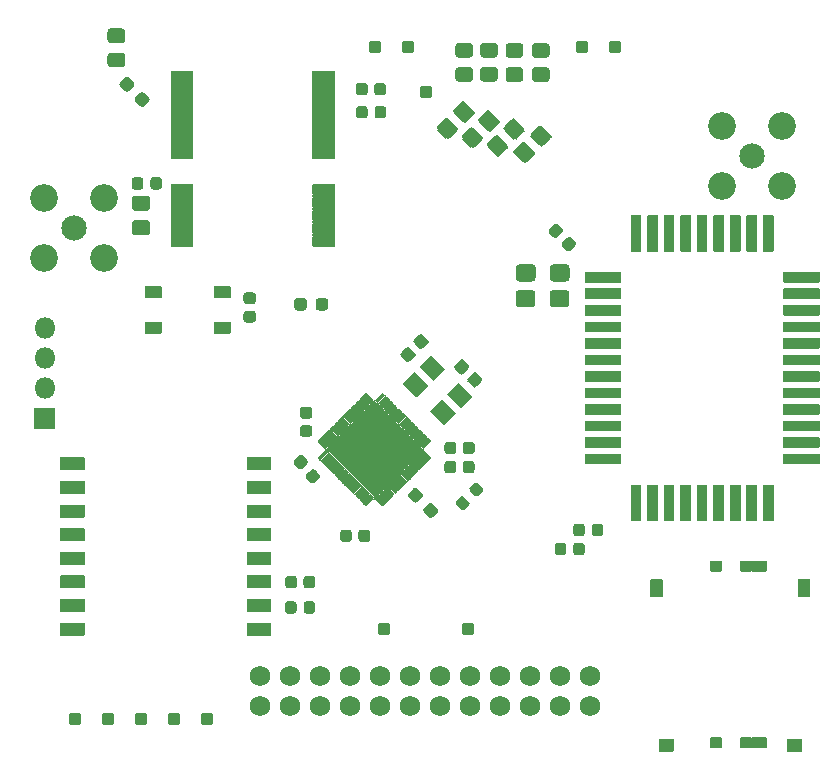
<source format=gbr>
G04 #@! TF.GenerationSoftware,KiCad,Pcbnew,(5.1.10)-1*
G04 #@! TF.CreationDate,2021-12-21T11:35:25+02:00*
G04 #@! TF.ProjectId,COM,434f4d2e-6b69-4636-9164-5f7063625858,rev?*
G04 #@! TF.SameCoordinates,Original*
G04 #@! TF.FileFunction,Soldermask,Top*
G04 #@! TF.FilePolarity,Negative*
%FSLAX46Y46*%
G04 Gerber Fmt 4.6, Leading zero omitted, Abs format (unit mm)*
G04 Created by KiCad (PCBNEW (5.1.10)-1) date 2021-12-21 11:35:25*
%MOMM*%
%LPD*%
G01*
G04 APERTURE LIST*
%ADD10C,2.352000*%
%ADD11C,2.152000*%
%ADD12O,1.802000X1.802000*%
%ADD13C,1.742000*%
%ADD14C,0.100000*%
G04 APERTURE END LIST*
G36*
G01*
X151670000Y-108121000D02*
X151670000Y-107271000D01*
G75*
G02*
X151721000Y-107220000I51000J0D01*
G01*
X152571000Y-107220000D01*
G75*
G02*
X152622000Y-107271000I0J-51000D01*
G01*
X152622000Y-108121000D01*
G75*
G02*
X152571000Y-108172000I-51000J0D01*
G01*
X151721000Y-108172000D01*
G75*
G02*
X151670000Y-108121000I0J51000D01*
G01*
G37*
G36*
G01*
X136428419Y-140896217D02*
X136552870Y-141020668D01*
G75*
G02*
X136552870Y-141145118I-62225J-62225D01*
G01*
X135986477Y-141711511D01*
G75*
G02*
X135862027Y-141711511I-62225J62225D01*
G01*
X135737576Y-141587060D01*
G75*
G02*
X135737576Y-141462610I62225J62225D01*
G01*
X136303969Y-140896217D01*
G75*
G02*
X136428419Y-140896217I62225J-62225D01*
G01*
G37*
G36*
G01*
X136074866Y-140542664D02*
X136199317Y-140667115D01*
G75*
G02*
X136199317Y-140791565I-62225J-62225D01*
G01*
X135632924Y-141357958D01*
G75*
G02*
X135508474Y-141357958I-62225J62225D01*
G01*
X135384023Y-141233507D01*
G75*
G02*
X135384023Y-141109057I62225J62225D01*
G01*
X135950416Y-140542664D01*
G75*
G02*
X136074866Y-140542664I62225J-62225D01*
G01*
G37*
G36*
G01*
X135721312Y-140189110D02*
X135845763Y-140313561D01*
G75*
G02*
X135845763Y-140438011I-62225J-62225D01*
G01*
X135279370Y-141004404D01*
G75*
G02*
X135154920Y-141004404I-62225J62225D01*
G01*
X135030469Y-140879953D01*
G75*
G02*
X135030469Y-140755503I62225J62225D01*
G01*
X135596862Y-140189110D01*
G75*
G02*
X135721312Y-140189110I62225J-62225D01*
G01*
G37*
G36*
G01*
X135367759Y-139835557D02*
X135492210Y-139960008D01*
G75*
G02*
X135492210Y-140084458I-62225J-62225D01*
G01*
X134925817Y-140650851D01*
G75*
G02*
X134801367Y-140650851I-62225J62225D01*
G01*
X134676916Y-140526400D01*
G75*
G02*
X134676916Y-140401950I62225J62225D01*
G01*
X135243309Y-139835557D01*
G75*
G02*
X135367759Y-139835557I62225J-62225D01*
G01*
G37*
G36*
G01*
X135014206Y-139482004D02*
X135138657Y-139606455D01*
G75*
G02*
X135138657Y-139730905I-62225J-62225D01*
G01*
X134572264Y-140297298D01*
G75*
G02*
X134447814Y-140297298I-62225J62225D01*
G01*
X134323363Y-140172847D01*
G75*
G02*
X134323363Y-140048397I62225J62225D01*
G01*
X134889756Y-139482004D01*
G75*
G02*
X135014206Y-139482004I62225J-62225D01*
G01*
G37*
G36*
G01*
X134660652Y-139128450D02*
X134785103Y-139252901D01*
G75*
G02*
X134785103Y-139377351I-62225J-62225D01*
G01*
X134218710Y-139943744D01*
G75*
G02*
X134094260Y-139943744I-62225J62225D01*
G01*
X133969809Y-139819293D01*
G75*
G02*
X133969809Y-139694843I62225J62225D01*
G01*
X134536202Y-139128450D01*
G75*
G02*
X134660652Y-139128450I62225J-62225D01*
G01*
G37*
G36*
G01*
X134307099Y-138774897D02*
X134431550Y-138899348D01*
G75*
G02*
X134431550Y-139023798I-62225J-62225D01*
G01*
X133865157Y-139590191D01*
G75*
G02*
X133740707Y-139590191I-62225J62225D01*
G01*
X133616256Y-139465740D01*
G75*
G02*
X133616256Y-139341290I62225J62225D01*
G01*
X134182649Y-138774897D01*
G75*
G02*
X134307099Y-138774897I62225J-62225D01*
G01*
G37*
G36*
G01*
X133953545Y-138421343D02*
X134077996Y-138545794D01*
G75*
G02*
X134077996Y-138670244I-62225J-62225D01*
G01*
X133511603Y-139236637D01*
G75*
G02*
X133387153Y-139236637I-62225J62225D01*
G01*
X133262702Y-139112186D01*
G75*
G02*
X133262702Y-138987736I62225J62225D01*
G01*
X133829095Y-138421343D01*
G75*
G02*
X133953545Y-138421343I62225J-62225D01*
G01*
G37*
G36*
G01*
X133599992Y-138067790D02*
X133724443Y-138192241D01*
G75*
G02*
X133724443Y-138316691I-62225J-62225D01*
G01*
X133158050Y-138883084D01*
G75*
G02*
X133033600Y-138883084I-62225J62225D01*
G01*
X132909149Y-138758633D01*
G75*
G02*
X132909149Y-138634183I62225J62225D01*
G01*
X133475542Y-138067790D01*
G75*
G02*
X133599992Y-138067790I62225J-62225D01*
G01*
G37*
G36*
G01*
X133246439Y-137714237D02*
X133370890Y-137838688D01*
G75*
G02*
X133370890Y-137963138I-62225J-62225D01*
G01*
X132804497Y-138529531D01*
G75*
G02*
X132680047Y-138529531I-62225J62225D01*
G01*
X132555596Y-138405080D01*
G75*
G02*
X132555596Y-138280630I62225J62225D01*
G01*
X133121989Y-137714237D01*
G75*
G02*
X133246439Y-137714237I62225J-62225D01*
G01*
G37*
G36*
G01*
X132892885Y-137360683D02*
X133017336Y-137485134D01*
G75*
G02*
X133017336Y-137609584I-62225J-62225D01*
G01*
X132450943Y-138175977D01*
G75*
G02*
X132326493Y-138175977I-62225J62225D01*
G01*
X132202042Y-138051526D01*
G75*
G02*
X132202042Y-137927076I62225J62225D01*
G01*
X132768435Y-137360683D01*
G75*
G02*
X132892885Y-137360683I62225J-62225D01*
G01*
G37*
G36*
G01*
X132539332Y-137007130D02*
X132663783Y-137131581D01*
G75*
G02*
X132663783Y-137256031I-62225J-62225D01*
G01*
X132097390Y-137822424D01*
G75*
G02*
X131972940Y-137822424I-62225J62225D01*
G01*
X131848489Y-137697973D01*
G75*
G02*
X131848489Y-137573523I62225J62225D01*
G01*
X132414882Y-137007130D01*
G75*
G02*
X132539332Y-137007130I62225J-62225D01*
G01*
G37*
G36*
G01*
X131125118Y-137007130D02*
X131691511Y-137573523D01*
G75*
G02*
X131691511Y-137697973I-62225J-62225D01*
G01*
X131567060Y-137822424D01*
G75*
G02*
X131442610Y-137822424I-62225J62225D01*
G01*
X130876217Y-137256031D01*
G75*
G02*
X130876217Y-137131581I62225J62225D01*
G01*
X131000668Y-137007130D01*
G75*
G02*
X131125118Y-137007130I62225J-62225D01*
G01*
G37*
G36*
G01*
X130771565Y-137360683D02*
X131337958Y-137927076D01*
G75*
G02*
X131337958Y-138051526I-62225J-62225D01*
G01*
X131213507Y-138175977D01*
G75*
G02*
X131089057Y-138175977I-62225J62225D01*
G01*
X130522664Y-137609584D01*
G75*
G02*
X130522664Y-137485134I62225J62225D01*
G01*
X130647115Y-137360683D01*
G75*
G02*
X130771565Y-137360683I62225J-62225D01*
G01*
G37*
G36*
G01*
X130418011Y-137714237D02*
X130984404Y-138280630D01*
G75*
G02*
X130984404Y-138405080I-62225J-62225D01*
G01*
X130859953Y-138529531D01*
G75*
G02*
X130735503Y-138529531I-62225J62225D01*
G01*
X130169110Y-137963138D01*
G75*
G02*
X130169110Y-137838688I62225J62225D01*
G01*
X130293561Y-137714237D01*
G75*
G02*
X130418011Y-137714237I62225J-62225D01*
G01*
G37*
G36*
G01*
X130064458Y-138067790D02*
X130630851Y-138634183D01*
G75*
G02*
X130630851Y-138758633I-62225J-62225D01*
G01*
X130506400Y-138883084D01*
G75*
G02*
X130381950Y-138883084I-62225J62225D01*
G01*
X129815557Y-138316691D01*
G75*
G02*
X129815557Y-138192241I62225J62225D01*
G01*
X129940008Y-138067790D01*
G75*
G02*
X130064458Y-138067790I62225J-62225D01*
G01*
G37*
G36*
G01*
X129710905Y-138421343D02*
X130277298Y-138987736D01*
G75*
G02*
X130277298Y-139112186I-62225J-62225D01*
G01*
X130152847Y-139236637D01*
G75*
G02*
X130028397Y-139236637I-62225J62225D01*
G01*
X129462004Y-138670244D01*
G75*
G02*
X129462004Y-138545794I62225J62225D01*
G01*
X129586455Y-138421343D01*
G75*
G02*
X129710905Y-138421343I62225J-62225D01*
G01*
G37*
G36*
G01*
X129357351Y-138774897D02*
X129923744Y-139341290D01*
G75*
G02*
X129923744Y-139465740I-62225J-62225D01*
G01*
X129799293Y-139590191D01*
G75*
G02*
X129674843Y-139590191I-62225J62225D01*
G01*
X129108450Y-139023798D01*
G75*
G02*
X129108450Y-138899348I62225J62225D01*
G01*
X129232901Y-138774897D01*
G75*
G02*
X129357351Y-138774897I62225J-62225D01*
G01*
G37*
G36*
G01*
X129003798Y-139128450D02*
X129570191Y-139694843D01*
G75*
G02*
X129570191Y-139819293I-62225J-62225D01*
G01*
X129445740Y-139943744D01*
G75*
G02*
X129321290Y-139943744I-62225J62225D01*
G01*
X128754897Y-139377351D01*
G75*
G02*
X128754897Y-139252901I62225J62225D01*
G01*
X128879348Y-139128450D01*
G75*
G02*
X129003798Y-139128450I62225J-62225D01*
G01*
G37*
G36*
G01*
X128650244Y-139482004D02*
X129216637Y-140048397D01*
G75*
G02*
X129216637Y-140172847I-62225J-62225D01*
G01*
X129092186Y-140297298D01*
G75*
G02*
X128967736Y-140297298I-62225J62225D01*
G01*
X128401343Y-139730905D01*
G75*
G02*
X128401343Y-139606455I62225J62225D01*
G01*
X128525794Y-139482004D01*
G75*
G02*
X128650244Y-139482004I62225J-62225D01*
G01*
G37*
G36*
G01*
X128296691Y-139835557D02*
X128863084Y-140401950D01*
G75*
G02*
X128863084Y-140526400I-62225J-62225D01*
G01*
X128738633Y-140650851D01*
G75*
G02*
X128614183Y-140650851I-62225J62225D01*
G01*
X128047790Y-140084458D01*
G75*
G02*
X128047790Y-139960008I62225J62225D01*
G01*
X128172241Y-139835557D01*
G75*
G02*
X128296691Y-139835557I62225J-62225D01*
G01*
G37*
G36*
G01*
X127943138Y-140189110D02*
X128509531Y-140755503D01*
G75*
G02*
X128509531Y-140879953I-62225J-62225D01*
G01*
X128385080Y-141004404D01*
G75*
G02*
X128260630Y-141004404I-62225J62225D01*
G01*
X127694237Y-140438011D01*
G75*
G02*
X127694237Y-140313561I62225J62225D01*
G01*
X127818688Y-140189110D01*
G75*
G02*
X127943138Y-140189110I62225J-62225D01*
G01*
G37*
G36*
G01*
X127589584Y-140542664D02*
X128155977Y-141109057D01*
G75*
G02*
X128155977Y-141233507I-62225J-62225D01*
G01*
X128031526Y-141357958D01*
G75*
G02*
X127907076Y-141357958I-62225J62225D01*
G01*
X127340683Y-140791565D01*
G75*
G02*
X127340683Y-140667115I62225J62225D01*
G01*
X127465134Y-140542664D01*
G75*
G02*
X127589584Y-140542664I62225J-62225D01*
G01*
G37*
G36*
G01*
X127236031Y-140896217D02*
X127802424Y-141462610D01*
G75*
G02*
X127802424Y-141587060I-62225J-62225D01*
G01*
X127677973Y-141711511D01*
G75*
G02*
X127553523Y-141711511I-62225J62225D01*
G01*
X126987130Y-141145118D01*
G75*
G02*
X126987130Y-141020668I62225J62225D01*
G01*
X127111581Y-140896217D01*
G75*
G02*
X127236031Y-140896217I62225J-62225D01*
G01*
G37*
G36*
G01*
X127677973Y-141868489D02*
X127802424Y-141992940D01*
G75*
G02*
X127802424Y-142117390I-62225J-62225D01*
G01*
X127236031Y-142683783D01*
G75*
G02*
X127111581Y-142683783I-62225J62225D01*
G01*
X126987130Y-142559332D01*
G75*
G02*
X126987130Y-142434882I62225J62225D01*
G01*
X127553523Y-141868489D01*
G75*
G02*
X127677973Y-141868489I62225J-62225D01*
G01*
G37*
G36*
G01*
X128031526Y-142222042D02*
X128155977Y-142346493D01*
G75*
G02*
X128155977Y-142470943I-62225J-62225D01*
G01*
X127589584Y-143037336D01*
G75*
G02*
X127465134Y-143037336I-62225J62225D01*
G01*
X127340683Y-142912885D01*
G75*
G02*
X127340683Y-142788435I62225J62225D01*
G01*
X127907076Y-142222042D01*
G75*
G02*
X128031526Y-142222042I62225J-62225D01*
G01*
G37*
G36*
G01*
X128385080Y-142575596D02*
X128509531Y-142700047D01*
G75*
G02*
X128509531Y-142824497I-62225J-62225D01*
G01*
X127943138Y-143390890D01*
G75*
G02*
X127818688Y-143390890I-62225J62225D01*
G01*
X127694237Y-143266439D01*
G75*
G02*
X127694237Y-143141989I62225J62225D01*
G01*
X128260630Y-142575596D01*
G75*
G02*
X128385080Y-142575596I62225J-62225D01*
G01*
G37*
G36*
G01*
X128738633Y-142929149D02*
X128863084Y-143053600D01*
G75*
G02*
X128863084Y-143178050I-62225J-62225D01*
G01*
X128296691Y-143744443D01*
G75*
G02*
X128172241Y-143744443I-62225J62225D01*
G01*
X128047790Y-143619992D01*
G75*
G02*
X128047790Y-143495542I62225J62225D01*
G01*
X128614183Y-142929149D01*
G75*
G02*
X128738633Y-142929149I62225J-62225D01*
G01*
G37*
G36*
G01*
X129092186Y-143282702D02*
X129216637Y-143407153D01*
G75*
G02*
X129216637Y-143531603I-62225J-62225D01*
G01*
X128650244Y-144097996D01*
G75*
G02*
X128525794Y-144097996I-62225J62225D01*
G01*
X128401343Y-143973545D01*
G75*
G02*
X128401343Y-143849095I62225J62225D01*
G01*
X128967736Y-143282702D01*
G75*
G02*
X129092186Y-143282702I62225J-62225D01*
G01*
G37*
G36*
G01*
X129445740Y-143636256D02*
X129570191Y-143760707D01*
G75*
G02*
X129570191Y-143885157I-62225J-62225D01*
G01*
X129003798Y-144451550D01*
G75*
G02*
X128879348Y-144451550I-62225J62225D01*
G01*
X128754897Y-144327099D01*
G75*
G02*
X128754897Y-144202649I62225J62225D01*
G01*
X129321290Y-143636256D01*
G75*
G02*
X129445740Y-143636256I62225J-62225D01*
G01*
G37*
G36*
G01*
X129799293Y-143989809D02*
X129923744Y-144114260D01*
G75*
G02*
X129923744Y-144238710I-62225J-62225D01*
G01*
X129357351Y-144805103D01*
G75*
G02*
X129232901Y-144805103I-62225J62225D01*
G01*
X129108450Y-144680652D01*
G75*
G02*
X129108450Y-144556202I62225J62225D01*
G01*
X129674843Y-143989809D01*
G75*
G02*
X129799293Y-143989809I62225J-62225D01*
G01*
G37*
G36*
G01*
X130152847Y-144343363D02*
X130277298Y-144467814D01*
G75*
G02*
X130277298Y-144592264I-62225J-62225D01*
G01*
X129710905Y-145158657D01*
G75*
G02*
X129586455Y-145158657I-62225J62225D01*
G01*
X129462004Y-145034206D01*
G75*
G02*
X129462004Y-144909756I62225J62225D01*
G01*
X130028397Y-144343363D01*
G75*
G02*
X130152847Y-144343363I62225J-62225D01*
G01*
G37*
G36*
G01*
X130506400Y-144696916D02*
X130630851Y-144821367D01*
G75*
G02*
X130630851Y-144945817I-62225J-62225D01*
G01*
X130064458Y-145512210D01*
G75*
G02*
X129940008Y-145512210I-62225J62225D01*
G01*
X129815557Y-145387759D01*
G75*
G02*
X129815557Y-145263309I62225J62225D01*
G01*
X130381950Y-144696916D01*
G75*
G02*
X130506400Y-144696916I62225J-62225D01*
G01*
G37*
G36*
G01*
X130859953Y-145050469D02*
X130984404Y-145174920D01*
G75*
G02*
X130984404Y-145299370I-62225J-62225D01*
G01*
X130418011Y-145865763D01*
G75*
G02*
X130293561Y-145865763I-62225J62225D01*
G01*
X130169110Y-145741312D01*
G75*
G02*
X130169110Y-145616862I62225J62225D01*
G01*
X130735503Y-145050469D01*
G75*
G02*
X130859953Y-145050469I62225J-62225D01*
G01*
G37*
G36*
G01*
X131213507Y-145404023D02*
X131337958Y-145528474D01*
G75*
G02*
X131337958Y-145652924I-62225J-62225D01*
G01*
X130771565Y-146219317D01*
G75*
G02*
X130647115Y-146219317I-62225J62225D01*
G01*
X130522664Y-146094866D01*
G75*
G02*
X130522664Y-145970416I62225J62225D01*
G01*
X131089057Y-145404023D01*
G75*
G02*
X131213507Y-145404023I62225J-62225D01*
G01*
G37*
G36*
G01*
X131567060Y-145757576D02*
X131691511Y-145882027D01*
G75*
G02*
X131691511Y-146006477I-62225J-62225D01*
G01*
X131125118Y-146572870D01*
G75*
G02*
X131000668Y-146572870I-62225J62225D01*
G01*
X130876217Y-146448419D01*
G75*
G02*
X130876217Y-146323969I62225J62225D01*
G01*
X131442610Y-145757576D01*
G75*
G02*
X131567060Y-145757576I62225J-62225D01*
G01*
G37*
G36*
G01*
X132097390Y-145757576D02*
X132663783Y-146323969D01*
G75*
G02*
X132663783Y-146448419I-62225J-62225D01*
G01*
X132539332Y-146572870D01*
G75*
G02*
X132414882Y-146572870I-62225J62225D01*
G01*
X131848489Y-146006477D01*
G75*
G02*
X131848489Y-145882027I62225J62225D01*
G01*
X131972940Y-145757576D01*
G75*
G02*
X132097390Y-145757576I62225J-62225D01*
G01*
G37*
G36*
G01*
X132450943Y-145404023D02*
X133017336Y-145970416D01*
G75*
G02*
X133017336Y-146094866I-62225J-62225D01*
G01*
X132892885Y-146219317D01*
G75*
G02*
X132768435Y-146219317I-62225J62225D01*
G01*
X132202042Y-145652924D01*
G75*
G02*
X132202042Y-145528474I62225J62225D01*
G01*
X132326493Y-145404023D01*
G75*
G02*
X132450943Y-145404023I62225J-62225D01*
G01*
G37*
G36*
G01*
X132804497Y-145050469D02*
X133370890Y-145616862D01*
G75*
G02*
X133370890Y-145741312I-62225J-62225D01*
G01*
X133246439Y-145865763D01*
G75*
G02*
X133121989Y-145865763I-62225J62225D01*
G01*
X132555596Y-145299370D01*
G75*
G02*
X132555596Y-145174920I62225J62225D01*
G01*
X132680047Y-145050469D01*
G75*
G02*
X132804497Y-145050469I62225J-62225D01*
G01*
G37*
G36*
G01*
X133158050Y-144696916D02*
X133724443Y-145263309D01*
G75*
G02*
X133724443Y-145387759I-62225J-62225D01*
G01*
X133599992Y-145512210D01*
G75*
G02*
X133475542Y-145512210I-62225J62225D01*
G01*
X132909149Y-144945817D01*
G75*
G02*
X132909149Y-144821367I62225J62225D01*
G01*
X133033600Y-144696916D01*
G75*
G02*
X133158050Y-144696916I62225J-62225D01*
G01*
G37*
G36*
G01*
X133511603Y-144343363D02*
X134077996Y-144909756D01*
G75*
G02*
X134077996Y-145034206I-62225J-62225D01*
G01*
X133953545Y-145158657D01*
G75*
G02*
X133829095Y-145158657I-62225J62225D01*
G01*
X133262702Y-144592264D01*
G75*
G02*
X133262702Y-144467814I62225J62225D01*
G01*
X133387153Y-144343363D01*
G75*
G02*
X133511603Y-144343363I62225J-62225D01*
G01*
G37*
G36*
G01*
X133865157Y-143989809D02*
X134431550Y-144556202D01*
G75*
G02*
X134431550Y-144680652I-62225J-62225D01*
G01*
X134307099Y-144805103D01*
G75*
G02*
X134182649Y-144805103I-62225J62225D01*
G01*
X133616256Y-144238710D01*
G75*
G02*
X133616256Y-144114260I62225J62225D01*
G01*
X133740707Y-143989809D01*
G75*
G02*
X133865157Y-143989809I62225J-62225D01*
G01*
G37*
G36*
G01*
X134218710Y-143636256D02*
X134785103Y-144202649D01*
G75*
G02*
X134785103Y-144327099I-62225J-62225D01*
G01*
X134660652Y-144451550D01*
G75*
G02*
X134536202Y-144451550I-62225J62225D01*
G01*
X133969809Y-143885157D01*
G75*
G02*
X133969809Y-143760707I62225J62225D01*
G01*
X134094260Y-143636256D01*
G75*
G02*
X134218710Y-143636256I62225J-62225D01*
G01*
G37*
G36*
G01*
X134572264Y-143282702D02*
X135138657Y-143849095D01*
G75*
G02*
X135138657Y-143973545I-62225J-62225D01*
G01*
X135014206Y-144097996D01*
G75*
G02*
X134889756Y-144097996I-62225J62225D01*
G01*
X134323363Y-143531603D01*
G75*
G02*
X134323363Y-143407153I62225J62225D01*
G01*
X134447814Y-143282702D01*
G75*
G02*
X134572264Y-143282702I62225J-62225D01*
G01*
G37*
G36*
G01*
X134925817Y-142929149D02*
X135492210Y-143495542D01*
G75*
G02*
X135492210Y-143619992I-62225J-62225D01*
G01*
X135367759Y-143744443D01*
G75*
G02*
X135243309Y-143744443I-62225J62225D01*
G01*
X134676916Y-143178050D01*
G75*
G02*
X134676916Y-143053600I62225J62225D01*
G01*
X134801367Y-142929149D01*
G75*
G02*
X134925817Y-142929149I62225J-62225D01*
G01*
G37*
G36*
G01*
X135279370Y-142575596D02*
X135845763Y-143141989D01*
G75*
G02*
X135845763Y-143266439I-62225J-62225D01*
G01*
X135721312Y-143390890D01*
G75*
G02*
X135596862Y-143390890I-62225J62225D01*
G01*
X135030469Y-142824497D01*
G75*
G02*
X135030469Y-142700047I62225J62225D01*
G01*
X135154920Y-142575596D01*
G75*
G02*
X135279370Y-142575596I62225J-62225D01*
G01*
G37*
G36*
G01*
X135632924Y-142222042D02*
X136199317Y-142788435D01*
G75*
G02*
X136199317Y-142912885I-62225J-62225D01*
G01*
X136074866Y-143037336D01*
G75*
G02*
X135950416Y-143037336I-62225J62225D01*
G01*
X135384023Y-142470943D01*
G75*
G02*
X135384023Y-142346493I62225J62225D01*
G01*
X135508474Y-142222042D01*
G75*
G02*
X135632924Y-142222042I62225J-62225D01*
G01*
G37*
G36*
G01*
X135986477Y-141868489D02*
X136552870Y-142434882D01*
G75*
G02*
X136552870Y-142559332I-62225J-62225D01*
G01*
X136428419Y-142683783D01*
G75*
G02*
X136303969Y-142683783I-62225J62225D01*
G01*
X135737576Y-142117390D01*
G75*
G02*
X135737576Y-141992940I62225J62225D01*
G01*
X135862027Y-141868489D01*
G75*
G02*
X135986477Y-141868489I62225J-62225D01*
G01*
G37*
G36*
G01*
X131806062Y-137794140D02*
X135765860Y-141753938D01*
G75*
G02*
X135765860Y-141826062I-36062J-36062D01*
G01*
X131806062Y-145785860D01*
G75*
G02*
X131733938Y-145785860I-36062J36062D01*
G01*
X127774140Y-141826062D01*
G75*
G02*
X127774140Y-141753938I36062J36062D01*
G01*
X131733938Y-137794140D01*
G75*
G02*
X131806062Y-137794140I36062J-36062D01*
G01*
G37*
G36*
G01*
X152617840Y-127649240D02*
X149617840Y-127649240D01*
G75*
G02*
X149566840Y-127598240I0J51000D01*
G01*
X149566840Y-126798240D01*
G75*
G02*
X149617840Y-126747240I51000J0D01*
G01*
X152617840Y-126747240D01*
G75*
G02*
X152668840Y-126798240I0J-51000D01*
G01*
X152668840Y-127598240D01*
G75*
G02*
X152617840Y-127649240I-51000J0D01*
G01*
G37*
G36*
G01*
X152617840Y-129049240D02*
X149617840Y-129049240D01*
G75*
G02*
X149566840Y-128998240I0J51000D01*
G01*
X149566840Y-128198240D01*
G75*
G02*
X149617840Y-128147240I51000J0D01*
G01*
X152617840Y-128147240D01*
G75*
G02*
X152668840Y-128198240I0J-51000D01*
G01*
X152668840Y-128998240D01*
G75*
G02*
X152617840Y-129049240I-51000J0D01*
G01*
G37*
G36*
G01*
X152617840Y-130449240D02*
X149617840Y-130449240D01*
G75*
G02*
X149566840Y-130398240I0J51000D01*
G01*
X149566840Y-129598240D01*
G75*
G02*
X149617840Y-129547240I51000J0D01*
G01*
X152617840Y-129547240D01*
G75*
G02*
X152668840Y-129598240I0J-51000D01*
G01*
X152668840Y-130398240D01*
G75*
G02*
X152617840Y-130449240I-51000J0D01*
G01*
G37*
G36*
G01*
X152617840Y-131849240D02*
X149617840Y-131849240D01*
G75*
G02*
X149566840Y-131798240I0J51000D01*
G01*
X149566840Y-130998240D01*
G75*
G02*
X149617840Y-130947240I51000J0D01*
G01*
X152617840Y-130947240D01*
G75*
G02*
X152668840Y-130998240I0J-51000D01*
G01*
X152668840Y-131798240D01*
G75*
G02*
X152617840Y-131849240I-51000J0D01*
G01*
G37*
G36*
G01*
X152617840Y-133249240D02*
X149617840Y-133249240D01*
G75*
G02*
X149566840Y-133198240I0J51000D01*
G01*
X149566840Y-132398240D01*
G75*
G02*
X149617840Y-132347240I51000J0D01*
G01*
X152617840Y-132347240D01*
G75*
G02*
X152668840Y-132398240I0J-51000D01*
G01*
X152668840Y-133198240D01*
G75*
G02*
X152617840Y-133249240I-51000J0D01*
G01*
G37*
G36*
G01*
X152617840Y-134649240D02*
X149617840Y-134649240D01*
G75*
G02*
X149566840Y-134598240I0J51000D01*
G01*
X149566840Y-133798240D01*
G75*
G02*
X149617840Y-133747240I51000J0D01*
G01*
X152617840Y-133747240D01*
G75*
G02*
X152668840Y-133798240I0J-51000D01*
G01*
X152668840Y-134598240D01*
G75*
G02*
X152617840Y-134649240I-51000J0D01*
G01*
G37*
G36*
G01*
X152617840Y-136049240D02*
X149617840Y-136049240D01*
G75*
G02*
X149566840Y-135998240I0J51000D01*
G01*
X149566840Y-135198240D01*
G75*
G02*
X149617840Y-135147240I51000J0D01*
G01*
X152617840Y-135147240D01*
G75*
G02*
X152668840Y-135198240I0J-51000D01*
G01*
X152668840Y-135998240D01*
G75*
G02*
X152617840Y-136049240I-51000J0D01*
G01*
G37*
G36*
G01*
X152617840Y-137449240D02*
X149617840Y-137449240D01*
G75*
G02*
X149566840Y-137398240I0J51000D01*
G01*
X149566840Y-136598240D01*
G75*
G02*
X149617840Y-136547240I51000J0D01*
G01*
X152617840Y-136547240D01*
G75*
G02*
X152668840Y-136598240I0J-51000D01*
G01*
X152668840Y-137398240D01*
G75*
G02*
X152617840Y-137449240I-51000J0D01*
G01*
G37*
G36*
G01*
X152617840Y-138849240D02*
X149617840Y-138849240D01*
G75*
G02*
X149566840Y-138798240I0J51000D01*
G01*
X149566840Y-137998240D01*
G75*
G02*
X149617840Y-137947240I51000J0D01*
G01*
X152617840Y-137947240D01*
G75*
G02*
X152668840Y-137998240I0J-51000D01*
G01*
X152668840Y-138798240D01*
G75*
G02*
X152617840Y-138849240I-51000J0D01*
G01*
G37*
G36*
G01*
X152617840Y-140249240D02*
X149617840Y-140249240D01*
G75*
G02*
X149566840Y-140198240I0J51000D01*
G01*
X149566840Y-139398240D01*
G75*
G02*
X149617840Y-139347240I51000J0D01*
G01*
X152617840Y-139347240D01*
G75*
G02*
X152668840Y-139398240I0J-51000D01*
G01*
X152668840Y-140198240D01*
G75*
G02*
X152617840Y-140249240I-51000J0D01*
G01*
G37*
G36*
G01*
X152617840Y-141649240D02*
X149617840Y-141649240D01*
G75*
G02*
X149566840Y-141598240I0J51000D01*
G01*
X149566840Y-140798240D01*
G75*
G02*
X149617840Y-140747240I51000J0D01*
G01*
X152617840Y-140747240D01*
G75*
G02*
X152668840Y-140798240I0J-51000D01*
G01*
X152668840Y-141598240D01*
G75*
G02*
X152617840Y-141649240I-51000J0D01*
G01*
G37*
G36*
G01*
X152617840Y-143049240D02*
X149617840Y-143049240D01*
G75*
G02*
X149566840Y-142998240I0J51000D01*
G01*
X149566840Y-142198240D01*
G75*
G02*
X149617840Y-142147240I51000J0D01*
G01*
X152617840Y-142147240D01*
G75*
G02*
X152668840Y-142198240I0J-51000D01*
G01*
X152668840Y-142998240D01*
G75*
G02*
X152617840Y-143049240I-51000J0D01*
G01*
G37*
G36*
G01*
X154368840Y-144798240D02*
X154368840Y-147798240D01*
G75*
G02*
X154317840Y-147849240I-51000J0D01*
G01*
X153517840Y-147849240D01*
G75*
G02*
X153466840Y-147798240I0J51000D01*
G01*
X153466840Y-144798240D01*
G75*
G02*
X153517840Y-144747240I51000J0D01*
G01*
X154317840Y-144747240D01*
G75*
G02*
X154368840Y-144798240I0J-51000D01*
G01*
G37*
G36*
G01*
X155768840Y-144798240D02*
X155768840Y-147798240D01*
G75*
G02*
X155717840Y-147849240I-51000J0D01*
G01*
X154917840Y-147849240D01*
G75*
G02*
X154866840Y-147798240I0J51000D01*
G01*
X154866840Y-144798240D01*
G75*
G02*
X154917840Y-144747240I51000J0D01*
G01*
X155717840Y-144747240D01*
G75*
G02*
X155768840Y-144798240I0J-51000D01*
G01*
G37*
G36*
G01*
X157168840Y-144798240D02*
X157168840Y-147798240D01*
G75*
G02*
X157117840Y-147849240I-51000J0D01*
G01*
X156317840Y-147849240D01*
G75*
G02*
X156266840Y-147798240I0J51000D01*
G01*
X156266840Y-144798240D01*
G75*
G02*
X156317840Y-144747240I51000J0D01*
G01*
X157117840Y-144747240D01*
G75*
G02*
X157168840Y-144798240I0J-51000D01*
G01*
G37*
G36*
G01*
X158568840Y-144798240D02*
X158568840Y-147798240D01*
G75*
G02*
X158517840Y-147849240I-51000J0D01*
G01*
X157717840Y-147849240D01*
G75*
G02*
X157666840Y-147798240I0J51000D01*
G01*
X157666840Y-144798240D01*
G75*
G02*
X157717840Y-144747240I51000J0D01*
G01*
X158517840Y-144747240D01*
G75*
G02*
X158568840Y-144798240I0J-51000D01*
G01*
G37*
G36*
G01*
X159968840Y-144798240D02*
X159968840Y-147798240D01*
G75*
G02*
X159917840Y-147849240I-51000J0D01*
G01*
X159117840Y-147849240D01*
G75*
G02*
X159066840Y-147798240I0J51000D01*
G01*
X159066840Y-144798240D01*
G75*
G02*
X159117840Y-144747240I51000J0D01*
G01*
X159917840Y-144747240D01*
G75*
G02*
X159968840Y-144798240I0J-51000D01*
G01*
G37*
G36*
G01*
X161368840Y-144798240D02*
X161368840Y-147798240D01*
G75*
G02*
X161317840Y-147849240I-51000J0D01*
G01*
X160517840Y-147849240D01*
G75*
G02*
X160466840Y-147798240I0J51000D01*
G01*
X160466840Y-144798240D01*
G75*
G02*
X160517840Y-144747240I51000J0D01*
G01*
X161317840Y-144747240D01*
G75*
G02*
X161368840Y-144798240I0J-51000D01*
G01*
G37*
G36*
G01*
X162768840Y-144798240D02*
X162768840Y-147798240D01*
G75*
G02*
X162717840Y-147849240I-51000J0D01*
G01*
X161917840Y-147849240D01*
G75*
G02*
X161866840Y-147798240I0J51000D01*
G01*
X161866840Y-144798240D01*
G75*
G02*
X161917840Y-144747240I51000J0D01*
G01*
X162717840Y-144747240D01*
G75*
G02*
X162768840Y-144798240I0J-51000D01*
G01*
G37*
G36*
G01*
X164168840Y-144798240D02*
X164168840Y-147798240D01*
G75*
G02*
X164117840Y-147849240I-51000J0D01*
G01*
X163317840Y-147849240D01*
G75*
G02*
X163266840Y-147798240I0J51000D01*
G01*
X163266840Y-144798240D01*
G75*
G02*
X163317840Y-144747240I51000J0D01*
G01*
X164117840Y-144747240D01*
G75*
G02*
X164168840Y-144798240I0J-51000D01*
G01*
G37*
G36*
G01*
X165568840Y-144798240D02*
X165568840Y-147798240D01*
G75*
G02*
X165517840Y-147849240I-51000J0D01*
G01*
X164717840Y-147849240D01*
G75*
G02*
X164666840Y-147798240I0J51000D01*
G01*
X164666840Y-144798240D01*
G75*
G02*
X164717840Y-144747240I51000J0D01*
G01*
X165517840Y-144747240D01*
G75*
G02*
X165568840Y-144798240I0J-51000D01*
G01*
G37*
G36*
G01*
X166417840Y-142147240D02*
X169417840Y-142147240D01*
G75*
G02*
X169468840Y-142198240I0J-51000D01*
G01*
X169468840Y-142998240D01*
G75*
G02*
X169417840Y-143049240I-51000J0D01*
G01*
X166417840Y-143049240D01*
G75*
G02*
X166366840Y-142998240I0J51000D01*
G01*
X166366840Y-142198240D01*
G75*
G02*
X166417840Y-142147240I51000J0D01*
G01*
G37*
G36*
G01*
X166417840Y-140747240D02*
X169417840Y-140747240D01*
G75*
G02*
X169468840Y-140798240I0J-51000D01*
G01*
X169468840Y-141598240D01*
G75*
G02*
X169417840Y-141649240I-51000J0D01*
G01*
X166417840Y-141649240D01*
G75*
G02*
X166366840Y-141598240I0J51000D01*
G01*
X166366840Y-140798240D01*
G75*
G02*
X166417840Y-140747240I51000J0D01*
G01*
G37*
G36*
G01*
X166417840Y-139347240D02*
X169417840Y-139347240D01*
G75*
G02*
X169468840Y-139398240I0J-51000D01*
G01*
X169468840Y-140198240D01*
G75*
G02*
X169417840Y-140249240I-51000J0D01*
G01*
X166417840Y-140249240D01*
G75*
G02*
X166366840Y-140198240I0J51000D01*
G01*
X166366840Y-139398240D01*
G75*
G02*
X166417840Y-139347240I51000J0D01*
G01*
G37*
G36*
G01*
X166417840Y-137947240D02*
X169417840Y-137947240D01*
G75*
G02*
X169468840Y-137998240I0J-51000D01*
G01*
X169468840Y-138798240D01*
G75*
G02*
X169417840Y-138849240I-51000J0D01*
G01*
X166417840Y-138849240D01*
G75*
G02*
X166366840Y-138798240I0J51000D01*
G01*
X166366840Y-137998240D01*
G75*
G02*
X166417840Y-137947240I51000J0D01*
G01*
G37*
G36*
G01*
X166417840Y-136547240D02*
X169417840Y-136547240D01*
G75*
G02*
X169468840Y-136598240I0J-51000D01*
G01*
X169468840Y-137398240D01*
G75*
G02*
X169417840Y-137449240I-51000J0D01*
G01*
X166417840Y-137449240D01*
G75*
G02*
X166366840Y-137398240I0J51000D01*
G01*
X166366840Y-136598240D01*
G75*
G02*
X166417840Y-136547240I51000J0D01*
G01*
G37*
G36*
G01*
X166417840Y-135147240D02*
X169417840Y-135147240D01*
G75*
G02*
X169468840Y-135198240I0J-51000D01*
G01*
X169468840Y-135998240D01*
G75*
G02*
X169417840Y-136049240I-51000J0D01*
G01*
X166417840Y-136049240D01*
G75*
G02*
X166366840Y-135998240I0J51000D01*
G01*
X166366840Y-135198240D01*
G75*
G02*
X166417840Y-135147240I51000J0D01*
G01*
G37*
G36*
G01*
X166417840Y-133747240D02*
X169417840Y-133747240D01*
G75*
G02*
X169468840Y-133798240I0J-51000D01*
G01*
X169468840Y-134598240D01*
G75*
G02*
X169417840Y-134649240I-51000J0D01*
G01*
X166417840Y-134649240D01*
G75*
G02*
X166366840Y-134598240I0J51000D01*
G01*
X166366840Y-133798240D01*
G75*
G02*
X166417840Y-133747240I51000J0D01*
G01*
G37*
G36*
G01*
X166417840Y-132347240D02*
X169417840Y-132347240D01*
G75*
G02*
X169468840Y-132398240I0J-51000D01*
G01*
X169468840Y-133198240D01*
G75*
G02*
X169417840Y-133249240I-51000J0D01*
G01*
X166417840Y-133249240D01*
G75*
G02*
X166366840Y-133198240I0J51000D01*
G01*
X166366840Y-132398240D01*
G75*
G02*
X166417840Y-132347240I51000J0D01*
G01*
G37*
G36*
G01*
X166417840Y-130947240D02*
X169417840Y-130947240D01*
G75*
G02*
X169468840Y-130998240I0J-51000D01*
G01*
X169468840Y-131798240D01*
G75*
G02*
X169417840Y-131849240I-51000J0D01*
G01*
X166417840Y-131849240D01*
G75*
G02*
X166366840Y-131798240I0J51000D01*
G01*
X166366840Y-130998240D01*
G75*
G02*
X166417840Y-130947240I51000J0D01*
G01*
G37*
G36*
G01*
X166417840Y-129547240D02*
X169417840Y-129547240D01*
G75*
G02*
X169468840Y-129598240I0J-51000D01*
G01*
X169468840Y-130398240D01*
G75*
G02*
X169417840Y-130449240I-51000J0D01*
G01*
X166417840Y-130449240D01*
G75*
G02*
X166366840Y-130398240I0J51000D01*
G01*
X166366840Y-129598240D01*
G75*
G02*
X166417840Y-129547240I51000J0D01*
G01*
G37*
G36*
G01*
X166417840Y-128147240D02*
X169417840Y-128147240D01*
G75*
G02*
X169468840Y-128198240I0J-51000D01*
G01*
X169468840Y-128998240D01*
G75*
G02*
X169417840Y-129049240I-51000J0D01*
G01*
X166417840Y-129049240D01*
G75*
G02*
X166366840Y-128998240I0J51000D01*
G01*
X166366840Y-128198240D01*
G75*
G02*
X166417840Y-128147240I51000J0D01*
G01*
G37*
G36*
G01*
X166417840Y-126747240D02*
X169417840Y-126747240D01*
G75*
G02*
X169468840Y-126798240I0J-51000D01*
G01*
X169468840Y-127598240D01*
G75*
G02*
X169417840Y-127649240I-51000J0D01*
G01*
X166417840Y-127649240D01*
G75*
G02*
X166366840Y-127598240I0J51000D01*
G01*
X166366840Y-126798240D01*
G75*
G02*
X166417840Y-126747240I51000J0D01*
G01*
G37*
G36*
G01*
X165568840Y-121998240D02*
X165568840Y-124998240D01*
G75*
G02*
X165517840Y-125049240I-51000J0D01*
G01*
X164717840Y-125049240D01*
G75*
G02*
X164666840Y-124998240I0J51000D01*
G01*
X164666840Y-121998240D01*
G75*
G02*
X164717840Y-121947240I51000J0D01*
G01*
X165517840Y-121947240D01*
G75*
G02*
X165568840Y-121998240I0J-51000D01*
G01*
G37*
G36*
G01*
X164168840Y-121998240D02*
X164168840Y-124998240D01*
G75*
G02*
X164117840Y-125049240I-51000J0D01*
G01*
X163317840Y-125049240D01*
G75*
G02*
X163266840Y-124998240I0J51000D01*
G01*
X163266840Y-121998240D01*
G75*
G02*
X163317840Y-121947240I51000J0D01*
G01*
X164117840Y-121947240D01*
G75*
G02*
X164168840Y-121998240I0J-51000D01*
G01*
G37*
G36*
G01*
X162768840Y-121998240D02*
X162768840Y-124998240D01*
G75*
G02*
X162717840Y-125049240I-51000J0D01*
G01*
X161917840Y-125049240D01*
G75*
G02*
X161866840Y-124998240I0J51000D01*
G01*
X161866840Y-121998240D01*
G75*
G02*
X161917840Y-121947240I51000J0D01*
G01*
X162717840Y-121947240D01*
G75*
G02*
X162768840Y-121998240I0J-51000D01*
G01*
G37*
G36*
G01*
X161368840Y-121998240D02*
X161368840Y-124998240D01*
G75*
G02*
X161317840Y-125049240I-51000J0D01*
G01*
X160517840Y-125049240D01*
G75*
G02*
X160466840Y-124998240I0J51000D01*
G01*
X160466840Y-121998240D01*
G75*
G02*
X160517840Y-121947240I51000J0D01*
G01*
X161317840Y-121947240D01*
G75*
G02*
X161368840Y-121998240I0J-51000D01*
G01*
G37*
G36*
G01*
X159968840Y-121998240D02*
X159968840Y-124998240D01*
G75*
G02*
X159917840Y-125049240I-51000J0D01*
G01*
X159117840Y-125049240D01*
G75*
G02*
X159066840Y-124998240I0J51000D01*
G01*
X159066840Y-121998240D01*
G75*
G02*
X159117840Y-121947240I51000J0D01*
G01*
X159917840Y-121947240D01*
G75*
G02*
X159968840Y-121998240I0J-51000D01*
G01*
G37*
G36*
G01*
X158568840Y-121998240D02*
X158568840Y-124998240D01*
G75*
G02*
X158517840Y-125049240I-51000J0D01*
G01*
X157717840Y-125049240D01*
G75*
G02*
X157666840Y-124998240I0J51000D01*
G01*
X157666840Y-121998240D01*
G75*
G02*
X157717840Y-121947240I51000J0D01*
G01*
X158517840Y-121947240D01*
G75*
G02*
X158568840Y-121998240I0J-51000D01*
G01*
G37*
G36*
G01*
X157168840Y-121998240D02*
X157168840Y-124998240D01*
G75*
G02*
X157117840Y-125049240I-51000J0D01*
G01*
X156317840Y-125049240D01*
G75*
G02*
X156266840Y-124998240I0J51000D01*
G01*
X156266840Y-121998240D01*
G75*
G02*
X156317840Y-121947240I51000J0D01*
G01*
X157117840Y-121947240D01*
G75*
G02*
X157168840Y-121998240I0J-51000D01*
G01*
G37*
G36*
G01*
X155768840Y-121998240D02*
X155768840Y-124998240D01*
G75*
G02*
X155717840Y-125049240I-51000J0D01*
G01*
X154917840Y-125049240D01*
G75*
G02*
X154866840Y-124998240I0J51000D01*
G01*
X154866840Y-121998240D01*
G75*
G02*
X154917840Y-121947240I51000J0D01*
G01*
X155717840Y-121947240D01*
G75*
G02*
X155768840Y-121998240I0J-51000D01*
G01*
G37*
G36*
G01*
X154368840Y-121998240D02*
X154368840Y-124998240D01*
G75*
G02*
X154317840Y-125049240I-51000J0D01*
G01*
X153517840Y-125049240D01*
G75*
G02*
X153466840Y-124998240I0J51000D01*
G01*
X153466840Y-121998240D01*
G75*
G02*
X153517840Y-121947240I51000J0D01*
G01*
X154317840Y-121947240D01*
G75*
G02*
X154368840Y-121998240I0J-51000D01*
G01*
G37*
G36*
G01*
X161140000Y-152121000D02*
X160240000Y-152121000D01*
G75*
G02*
X160189000Y-152070000I0J51000D01*
G01*
X160189000Y-151270000D01*
G75*
G02*
X160240000Y-151219000I51000J0D01*
G01*
X161140000Y-151219000D01*
G75*
G02*
X161191000Y-151270000I0J-51000D01*
G01*
X161191000Y-152070000D01*
G75*
G02*
X161140000Y-152121000I-51000J0D01*
G01*
G37*
G36*
G01*
X163680000Y-152121000D02*
X162780000Y-152121000D01*
G75*
G02*
X162729000Y-152070000I0J51000D01*
G01*
X162729000Y-151270000D01*
G75*
G02*
X162780000Y-151219000I51000J0D01*
G01*
X163680000Y-151219000D01*
G75*
G02*
X163731000Y-151270000I0J-51000D01*
G01*
X163731000Y-152070000D01*
G75*
G02*
X163680000Y-152121000I-51000J0D01*
G01*
G37*
G36*
G01*
X164920000Y-152121000D02*
X164020000Y-152121000D01*
G75*
G02*
X163969000Y-152070000I0J51000D01*
G01*
X163969000Y-151270000D01*
G75*
G02*
X164020000Y-151219000I51000J0D01*
G01*
X164920000Y-151219000D01*
G75*
G02*
X164971000Y-151270000I0J-51000D01*
G01*
X164971000Y-152070000D01*
G75*
G02*
X164920000Y-152121000I-51000J0D01*
G01*
G37*
G36*
G01*
X161140000Y-167061000D02*
X160240000Y-167061000D01*
G75*
G02*
X160189000Y-167010000I0J51000D01*
G01*
X160189000Y-166210000D01*
G75*
G02*
X160240000Y-166159000I51000J0D01*
G01*
X161140000Y-166159000D01*
G75*
G02*
X161191000Y-166210000I0J-51000D01*
G01*
X161191000Y-167010000D01*
G75*
G02*
X161140000Y-167061000I-51000J0D01*
G01*
G37*
G36*
G01*
X163680000Y-167061000D02*
X162780000Y-167061000D01*
G75*
G02*
X162729000Y-167010000I0J51000D01*
G01*
X162729000Y-166210000D01*
G75*
G02*
X162780000Y-166159000I51000J0D01*
G01*
X163680000Y-166159000D01*
G75*
G02*
X163731000Y-166210000I0J-51000D01*
G01*
X163731000Y-167010000D01*
G75*
G02*
X163680000Y-167061000I-51000J0D01*
G01*
G37*
G36*
G01*
X164920000Y-167061000D02*
X164020000Y-167061000D01*
G75*
G02*
X163969000Y-167010000I0J51000D01*
G01*
X163969000Y-166210000D01*
G75*
G02*
X164020000Y-166159000I51000J0D01*
G01*
X164920000Y-166159000D01*
G75*
G02*
X164971000Y-166210000I0J-51000D01*
G01*
X164971000Y-167010000D01*
G75*
G02*
X164920000Y-167061000I-51000J0D01*
G01*
G37*
G36*
G01*
X157075000Y-167366000D02*
X155875000Y-167366000D01*
G75*
G02*
X155824000Y-167315000I0J51000D01*
G01*
X155824000Y-166365000D01*
G75*
G02*
X155875000Y-166314000I51000J0D01*
G01*
X157075000Y-166314000D01*
G75*
G02*
X157126000Y-166365000I0J-51000D01*
G01*
X157126000Y-167315000D01*
G75*
G02*
X157075000Y-167366000I-51000J0D01*
G01*
G37*
G36*
G01*
X167925000Y-167366000D02*
X166725000Y-167366000D01*
G75*
G02*
X166674000Y-167315000I0J51000D01*
G01*
X166674000Y-166365000D01*
G75*
G02*
X166725000Y-166314000I51000J0D01*
G01*
X167925000Y-166314000D01*
G75*
G02*
X167976000Y-166365000I0J-51000D01*
G01*
X167976000Y-167315000D01*
G75*
G02*
X167925000Y-167366000I-51000J0D01*
G01*
G37*
G36*
G01*
X156115000Y-154281000D02*
X155165000Y-154281000D01*
G75*
G02*
X155114000Y-154230000I0J51000D01*
G01*
X155114000Y-152830000D01*
G75*
G02*
X155165000Y-152779000I51000J0D01*
G01*
X156115000Y-152779000D01*
G75*
G02*
X156166000Y-152830000I0J-51000D01*
G01*
X156166000Y-154230000D01*
G75*
G02*
X156115000Y-154281000I-51000J0D01*
G01*
G37*
G36*
G01*
X168635000Y-154281000D02*
X167685000Y-154281000D01*
G75*
G02*
X167634000Y-154230000I0J51000D01*
G01*
X167634000Y-152830000D01*
G75*
G02*
X167685000Y-152779000I51000J0D01*
G01*
X168635000Y-152779000D01*
G75*
G02*
X168686000Y-152830000I0J-51000D01*
G01*
X168686000Y-154230000D01*
G75*
G02*
X168635000Y-154281000I-51000J0D01*
G01*
G37*
D10*
X108870480Y-125590300D03*
X103790480Y-125590300D03*
X103790480Y-120510300D03*
X108870480Y-120510300D03*
D11*
X106330480Y-123050300D03*
G36*
G01*
X145412740Y-126380287D02*
X145412740Y-127294513D01*
G75*
G02*
X145143853Y-127563400I-268887J0D01*
G01*
X144004627Y-127563400D01*
G75*
G02*
X143735740Y-127294513I0J268887D01*
G01*
X143735740Y-126380287D01*
G75*
G02*
X144004627Y-126111400I268887J0D01*
G01*
X145143853Y-126111400D01*
G75*
G02*
X145412740Y-126380287I0J-268887D01*
G01*
G37*
G36*
G01*
X148287740Y-126380287D02*
X148287740Y-127294513D01*
G75*
G02*
X148018853Y-127563400I-268887J0D01*
G01*
X146879627Y-127563400D01*
G75*
G02*
X146610740Y-127294513I0J268887D01*
G01*
X146610740Y-126380287D01*
G75*
G02*
X146879627Y-126111400I268887J0D01*
G01*
X148018853Y-126111400D01*
G75*
G02*
X148287740Y-126380287I0J-268887D01*
G01*
G37*
G36*
G01*
X112201000Y-118968250D02*
X112201000Y-119531750D01*
G75*
G02*
X111956750Y-119776000I-244250J0D01*
G01*
X111468250Y-119776000D01*
G75*
G02*
X111224000Y-119531750I0J244250D01*
G01*
X111224000Y-118968250D01*
G75*
G02*
X111468250Y-118724000I244250J0D01*
G01*
X111956750Y-118724000D01*
G75*
G02*
X112201000Y-118968250I0J-244250D01*
G01*
G37*
G36*
G01*
X113776000Y-118968250D02*
X113776000Y-119531750D01*
G75*
G02*
X113531750Y-119776000I-244250J0D01*
G01*
X113043250Y-119776000D01*
G75*
G02*
X112799000Y-119531750I0J244250D01*
G01*
X112799000Y-118968250D01*
G75*
G02*
X113043250Y-118724000I244250J0D01*
G01*
X113531750Y-118724000D01*
G75*
G02*
X113776000Y-118968250I0J-244250D01*
G01*
G37*
G36*
G01*
X148604000Y-148881750D02*
X148604000Y-148318250D01*
G75*
G02*
X148848250Y-148074000I244250J0D01*
G01*
X149336750Y-148074000D01*
G75*
G02*
X149581000Y-148318250I0J-244250D01*
G01*
X149581000Y-148881750D01*
G75*
G02*
X149336750Y-149126000I-244250J0D01*
G01*
X148848250Y-149126000D01*
G75*
G02*
X148604000Y-148881750I0J244250D01*
G01*
G37*
G36*
G01*
X150179000Y-148881750D02*
X150179000Y-148318250D01*
G75*
G02*
X150423250Y-148074000I244250J0D01*
G01*
X150911750Y-148074000D01*
G75*
G02*
X151156000Y-148318250I0J-244250D01*
G01*
X151156000Y-148881750D01*
G75*
G02*
X150911750Y-149126000I-244250J0D01*
G01*
X150423250Y-149126000D01*
G75*
G02*
X150179000Y-148881750I0J244250D01*
G01*
G37*
G36*
G01*
X147667802Y-123429347D02*
X147269347Y-123827802D01*
G75*
G02*
X146923925Y-123827802I-172711J172711D01*
G01*
X146578504Y-123482381D01*
G75*
G02*
X146578504Y-123136959I172711J172711D01*
G01*
X146976959Y-122738504D01*
G75*
G02*
X147322381Y-122738504I172711J-172711D01*
G01*
X147667802Y-123083925D01*
G75*
G02*
X147667802Y-123429347I-172711J-172711D01*
G01*
G37*
G36*
G01*
X148781496Y-124543041D02*
X148383041Y-124941496D01*
G75*
G02*
X148037619Y-124941496I-172711J172711D01*
G01*
X147692198Y-124596075D01*
G75*
G02*
X147692198Y-124250653I172711J172711D01*
G01*
X148090653Y-123852198D01*
G75*
G02*
X148436075Y-123852198I172711J-172711D01*
G01*
X148781496Y-124197619D01*
G75*
G02*
X148781496Y-124543041I-172711J-172711D01*
G01*
G37*
G36*
G01*
X126016360Y-143860153D02*
X126448026Y-143497942D01*
G75*
G02*
X126792133Y-143528047I157001J-187106D01*
G01*
X127106135Y-143902260D01*
G75*
G02*
X127076030Y-144246367I-187106J-157001D01*
G01*
X126644364Y-144608578D01*
G75*
G02*
X126300257Y-144578473I-157001J187106D01*
G01*
X125986255Y-144204260D01*
G75*
G02*
X126016360Y-143860153I187106J157001D01*
G01*
G37*
G36*
G01*
X125003970Y-142653633D02*
X125435636Y-142291422D01*
G75*
G02*
X125779743Y-142321527I157001J-187106D01*
G01*
X126093745Y-142695740D01*
G75*
G02*
X126063640Y-143039847I-187106J-157001D01*
G01*
X125631974Y-143402058D01*
G75*
G02*
X125287867Y-143371953I-157001J187106D01*
G01*
X124973865Y-142997740D01*
G75*
G02*
X125003970Y-142653633I187106J157001D01*
G01*
G37*
G36*
G01*
X131789000Y-113511750D02*
X131789000Y-112948250D01*
G75*
G02*
X132033250Y-112704000I244250J0D01*
G01*
X132521750Y-112704000D01*
G75*
G02*
X132766000Y-112948250I0J-244250D01*
G01*
X132766000Y-113511750D01*
G75*
G02*
X132521750Y-113756000I-244250J0D01*
G01*
X132033250Y-113756000D01*
G75*
G02*
X131789000Y-113511750I0J244250D01*
G01*
G37*
G36*
G01*
X130214000Y-113511750D02*
X130214000Y-112948250D01*
G75*
G02*
X130458250Y-112704000I244250J0D01*
G01*
X130946750Y-112704000D01*
G75*
G02*
X131191000Y-112948250I0J-244250D01*
G01*
X131191000Y-113511750D01*
G75*
G02*
X130946750Y-113756000I-244250J0D01*
G01*
X130458250Y-113756000D01*
G75*
G02*
X130214000Y-113511750I0J244250D01*
G01*
G37*
G36*
G01*
X125772460Y-155440190D02*
X125772460Y-154876690D01*
G75*
G02*
X126016710Y-154632440I244250J0D01*
G01*
X126505210Y-154632440D01*
G75*
G02*
X126749460Y-154876690I0J-244250D01*
G01*
X126749460Y-155440190D01*
G75*
G02*
X126505210Y-155684440I-244250J0D01*
G01*
X126016710Y-155684440D01*
G75*
G02*
X125772460Y-155440190I0J244250D01*
G01*
G37*
G36*
G01*
X124197460Y-155440190D02*
X124197460Y-154876690D01*
G75*
G02*
X124441710Y-154632440I244250J0D01*
G01*
X124930210Y-154632440D01*
G75*
G02*
X125174460Y-154876690I0J-244250D01*
G01*
X125174460Y-155440190D01*
G75*
G02*
X124930210Y-155684440I-244250J0D01*
G01*
X124441710Y-155684440D01*
G75*
G02*
X124197460Y-155440190I0J244250D01*
G01*
G37*
X163717840Y-116898240D03*
D10*
X161177840Y-119438240D03*
X166257840Y-119438240D03*
X166257840Y-114358240D03*
X161177840Y-114358240D03*
G36*
G01*
X104741000Y-138290000D02*
X104741000Y-139990000D01*
G75*
G02*
X104690000Y-140041000I-51000J0D01*
G01*
X102990000Y-140041000D01*
G75*
G02*
X102939000Y-139990000I0J51000D01*
G01*
X102939000Y-138290000D01*
G75*
G02*
X102990000Y-138239000I51000J0D01*
G01*
X104690000Y-138239000D01*
G75*
G02*
X104741000Y-138290000I0J-51000D01*
G01*
G37*
D12*
X103840000Y-136600000D03*
X103840000Y-134060000D03*
X103840000Y-131520000D03*
G36*
G01*
X147024000Y-150491750D02*
X147024000Y-149928250D01*
G75*
G02*
X147268250Y-149684000I244250J0D01*
G01*
X147756750Y-149684000D01*
G75*
G02*
X148001000Y-149928250I0J-244250D01*
G01*
X148001000Y-150491750D01*
G75*
G02*
X147756750Y-150736000I-244250J0D01*
G01*
X147268250Y-150736000D01*
G75*
G02*
X147024000Y-150491750I0J244250D01*
G01*
G37*
G36*
G01*
X148599000Y-150491750D02*
X148599000Y-149928250D01*
G75*
G02*
X148843250Y-149684000I244250J0D01*
G01*
X149331750Y-149684000D01*
G75*
G02*
X149576000Y-149928250I0J-244250D01*
G01*
X149576000Y-150491750D01*
G75*
G02*
X149331750Y-150736000I-244250J0D01*
G01*
X148843250Y-150736000D01*
G75*
G02*
X148599000Y-150491750I0J244250D01*
G01*
G37*
G36*
G01*
X107200000Y-151551000D02*
X105200000Y-151551000D01*
G75*
G02*
X105149000Y-151500000I0J51000D01*
G01*
X105149000Y-150500000D01*
G75*
G02*
X105200000Y-150449000I51000J0D01*
G01*
X107200000Y-150449000D01*
G75*
G02*
X107251000Y-150500000I0J-51000D01*
G01*
X107251000Y-151500000D01*
G75*
G02*
X107200000Y-151551000I-51000J0D01*
G01*
G37*
G36*
G01*
X107200000Y-149551000D02*
X105200000Y-149551000D01*
G75*
G02*
X105149000Y-149500000I0J51000D01*
G01*
X105149000Y-148500000D01*
G75*
G02*
X105200000Y-148449000I51000J0D01*
G01*
X107200000Y-148449000D01*
G75*
G02*
X107251000Y-148500000I0J-51000D01*
G01*
X107251000Y-149500000D01*
G75*
G02*
X107200000Y-149551000I-51000J0D01*
G01*
G37*
G36*
G01*
X107200000Y-153551000D02*
X105200000Y-153551000D01*
G75*
G02*
X105149000Y-153500000I0J51000D01*
G01*
X105149000Y-152500000D01*
G75*
G02*
X105200000Y-152449000I51000J0D01*
G01*
X107200000Y-152449000D01*
G75*
G02*
X107251000Y-152500000I0J-51000D01*
G01*
X107251000Y-153500000D01*
G75*
G02*
X107200000Y-153551000I-51000J0D01*
G01*
G37*
G36*
G01*
X107200000Y-155551000D02*
X105200000Y-155551000D01*
G75*
G02*
X105149000Y-155500000I0J51000D01*
G01*
X105149000Y-154500000D01*
G75*
G02*
X105200000Y-154449000I51000J0D01*
G01*
X107200000Y-154449000D01*
G75*
G02*
X107251000Y-154500000I0J-51000D01*
G01*
X107251000Y-155500000D01*
G75*
G02*
X107200000Y-155551000I-51000J0D01*
G01*
G37*
G36*
G01*
X107200000Y-157551000D02*
X105200000Y-157551000D01*
G75*
G02*
X105149000Y-157500000I0J51000D01*
G01*
X105149000Y-156500000D01*
G75*
G02*
X105200000Y-156449000I51000J0D01*
G01*
X107200000Y-156449000D01*
G75*
G02*
X107251000Y-156500000I0J-51000D01*
G01*
X107251000Y-157500000D01*
G75*
G02*
X107200000Y-157551000I-51000J0D01*
G01*
G37*
G36*
G01*
X107200000Y-147551000D02*
X105200000Y-147551000D01*
G75*
G02*
X105149000Y-147500000I0J51000D01*
G01*
X105149000Y-146500000D01*
G75*
G02*
X105200000Y-146449000I51000J0D01*
G01*
X107200000Y-146449000D01*
G75*
G02*
X107251000Y-146500000I0J-51000D01*
G01*
X107251000Y-147500000D01*
G75*
G02*
X107200000Y-147551000I-51000J0D01*
G01*
G37*
G36*
G01*
X107200000Y-145551000D02*
X105200000Y-145551000D01*
G75*
G02*
X105149000Y-145500000I0J51000D01*
G01*
X105149000Y-144500000D01*
G75*
G02*
X105200000Y-144449000I51000J0D01*
G01*
X107200000Y-144449000D01*
G75*
G02*
X107251000Y-144500000I0J-51000D01*
G01*
X107251000Y-145500000D01*
G75*
G02*
X107200000Y-145551000I-51000J0D01*
G01*
G37*
G36*
G01*
X107200000Y-143551000D02*
X105200000Y-143551000D01*
G75*
G02*
X105149000Y-143500000I0J51000D01*
G01*
X105149000Y-142500000D01*
G75*
G02*
X105200000Y-142449000I51000J0D01*
G01*
X107200000Y-142449000D01*
G75*
G02*
X107251000Y-142500000I0J-51000D01*
G01*
X107251000Y-143500000D01*
G75*
G02*
X107200000Y-143551000I-51000J0D01*
G01*
G37*
G36*
G01*
X123000000Y-147551000D02*
X121000000Y-147551000D01*
G75*
G02*
X120949000Y-147500000I0J51000D01*
G01*
X120949000Y-146500000D01*
G75*
G02*
X121000000Y-146449000I51000J0D01*
G01*
X123000000Y-146449000D01*
G75*
G02*
X123051000Y-146500000I0J-51000D01*
G01*
X123051000Y-147500000D01*
G75*
G02*
X123000000Y-147551000I-51000J0D01*
G01*
G37*
G36*
G01*
X123000000Y-157551000D02*
X121000000Y-157551000D01*
G75*
G02*
X120949000Y-157500000I0J51000D01*
G01*
X120949000Y-156500000D01*
G75*
G02*
X121000000Y-156449000I51000J0D01*
G01*
X123000000Y-156449000D01*
G75*
G02*
X123051000Y-156500000I0J-51000D01*
G01*
X123051000Y-157500000D01*
G75*
G02*
X123000000Y-157551000I-51000J0D01*
G01*
G37*
G36*
G01*
X123000000Y-145551000D02*
X121000000Y-145551000D01*
G75*
G02*
X120949000Y-145500000I0J51000D01*
G01*
X120949000Y-144500000D01*
G75*
G02*
X121000000Y-144449000I51000J0D01*
G01*
X123000000Y-144449000D01*
G75*
G02*
X123051000Y-144500000I0J-51000D01*
G01*
X123051000Y-145500000D01*
G75*
G02*
X123000000Y-145551000I-51000J0D01*
G01*
G37*
G36*
G01*
X123000000Y-143551000D02*
X121000000Y-143551000D01*
G75*
G02*
X120949000Y-143500000I0J51000D01*
G01*
X120949000Y-142500000D01*
G75*
G02*
X121000000Y-142449000I51000J0D01*
G01*
X123000000Y-142449000D01*
G75*
G02*
X123051000Y-142500000I0J-51000D01*
G01*
X123051000Y-143500000D01*
G75*
G02*
X123000000Y-143551000I-51000J0D01*
G01*
G37*
G36*
G01*
X123000000Y-155551000D02*
X121000000Y-155551000D01*
G75*
G02*
X120949000Y-155500000I0J51000D01*
G01*
X120949000Y-154500000D01*
G75*
G02*
X121000000Y-154449000I51000J0D01*
G01*
X123000000Y-154449000D01*
G75*
G02*
X123051000Y-154500000I0J-51000D01*
G01*
X123051000Y-155500000D01*
G75*
G02*
X123000000Y-155551000I-51000J0D01*
G01*
G37*
G36*
G01*
X123000000Y-151551000D02*
X121000000Y-151551000D01*
G75*
G02*
X120949000Y-151500000I0J51000D01*
G01*
X120949000Y-150500000D01*
G75*
G02*
X121000000Y-150449000I51000J0D01*
G01*
X123000000Y-150449000D01*
G75*
G02*
X123051000Y-150500000I0J-51000D01*
G01*
X123051000Y-151500000D01*
G75*
G02*
X123000000Y-151551000I-51000J0D01*
G01*
G37*
G36*
G01*
X123000000Y-153551000D02*
X121000000Y-153551000D01*
G75*
G02*
X120949000Y-153500000I0J51000D01*
G01*
X120949000Y-152500000D01*
G75*
G02*
X121000000Y-152449000I51000J0D01*
G01*
X123000000Y-152449000D01*
G75*
G02*
X123051000Y-152500000I0J-51000D01*
G01*
X123051000Y-153500000D01*
G75*
G02*
X123000000Y-153551000I-51000J0D01*
G01*
G37*
G36*
G01*
X123000000Y-149551000D02*
X121000000Y-149551000D01*
G75*
G02*
X120949000Y-149500000I0J51000D01*
G01*
X120949000Y-148500000D01*
G75*
G02*
X121000000Y-148449000I51000J0D01*
G01*
X123000000Y-148449000D01*
G75*
G02*
X123051000Y-148500000I0J-51000D01*
G01*
X123051000Y-149500000D01*
G75*
G02*
X123000000Y-149551000I-51000J0D01*
G01*
G37*
D13*
X150030000Y-163502000D03*
X150030000Y-160962000D03*
X147490000Y-163502000D03*
X147490000Y-160962000D03*
X144950000Y-163502000D03*
X144950000Y-160962000D03*
X142410000Y-163502000D03*
X142410000Y-160962000D03*
X139870000Y-163502000D03*
X139870000Y-160962000D03*
X137330000Y-163502000D03*
X137330000Y-160962000D03*
X134790000Y-163502000D03*
X134790000Y-160962000D03*
X132250000Y-163502000D03*
X132250000Y-160962000D03*
X129710000Y-163502000D03*
X129710000Y-160962000D03*
X127170000Y-163502000D03*
X127170000Y-160962000D03*
X124630000Y-163502000D03*
X124630000Y-160962000D03*
X122090000Y-163502000D03*
X122090000Y-160962000D03*
G36*
G01*
X126528040Y-110560040D02*
X126528040Y-109760040D01*
G75*
G02*
X126579040Y-109709040I51000J0D01*
G01*
X128379040Y-109709040D01*
G75*
G02*
X128430040Y-109760040I0J-51000D01*
G01*
X128430040Y-110560040D01*
G75*
G02*
X128379040Y-110611040I-51000J0D01*
G01*
X126579040Y-110611040D01*
G75*
G02*
X126528040Y-110560040I0J51000D01*
G01*
G37*
G36*
G01*
X126528040Y-111660040D02*
X126528040Y-110860040D01*
G75*
G02*
X126579040Y-110809040I51000J0D01*
G01*
X128379040Y-110809040D01*
G75*
G02*
X128430040Y-110860040I0J-51000D01*
G01*
X128430040Y-111660040D01*
G75*
G02*
X128379040Y-111711040I-51000J0D01*
G01*
X126579040Y-111711040D01*
G75*
G02*
X126528040Y-111660040I0J51000D01*
G01*
G37*
G36*
G01*
X126528040Y-112760040D02*
X126528040Y-111960040D01*
G75*
G02*
X126579040Y-111909040I51000J0D01*
G01*
X128379040Y-111909040D01*
G75*
G02*
X128430040Y-111960040I0J-51000D01*
G01*
X128430040Y-112760040D01*
G75*
G02*
X128379040Y-112811040I-51000J0D01*
G01*
X126579040Y-112811040D01*
G75*
G02*
X126528040Y-112760040I0J51000D01*
G01*
G37*
G36*
G01*
X126528040Y-113860040D02*
X126528040Y-113060040D01*
G75*
G02*
X126579040Y-113009040I51000J0D01*
G01*
X128379040Y-113009040D01*
G75*
G02*
X128430040Y-113060040I0J-51000D01*
G01*
X128430040Y-113860040D01*
G75*
G02*
X128379040Y-113911040I-51000J0D01*
G01*
X126579040Y-113911040D01*
G75*
G02*
X126528040Y-113860040I0J51000D01*
G01*
G37*
G36*
G01*
X126528040Y-114960040D02*
X126528040Y-114160040D01*
G75*
G02*
X126579040Y-114109040I51000J0D01*
G01*
X128379040Y-114109040D01*
G75*
G02*
X128430040Y-114160040I0J-51000D01*
G01*
X128430040Y-114960040D01*
G75*
G02*
X128379040Y-115011040I-51000J0D01*
G01*
X126579040Y-115011040D01*
G75*
G02*
X126528040Y-114960040I0J51000D01*
G01*
G37*
G36*
G01*
X126528040Y-116060040D02*
X126528040Y-115260040D01*
G75*
G02*
X126579040Y-115209040I51000J0D01*
G01*
X128379040Y-115209040D01*
G75*
G02*
X128430040Y-115260040I0J-51000D01*
G01*
X128430040Y-116060040D01*
G75*
G02*
X128379040Y-116111040I-51000J0D01*
G01*
X126579040Y-116111040D01*
G75*
G02*
X126528040Y-116060040I0J51000D01*
G01*
G37*
G36*
G01*
X126528040Y-117160040D02*
X126528040Y-116360040D01*
G75*
G02*
X126579040Y-116309040I51000J0D01*
G01*
X128379040Y-116309040D01*
G75*
G02*
X128430040Y-116360040I0J-51000D01*
G01*
X128430040Y-117160040D01*
G75*
G02*
X128379040Y-117211040I-51000J0D01*
G01*
X126579040Y-117211040D01*
G75*
G02*
X126528040Y-117160040I0J51000D01*
G01*
G37*
G36*
G01*
X126528040Y-120160040D02*
X126528040Y-119360040D01*
G75*
G02*
X126579040Y-119309040I51000J0D01*
G01*
X128379040Y-119309040D01*
G75*
G02*
X128430040Y-119360040I0J-51000D01*
G01*
X128430040Y-120160040D01*
G75*
G02*
X128379040Y-120211040I-51000J0D01*
G01*
X126579040Y-120211040D01*
G75*
G02*
X126528040Y-120160040I0J51000D01*
G01*
G37*
G36*
G01*
X126528040Y-121260040D02*
X126528040Y-120460040D01*
G75*
G02*
X126579040Y-120409040I51000J0D01*
G01*
X128379040Y-120409040D01*
G75*
G02*
X128430040Y-120460040I0J-51000D01*
G01*
X128430040Y-121260040D01*
G75*
G02*
X128379040Y-121311040I-51000J0D01*
G01*
X126579040Y-121311040D01*
G75*
G02*
X126528040Y-121260040I0J51000D01*
G01*
G37*
G36*
G01*
X126528040Y-122360040D02*
X126528040Y-121560040D01*
G75*
G02*
X126579040Y-121509040I51000J0D01*
G01*
X128379040Y-121509040D01*
G75*
G02*
X128430040Y-121560040I0J-51000D01*
G01*
X128430040Y-122360040D01*
G75*
G02*
X128379040Y-122411040I-51000J0D01*
G01*
X126579040Y-122411040D01*
G75*
G02*
X126528040Y-122360040I0J51000D01*
G01*
G37*
G36*
G01*
X126528040Y-123460040D02*
X126528040Y-122660040D01*
G75*
G02*
X126579040Y-122609040I51000J0D01*
G01*
X128379040Y-122609040D01*
G75*
G02*
X128430040Y-122660040I0J-51000D01*
G01*
X128430040Y-123460040D01*
G75*
G02*
X128379040Y-123511040I-51000J0D01*
G01*
X126579040Y-123511040D01*
G75*
G02*
X126528040Y-123460040I0J51000D01*
G01*
G37*
G36*
G01*
X126528040Y-124560040D02*
X126528040Y-123760040D01*
G75*
G02*
X126579040Y-123709040I51000J0D01*
G01*
X128379040Y-123709040D01*
G75*
G02*
X128430040Y-123760040I0J-51000D01*
G01*
X128430040Y-124560040D01*
G75*
G02*
X128379040Y-124611040I-51000J0D01*
G01*
X126579040Y-124611040D01*
G75*
G02*
X126528040Y-124560040I0J51000D01*
G01*
G37*
G36*
G01*
X114528040Y-124560040D02*
X114528040Y-123760040D01*
G75*
G02*
X114579040Y-123709040I51000J0D01*
G01*
X116379040Y-123709040D01*
G75*
G02*
X116430040Y-123760040I0J-51000D01*
G01*
X116430040Y-124560040D01*
G75*
G02*
X116379040Y-124611040I-51000J0D01*
G01*
X114579040Y-124611040D01*
G75*
G02*
X114528040Y-124560040I0J51000D01*
G01*
G37*
G36*
G01*
X114528040Y-123460040D02*
X114528040Y-122660040D01*
G75*
G02*
X114579040Y-122609040I51000J0D01*
G01*
X116379040Y-122609040D01*
G75*
G02*
X116430040Y-122660040I0J-51000D01*
G01*
X116430040Y-123460040D01*
G75*
G02*
X116379040Y-123511040I-51000J0D01*
G01*
X114579040Y-123511040D01*
G75*
G02*
X114528040Y-123460040I0J51000D01*
G01*
G37*
G36*
G01*
X114528040Y-122360040D02*
X114528040Y-121560040D01*
G75*
G02*
X114579040Y-121509040I51000J0D01*
G01*
X116379040Y-121509040D01*
G75*
G02*
X116430040Y-121560040I0J-51000D01*
G01*
X116430040Y-122360040D01*
G75*
G02*
X116379040Y-122411040I-51000J0D01*
G01*
X114579040Y-122411040D01*
G75*
G02*
X114528040Y-122360040I0J51000D01*
G01*
G37*
G36*
G01*
X114528040Y-121260040D02*
X114528040Y-120460040D01*
G75*
G02*
X114579040Y-120409040I51000J0D01*
G01*
X116379040Y-120409040D01*
G75*
G02*
X116430040Y-120460040I0J-51000D01*
G01*
X116430040Y-121260040D01*
G75*
G02*
X116379040Y-121311040I-51000J0D01*
G01*
X114579040Y-121311040D01*
G75*
G02*
X114528040Y-121260040I0J51000D01*
G01*
G37*
G36*
G01*
X114528040Y-120160040D02*
X114528040Y-119360040D01*
G75*
G02*
X114579040Y-119309040I51000J0D01*
G01*
X116379040Y-119309040D01*
G75*
G02*
X116430040Y-119360040I0J-51000D01*
G01*
X116430040Y-120160040D01*
G75*
G02*
X116379040Y-120211040I-51000J0D01*
G01*
X114579040Y-120211040D01*
G75*
G02*
X114528040Y-120160040I0J51000D01*
G01*
G37*
G36*
G01*
X114528040Y-117160040D02*
X114528040Y-116360040D01*
G75*
G02*
X114579040Y-116309040I51000J0D01*
G01*
X116379040Y-116309040D01*
G75*
G02*
X116430040Y-116360040I0J-51000D01*
G01*
X116430040Y-117160040D01*
G75*
G02*
X116379040Y-117211040I-51000J0D01*
G01*
X114579040Y-117211040D01*
G75*
G02*
X114528040Y-117160040I0J51000D01*
G01*
G37*
G36*
G01*
X114528040Y-116060040D02*
X114528040Y-115260040D01*
G75*
G02*
X114579040Y-115209040I51000J0D01*
G01*
X116379040Y-115209040D01*
G75*
G02*
X116430040Y-115260040I0J-51000D01*
G01*
X116430040Y-116060040D01*
G75*
G02*
X116379040Y-116111040I-51000J0D01*
G01*
X114579040Y-116111040D01*
G75*
G02*
X114528040Y-116060040I0J51000D01*
G01*
G37*
G36*
G01*
X114528040Y-114960040D02*
X114528040Y-114160040D01*
G75*
G02*
X114579040Y-114109040I51000J0D01*
G01*
X116379040Y-114109040D01*
G75*
G02*
X116430040Y-114160040I0J-51000D01*
G01*
X116430040Y-114960040D01*
G75*
G02*
X116379040Y-115011040I-51000J0D01*
G01*
X114579040Y-115011040D01*
G75*
G02*
X114528040Y-114960040I0J51000D01*
G01*
G37*
G36*
G01*
X114528040Y-113860040D02*
X114528040Y-113060040D01*
G75*
G02*
X114579040Y-113009040I51000J0D01*
G01*
X116379040Y-113009040D01*
G75*
G02*
X116430040Y-113060040I0J-51000D01*
G01*
X116430040Y-113860040D01*
G75*
G02*
X116379040Y-113911040I-51000J0D01*
G01*
X114579040Y-113911040D01*
G75*
G02*
X114528040Y-113860040I0J51000D01*
G01*
G37*
G36*
G01*
X114528040Y-112760040D02*
X114528040Y-111960040D01*
G75*
G02*
X114579040Y-111909040I51000J0D01*
G01*
X116379040Y-111909040D01*
G75*
G02*
X116430040Y-111960040I0J-51000D01*
G01*
X116430040Y-112760040D01*
G75*
G02*
X116379040Y-112811040I-51000J0D01*
G01*
X114579040Y-112811040D01*
G75*
G02*
X114528040Y-112760040I0J51000D01*
G01*
G37*
G36*
G01*
X114528040Y-111660040D02*
X114528040Y-110860040D01*
G75*
G02*
X114579040Y-110809040I51000J0D01*
G01*
X116379040Y-110809040D01*
G75*
G02*
X116430040Y-110860040I0J-51000D01*
G01*
X116430040Y-111660040D01*
G75*
G02*
X116379040Y-111711040I-51000J0D01*
G01*
X114579040Y-111711040D01*
G75*
G02*
X114528040Y-111660040I0J51000D01*
G01*
G37*
G36*
G01*
X114528040Y-110560040D02*
X114528040Y-109760040D01*
G75*
G02*
X114579040Y-109709040I51000J0D01*
G01*
X116379040Y-109709040D01*
G75*
G02*
X116430040Y-109760040I0J-51000D01*
G01*
X116430040Y-110560040D01*
G75*
G02*
X116379040Y-110611040I-51000J0D01*
G01*
X114579040Y-110611040D01*
G75*
G02*
X114528040Y-110560040I0J51000D01*
G01*
G37*
G36*
G01*
X131416000Y-148814500D02*
X131416000Y-149365500D01*
G75*
G02*
X131165500Y-149616000I-250500J0D01*
G01*
X130664500Y-149616000D01*
G75*
G02*
X130414000Y-149365500I0J250500D01*
G01*
X130414000Y-148814500D01*
G75*
G02*
X130664500Y-148564000I250500J0D01*
G01*
X131165500Y-148564000D01*
G75*
G02*
X131416000Y-148814500I0J-250500D01*
G01*
G37*
G36*
G01*
X129866000Y-148814500D02*
X129866000Y-149365500D01*
G75*
G02*
X129615500Y-149616000I-250500J0D01*
G01*
X129114500Y-149616000D01*
G75*
G02*
X128864000Y-149365500I0J250500D01*
G01*
X128864000Y-148814500D01*
G75*
G02*
X129114500Y-148564000I250500J0D01*
G01*
X129615500Y-148564000D01*
G75*
G02*
X129866000Y-148814500I0J-250500D01*
G01*
G37*
G36*
G01*
X148276000Y-128562887D02*
X148276000Y-129477113D01*
G75*
G02*
X148007113Y-129746000I-268887J0D01*
G01*
X146867887Y-129746000D01*
G75*
G02*
X146599000Y-129477113I0J268887D01*
G01*
X146599000Y-128562887D01*
G75*
G02*
X146867887Y-128294000I268887J0D01*
G01*
X148007113Y-128294000D01*
G75*
G02*
X148276000Y-128562887I0J-268887D01*
G01*
G37*
G36*
G01*
X145401000Y-128562887D02*
X145401000Y-129477113D01*
G75*
G02*
X145132113Y-129746000I-268887J0D01*
G01*
X143992887Y-129746000D01*
G75*
G02*
X143724000Y-129477113I0J268887D01*
G01*
X143724000Y-128562887D01*
G75*
G02*
X143992887Y-128294000I268887J0D01*
G01*
X145132113Y-128294000D01*
G75*
G02*
X145401000Y-128562887I0J-268887D01*
G01*
G37*
G36*
G01*
X109441172Y-106129000D02*
X110398828Y-106129000D01*
G75*
G02*
X110671000Y-106401172I0J-272172D01*
G01*
X110671000Y-107108828D01*
G75*
G02*
X110398828Y-107381000I-272172J0D01*
G01*
X109441172Y-107381000D01*
G75*
G02*
X109169000Y-107108828I0J272172D01*
G01*
X109169000Y-106401172D01*
G75*
G02*
X109441172Y-106129000I272172J0D01*
G01*
G37*
G36*
G01*
X109441172Y-108179000D02*
X110398828Y-108179000D01*
G75*
G02*
X110671000Y-108451172I0J-272172D01*
G01*
X110671000Y-109158828D01*
G75*
G02*
X110398828Y-109431000I-272172J0D01*
G01*
X109441172Y-109431000D01*
G75*
G02*
X109169000Y-109158828I0J272172D01*
G01*
X109169000Y-108451172D01*
G75*
G02*
X109441172Y-108179000I272172J0D01*
G01*
G37*
G36*
G01*
X112514298Y-123646000D02*
X111505702Y-123646000D01*
G75*
G02*
X111234000Y-123374298I0J271702D01*
G01*
X111234000Y-122640702D01*
G75*
G02*
X111505702Y-122369000I271702J0D01*
G01*
X112514298Y-122369000D01*
G75*
G02*
X112786000Y-122640702I0J-271702D01*
G01*
X112786000Y-123374298D01*
G75*
G02*
X112514298Y-123646000I-271702J0D01*
G01*
G37*
G36*
G01*
X112514298Y-121571000D02*
X111505702Y-121571000D01*
G75*
G02*
X111234000Y-121299298I0J271702D01*
G01*
X111234000Y-120565702D01*
G75*
G02*
X111505702Y-120294000I271702J0D01*
G01*
X112514298Y-120294000D01*
G75*
G02*
X112786000Y-120565702I0J-271702D01*
G01*
X112786000Y-121299298D01*
G75*
G02*
X112514298Y-121571000I-271702J0D01*
G01*
G37*
G36*
G01*
X139244000Y-143555500D02*
X139244000Y-143004500D01*
G75*
G02*
X139494500Y-142754000I250500J0D01*
G01*
X139995500Y-142754000D01*
G75*
G02*
X140246000Y-143004500I0J-250500D01*
G01*
X140246000Y-143555500D01*
G75*
G02*
X139995500Y-143806000I-250500J0D01*
G01*
X139494500Y-143806000D01*
G75*
G02*
X139244000Y-143555500I0J250500D01*
G01*
G37*
G36*
G01*
X137694000Y-143555500D02*
X137694000Y-143004500D01*
G75*
G02*
X137944500Y-142754000I250500J0D01*
G01*
X138445500Y-142754000D01*
G75*
G02*
X138696000Y-143004500I0J-250500D01*
G01*
X138696000Y-143555500D01*
G75*
G02*
X138445500Y-143806000I-250500J0D01*
G01*
X137944500Y-143806000D01*
G75*
G02*
X137694000Y-143555500I0J250500D01*
G01*
G37*
G36*
G01*
X145371172Y-107369000D02*
X146328828Y-107369000D01*
G75*
G02*
X146601000Y-107641172I0J-272172D01*
G01*
X146601000Y-108348828D01*
G75*
G02*
X146328828Y-108621000I-272172J0D01*
G01*
X145371172Y-108621000D01*
G75*
G02*
X145099000Y-108348828I0J272172D01*
G01*
X145099000Y-107641172D01*
G75*
G02*
X145371172Y-107369000I272172J0D01*
G01*
G37*
G36*
G01*
X145371172Y-109419000D02*
X146328828Y-109419000D01*
G75*
G02*
X146601000Y-109691172I0J-272172D01*
G01*
X146601000Y-110398828D01*
G75*
G02*
X146328828Y-110671000I-272172J0D01*
G01*
X145371172Y-110671000D01*
G75*
G02*
X145099000Y-110398828I0J272172D01*
G01*
X145099000Y-109691172D01*
G75*
G02*
X145371172Y-109419000I272172J0D01*
G01*
G37*
G36*
G01*
X140991172Y-109399000D02*
X141948828Y-109399000D01*
G75*
G02*
X142221000Y-109671172I0J-272172D01*
G01*
X142221000Y-110378828D01*
G75*
G02*
X141948828Y-110651000I-272172J0D01*
G01*
X140991172Y-110651000D01*
G75*
G02*
X140719000Y-110378828I0J272172D01*
G01*
X140719000Y-109671172D01*
G75*
G02*
X140991172Y-109399000I272172J0D01*
G01*
G37*
G36*
G01*
X140991172Y-107349000D02*
X141948828Y-107349000D01*
G75*
G02*
X142221000Y-107621172I0J-272172D01*
G01*
X142221000Y-108328828D01*
G75*
G02*
X141948828Y-108601000I-272172J0D01*
G01*
X140991172Y-108601000D01*
G75*
G02*
X140719000Y-108328828I0J272172D01*
G01*
X140719000Y-107621172D01*
G75*
G02*
X140991172Y-107349000I272172J0D01*
G01*
G37*
G36*
G01*
X138891172Y-107359000D02*
X139848828Y-107359000D01*
G75*
G02*
X140121000Y-107631172I0J-272172D01*
G01*
X140121000Y-108338828D01*
G75*
G02*
X139848828Y-108611000I-272172J0D01*
G01*
X138891172Y-108611000D01*
G75*
G02*
X138619000Y-108338828I0J272172D01*
G01*
X138619000Y-107631172D01*
G75*
G02*
X138891172Y-107359000I272172J0D01*
G01*
G37*
G36*
G01*
X138891172Y-109409000D02*
X139848828Y-109409000D01*
G75*
G02*
X140121000Y-109681172I0J-272172D01*
G01*
X140121000Y-110388828D01*
G75*
G02*
X139848828Y-110661000I-272172J0D01*
G01*
X138891172Y-110661000D01*
G75*
G02*
X138619000Y-110388828I0J272172D01*
G01*
X138619000Y-109681172D01*
G75*
G02*
X138891172Y-109409000I272172J0D01*
G01*
G37*
G36*
G01*
X143141172Y-109419000D02*
X144098828Y-109419000D01*
G75*
G02*
X144371000Y-109691172I0J-272172D01*
G01*
X144371000Y-110398828D01*
G75*
G02*
X144098828Y-110671000I-272172J0D01*
G01*
X143141172Y-110671000D01*
G75*
G02*
X142869000Y-110398828I0J272172D01*
G01*
X142869000Y-109691172D01*
G75*
G02*
X143141172Y-109419000I272172J0D01*
G01*
G37*
G36*
G01*
X143141172Y-107369000D02*
X144098828Y-107369000D01*
G75*
G02*
X144371000Y-107641172I0J-272172D01*
G01*
X144371000Y-108348828D01*
G75*
G02*
X144098828Y-108621000I-272172J0D01*
G01*
X143141172Y-108621000D01*
G75*
G02*
X142869000Y-108348828I0J272172D01*
G01*
X142869000Y-107641172D01*
G75*
G02*
X143141172Y-107369000I272172J0D01*
G01*
G37*
G36*
G01*
X144321803Y-117436669D02*
X143643331Y-116758197D01*
G75*
G02*
X143643331Y-116374595I191801J191801D01*
G01*
X144180381Y-115837545D01*
G75*
G02*
X144563983Y-115837545I191801J-191801D01*
G01*
X145242455Y-116516017D01*
G75*
G02*
X145242455Y-116899619I-191801J-191801D01*
G01*
X144705405Y-117436669D01*
G75*
G02*
X144321803Y-117436669I-191801J191801D01*
G01*
G37*
G36*
G01*
X145736017Y-116022455D02*
X145057545Y-115343983D01*
G75*
G02*
X145057545Y-114960381I191801J191801D01*
G01*
X145594595Y-114423331D01*
G75*
G02*
X145978197Y-114423331I191801J-191801D01*
G01*
X146656669Y-115101803D01*
G75*
G02*
X146656669Y-115485405I-191801J-191801D01*
G01*
X146119619Y-116022455D01*
G75*
G02*
X145736017Y-116022455I-191801J191801D01*
G01*
G37*
G36*
G01*
X141346017Y-114762455D02*
X140667545Y-114083983D01*
G75*
G02*
X140667545Y-113700381I191801J191801D01*
G01*
X141204595Y-113163331D01*
G75*
G02*
X141588197Y-113163331I191801J-191801D01*
G01*
X142266669Y-113841803D01*
G75*
G02*
X142266669Y-114225405I-191801J-191801D01*
G01*
X141729619Y-114762455D01*
G75*
G02*
X141346017Y-114762455I-191801J191801D01*
G01*
G37*
G36*
G01*
X139931803Y-116176669D02*
X139253331Y-115498197D01*
G75*
G02*
X139253331Y-115114595I191801J191801D01*
G01*
X139790381Y-114577545D01*
G75*
G02*
X140173983Y-114577545I191801J-191801D01*
G01*
X140852455Y-115256017D01*
G75*
G02*
X140852455Y-115639619I-191801J-191801D01*
G01*
X140315405Y-116176669D01*
G75*
G02*
X139931803Y-116176669I-191801J191801D01*
G01*
G37*
G36*
G01*
X137821803Y-115416669D02*
X137143331Y-114738197D01*
G75*
G02*
X137143331Y-114354595I191801J191801D01*
G01*
X137680381Y-113817545D01*
G75*
G02*
X138063983Y-113817545I191801J-191801D01*
G01*
X138742455Y-114496017D01*
G75*
G02*
X138742455Y-114879619I-191801J-191801D01*
G01*
X138205405Y-115416669D01*
G75*
G02*
X137821803Y-115416669I-191801J191801D01*
G01*
G37*
G36*
G01*
X139236017Y-114002455D02*
X138557545Y-113323983D01*
G75*
G02*
X138557545Y-112940381I191801J191801D01*
G01*
X139094595Y-112403331D01*
G75*
G02*
X139478197Y-112403331I191801J-191801D01*
G01*
X140156669Y-113081803D01*
G75*
G02*
X140156669Y-113465405I-191801J-191801D01*
G01*
X139619619Y-114002455D01*
G75*
G02*
X139236017Y-114002455I-191801J191801D01*
G01*
G37*
G36*
G01*
X143486017Y-115462455D02*
X142807545Y-114783983D01*
G75*
G02*
X142807545Y-114400381I191801J191801D01*
G01*
X143344595Y-113863331D01*
G75*
G02*
X143728197Y-113863331I191801J-191801D01*
G01*
X144406669Y-114541803D01*
G75*
G02*
X144406669Y-114925405I-191801J-191801D01*
G01*
X143869619Y-115462455D01*
G75*
G02*
X143486017Y-115462455I-191801J191801D01*
G01*
G37*
G36*
G01*
X142071803Y-116876669D02*
X141393331Y-116198197D01*
G75*
G02*
X141393331Y-115814595I191801J191801D01*
G01*
X141930381Y-115277545D01*
G75*
G02*
X142313983Y-115277545I191801J-191801D01*
G01*
X142992455Y-115956017D01*
G75*
G02*
X142992455Y-116339619I-191801J-191801D01*
G01*
X142455405Y-116876669D01*
G75*
G02*
X142071803Y-116876669I-191801J191801D01*
G01*
G37*
G36*
G01*
X134184800Y-136168253D02*
X135104039Y-135249014D01*
G75*
G02*
X135176163Y-135249014I36062J-36062D01*
G01*
X136307534Y-136380385D01*
G75*
G02*
X136307534Y-136452509I-36062J-36062D01*
G01*
X135388295Y-137371748D01*
G75*
G02*
X135316171Y-137371748I-36062J36062D01*
G01*
X134184800Y-136240377D01*
G75*
G02*
X134184800Y-136168253I36062J36062D01*
G01*
G37*
G36*
G01*
X136518252Y-138501705D02*
X137437491Y-137582466D01*
G75*
G02*
X137509615Y-137582466I36062J-36062D01*
G01*
X138640986Y-138713837D01*
G75*
G02*
X138640986Y-138785961I-36062J-36062D01*
G01*
X137721747Y-139705200D01*
G75*
G02*
X137649623Y-139705200I-36062J36062D01*
G01*
X136518252Y-138573829D01*
G75*
G02*
X136518252Y-138501705I36062J36062D01*
G01*
G37*
G36*
G01*
X137932466Y-137087491D02*
X138851705Y-136168252D01*
G75*
G02*
X138923829Y-136168252I36062J-36062D01*
G01*
X140055200Y-137299623D01*
G75*
G02*
X140055200Y-137371747I-36062J-36062D01*
G01*
X139135961Y-138290986D01*
G75*
G02*
X139063837Y-138290986I-36062J36062D01*
G01*
X137932466Y-137159615D01*
G75*
G02*
X137932466Y-137087491I36062J36062D01*
G01*
G37*
G36*
G01*
X135599014Y-134754039D02*
X136518253Y-133834800D01*
G75*
G02*
X136590377Y-133834800I36062J-36062D01*
G01*
X137721748Y-134966171D01*
G75*
G02*
X137721748Y-135038295I-36062J-36062D01*
G01*
X136802509Y-135957534D01*
G75*
G02*
X136730385Y-135957534I-36062J36062D01*
G01*
X135599014Y-134826163D01*
G75*
G02*
X135599014Y-134754039I36062J36062D01*
G01*
G37*
G36*
G01*
X127871000Y-129227000D02*
X127871000Y-129753000D01*
G75*
G02*
X127608000Y-130016000I-263000J0D01*
G01*
X127057000Y-130016000D01*
G75*
G02*
X126794000Y-129753000I0J263000D01*
G01*
X126794000Y-129227000D01*
G75*
G02*
X127057000Y-128964000I263000J0D01*
G01*
X127608000Y-128964000D01*
G75*
G02*
X127871000Y-129227000I0J-263000D01*
G01*
G37*
G36*
G01*
X126046000Y-129227000D02*
X126046000Y-129753000D01*
G75*
G02*
X125783000Y-130016000I-263000J0D01*
G01*
X125232000Y-130016000D01*
G75*
G02*
X124969000Y-129753000I0J263000D01*
G01*
X124969000Y-129227000D01*
G75*
G02*
X125232000Y-128964000I263000J0D01*
G01*
X125783000Y-128964000D01*
G75*
G02*
X126046000Y-129227000I0J-263000D01*
G01*
G37*
G36*
G01*
X113710400Y-131982600D02*
X112360400Y-131982600D01*
G75*
G02*
X112309400Y-131931600I0J51000D01*
G01*
X112309400Y-131031600D01*
G75*
G02*
X112360400Y-130980600I51000J0D01*
G01*
X113710400Y-130980600D01*
G75*
G02*
X113761400Y-131031600I0J-51000D01*
G01*
X113761400Y-131931600D01*
G75*
G02*
X113710400Y-131982600I-51000J0D01*
G01*
G37*
G36*
G01*
X113710400Y-128982600D02*
X112360400Y-128982600D01*
G75*
G02*
X112309400Y-128931600I0J51000D01*
G01*
X112309400Y-128031600D01*
G75*
G02*
X112360400Y-127980600I51000J0D01*
G01*
X113710400Y-127980600D01*
G75*
G02*
X113761400Y-128031600I0J-51000D01*
G01*
X113761400Y-128931600D01*
G75*
G02*
X113710400Y-128982600I-51000J0D01*
G01*
G37*
G36*
G01*
X119552920Y-131982600D02*
X118202920Y-131982600D01*
G75*
G02*
X118151920Y-131931600I0J51000D01*
G01*
X118151920Y-131031600D01*
G75*
G02*
X118202920Y-130980600I51000J0D01*
G01*
X119552920Y-130980600D01*
G75*
G02*
X119603920Y-131031600I0J-51000D01*
G01*
X119603920Y-131931600D01*
G75*
G02*
X119552920Y-131982600I-51000J0D01*
G01*
G37*
G36*
G01*
X119552920Y-128982600D02*
X118202920Y-128982600D01*
G75*
G02*
X118151920Y-128931600I0J51000D01*
G01*
X118151920Y-128031600D01*
G75*
G02*
X118202920Y-127980600I51000J0D01*
G01*
X119552920Y-127980600D01*
G75*
G02*
X119603920Y-128031600I0J-51000D01*
G01*
X119603920Y-128931600D01*
G75*
G02*
X119552920Y-128982600I-51000J0D01*
G01*
G37*
G36*
G01*
X134678019Y-145463957D02*
X135049957Y-145092019D01*
G75*
G02*
X135421895Y-145092019I185969J-185969D01*
G01*
X135811511Y-145481635D01*
G75*
G02*
X135811511Y-145853573I-185969J-185969D01*
G01*
X135439573Y-146225511D01*
G75*
G02*
X135067635Y-146225511I-185969J185969D01*
G01*
X134678019Y-145835895D01*
G75*
G02*
X134678019Y-145463957I185969J185969D01*
G01*
G37*
G36*
G01*
X135968489Y-146754427D02*
X136340427Y-146382489D01*
G75*
G02*
X136712365Y-146382489I185969J-185969D01*
G01*
X137101981Y-146772105D01*
G75*
G02*
X137101981Y-147144043I-185969J-185969D01*
G01*
X136730043Y-147515981D01*
G75*
G02*
X136358105Y-147515981I-185969J185969D01*
G01*
X135968489Y-147126365D01*
G75*
G02*
X135968489Y-146754427I185969J185969D01*
G01*
G37*
G36*
G01*
X112671981Y-112350043D02*
X112300043Y-112721981D01*
G75*
G02*
X111928105Y-112721981I-185969J185969D01*
G01*
X111538489Y-112332365D01*
G75*
G02*
X111538489Y-111960427I185969J185969D01*
G01*
X111910427Y-111588489D01*
G75*
G02*
X112282365Y-111588489I185969J-185969D01*
G01*
X112671981Y-111978105D01*
G75*
G02*
X112671981Y-112350043I-185969J-185969D01*
G01*
G37*
G36*
G01*
X111381511Y-111059573D02*
X111009573Y-111431511D01*
G75*
G02*
X110637635Y-111431511I-185969J185969D01*
G01*
X110248019Y-111041895D01*
G75*
G02*
X110248019Y-110669957I185969J185969D01*
G01*
X110619957Y-110298019D01*
G75*
G02*
X110991895Y-110298019I185969J-185969D01*
G01*
X111381511Y-110687635D01*
G75*
G02*
X111381511Y-111059573I-185969J-185969D01*
G01*
G37*
G36*
G01*
X130199000Y-111550500D02*
X130199000Y-110999500D01*
G75*
G02*
X130449500Y-110749000I250500J0D01*
G01*
X130950500Y-110749000D01*
G75*
G02*
X131201000Y-110999500I0J-250500D01*
G01*
X131201000Y-111550500D01*
G75*
G02*
X130950500Y-111801000I-250500J0D01*
G01*
X130449500Y-111801000D01*
G75*
G02*
X130199000Y-111550500I0J250500D01*
G01*
G37*
G36*
G01*
X131749000Y-111550500D02*
X131749000Y-110999500D01*
G75*
G02*
X131999500Y-110749000I250500J0D01*
G01*
X132500500Y-110749000D01*
G75*
G02*
X132751000Y-110999500I0J-250500D01*
G01*
X132751000Y-111550500D01*
G75*
G02*
X132500500Y-111801000I-250500J0D01*
G01*
X131999500Y-111801000D01*
G75*
G02*
X131749000Y-111550500I0J250500D01*
G01*
G37*
G36*
G01*
X125764000Y-153285500D02*
X125764000Y-152734500D01*
G75*
G02*
X126014500Y-152484000I250500J0D01*
G01*
X126515500Y-152484000D01*
G75*
G02*
X126766000Y-152734500I0J-250500D01*
G01*
X126766000Y-153285500D01*
G75*
G02*
X126515500Y-153536000I-250500J0D01*
G01*
X126014500Y-153536000D01*
G75*
G02*
X125764000Y-153285500I0J250500D01*
G01*
G37*
G36*
G01*
X124214000Y-153285500D02*
X124214000Y-152734500D01*
G75*
G02*
X124464500Y-152484000I250500J0D01*
G01*
X124965500Y-152484000D01*
G75*
G02*
X125216000Y-152734500I0J-250500D01*
G01*
X125216000Y-153285500D01*
G75*
G02*
X124965500Y-153536000I-250500J0D01*
G01*
X124464500Y-153536000D01*
G75*
G02*
X124214000Y-153285500I0J250500D01*
G01*
G37*
G36*
G01*
X137704000Y-141935500D02*
X137704000Y-141384500D01*
G75*
G02*
X137954500Y-141134000I250500J0D01*
G01*
X138455500Y-141134000D01*
G75*
G02*
X138706000Y-141384500I0J-250500D01*
G01*
X138706000Y-141935500D01*
G75*
G02*
X138455500Y-142186000I-250500J0D01*
G01*
X137954500Y-142186000D01*
G75*
G02*
X137704000Y-141935500I0J250500D01*
G01*
G37*
G36*
G01*
X139254000Y-141935500D02*
X139254000Y-141384500D01*
G75*
G02*
X139504500Y-141134000I250500J0D01*
G01*
X140005500Y-141134000D01*
G75*
G02*
X140256000Y-141384500I0J-250500D01*
G01*
X140256000Y-141935500D01*
G75*
G02*
X140005500Y-142186000I-250500J0D01*
G01*
X139504500Y-142186000D01*
G75*
G02*
X139254000Y-141935500I0J250500D01*
G01*
G37*
G36*
G01*
X139130217Y-146864754D02*
X138705246Y-146439783D01*
G75*
G02*
X138705246Y-146120877I159453J159453D01*
G01*
X139024151Y-145801972D01*
G75*
G02*
X139343057Y-145801972I159453J-159453D01*
G01*
X139768028Y-146226943D01*
G75*
G02*
X139768028Y-146545849I-159453J-159453D01*
G01*
X139449123Y-146864754D01*
G75*
G02*
X139130217Y-146864754I-159453J159453D01*
G01*
G37*
G36*
G01*
X140296943Y-145698028D02*
X139871972Y-145273057D01*
G75*
G02*
X139871972Y-144954151I159453J159453D01*
G01*
X140190877Y-144635246D01*
G75*
G02*
X140509783Y-144635246I159453J-159453D01*
G01*
X140934754Y-145060217D01*
G75*
G02*
X140934754Y-145379123I-159453J-159453D01*
G01*
X140615849Y-145698028D01*
G75*
G02*
X140296943Y-145698028I-159453J159453D01*
G01*
G37*
G36*
G01*
X134462540Y-134297076D02*
X134072924Y-133907460D01*
G75*
G02*
X134072924Y-133553200I177130J177130D01*
G01*
X134427184Y-133198940D01*
G75*
G02*
X134781444Y-133198940I177130J-177130D01*
G01*
X135171060Y-133588556D01*
G75*
G02*
X135171060Y-133942816I-177130J-177130D01*
G01*
X134816800Y-134297076D01*
G75*
G02*
X134462540Y-134297076I-177130J177130D01*
G01*
G37*
G36*
G01*
X135558556Y-133201060D02*
X135168940Y-132811444D01*
G75*
G02*
X135168940Y-132457184I177130J177130D01*
G01*
X135523200Y-132102924D01*
G75*
G02*
X135877460Y-132102924I177130J-177130D01*
G01*
X136267076Y-132492540D01*
G75*
G02*
X136267076Y-132846800I-177130J-177130D01*
G01*
X135912816Y-133201060D01*
G75*
G02*
X135558556Y-133201060I-177130J177130D01*
G01*
G37*
G36*
G01*
X139721060Y-134951444D02*
X139331444Y-135341060D01*
G75*
G02*
X138977184Y-135341060I-177130J177130D01*
G01*
X138622924Y-134986800D01*
G75*
G02*
X138622924Y-134632540I177130J177130D01*
G01*
X139012540Y-134242924D01*
G75*
G02*
X139366800Y-134242924I177130J-177130D01*
G01*
X139721060Y-134597184D01*
G75*
G02*
X139721060Y-134951444I-177130J-177130D01*
G01*
G37*
G36*
G01*
X140817076Y-136047460D02*
X140427460Y-136437076D01*
G75*
G02*
X140073200Y-136437076I-177130J177130D01*
G01*
X139718940Y-136082816D01*
G75*
G02*
X139718940Y-135728556I177130J177130D01*
G01*
X140108556Y-135338940D01*
G75*
G02*
X140462816Y-135338940I177130J-177130D01*
G01*
X140817076Y-135693200D01*
G75*
G02*
X140817076Y-136047460I-177130J-177130D01*
G01*
G37*
G36*
G01*
X126259500Y-140722000D02*
X125708500Y-140722000D01*
G75*
G02*
X125458000Y-140471500I0J250500D01*
G01*
X125458000Y-139970500D01*
G75*
G02*
X125708500Y-139720000I250500J0D01*
G01*
X126259500Y-139720000D01*
G75*
G02*
X126510000Y-139970500I0J-250500D01*
G01*
X126510000Y-140471500D01*
G75*
G02*
X126259500Y-140722000I-250500J0D01*
G01*
G37*
G36*
G01*
X126259500Y-139172000D02*
X125708500Y-139172000D01*
G75*
G02*
X125458000Y-138921500I0J250500D01*
G01*
X125458000Y-138420500D01*
G75*
G02*
X125708500Y-138170000I250500J0D01*
G01*
X126259500Y-138170000D01*
G75*
G02*
X126510000Y-138420500I0J-250500D01*
G01*
X126510000Y-138921500D01*
G75*
G02*
X126259500Y-139172000I-250500J0D01*
G01*
G37*
G36*
G01*
X121485500Y-131036000D02*
X120934500Y-131036000D01*
G75*
G02*
X120684000Y-130785500I0J250500D01*
G01*
X120684000Y-130284500D01*
G75*
G02*
X120934500Y-130034000I250500J0D01*
G01*
X121485500Y-130034000D01*
G75*
G02*
X121736000Y-130284500I0J-250500D01*
G01*
X121736000Y-130785500D01*
G75*
G02*
X121485500Y-131036000I-250500J0D01*
G01*
G37*
G36*
G01*
X121485500Y-129486000D02*
X120934500Y-129486000D01*
G75*
G02*
X120684000Y-129235500I0J250500D01*
G01*
X120684000Y-128734500D01*
G75*
G02*
X120934500Y-128484000I250500J0D01*
G01*
X121485500Y-128484000D01*
G75*
G02*
X121736000Y-128734500I0J-250500D01*
G01*
X121736000Y-129235500D01*
G75*
G02*
X121485500Y-129486000I-250500J0D01*
G01*
G37*
G36*
G01*
X139224000Y-157397000D02*
X139224000Y-156547000D01*
G75*
G02*
X139275000Y-156496000I51000J0D01*
G01*
X140125000Y-156496000D01*
G75*
G02*
X140176000Y-156547000I0J-51000D01*
G01*
X140176000Y-157397000D01*
G75*
G02*
X140125000Y-157448000I-51000J0D01*
G01*
X139275000Y-157448000D01*
G75*
G02*
X139224000Y-157397000I0J51000D01*
G01*
G37*
G36*
G01*
X132112000Y-157397000D02*
X132112000Y-156547000D01*
G75*
G02*
X132163000Y-156496000I51000J0D01*
G01*
X133013000Y-156496000D01*
G75*
G02*
X133064000Y-156547000I0J-51000D01*
G01*
X133064000Y-157397000D01*
G75*
G02*
X133013000Y-157448000I-51000J0D01*
G01*
X132163000Y-157448000D01*
G75*
G02*
X132112000Y-157397000I0J51000D01*
G01*
G37*
G36*
G01*
X108744000Y-165017000D02*
X108744000Y-164167000D01*
G75*
G02*
X108795000Y-164116000I51000J0D01*
G01*
X109645000Y-164116000D01*
G75*
G02*
X109696000Y-164167000I0J-51000D01*
G01*
X109696000Y-165017000D01*
G75*
G02*
X109645000Y-165068000I-51000J0D01*
G01*
X108795000Y-165068000D01*
G75*
G02*
X108744000Y-165017000I0J51000D01*
G01*
G37*
G36*
G01*
X111538000Y-165017000D02*
X111538000Y-164167000D01*
G75*
G02*
X111589000Y-164116000I51000J0D01*
G01*
X112439000Y-164116000D01*
G75*
G02*
X112490000Y-164167000I0J-51000D01*
G01*
X112490000Y-165017000D01*
G75*
G02*
X112439000Y-165068000I-51000J0D01*
G01*
X111589000Y-165068000D01*
G75*
G02*
X111538000Y-165017000I0J51000D01*
G01*
G37*
G36*
G01*
X114332000Y-165017000D02*
X114332000Y-164167000D01*
G75*
G02*
X114383000Y-164116000I51000J0D01*
G01*
X115233000Y-164116000D01*
G75*
G02*
X115284000Y-164167000I0J-51000D01*
G01*
X115284000Y-165017000D01*
G75*
G02*
X115233000Y-165068000I-51000J0D01*
G01*
X114383000Y-165068000D01*
G75*
G02*
X114332000Y-165017000I0J51000D01*
G01*
G37*
G36*
G01*
X134144000Y-108121000D02*
X134144000Y-107271000D01*
G75*
G02*
X134195000Y-107220000I51000J0D01*
G01*
X135045000Y-107220000D01*
G75*
G02*
X135096000Y-107271000I0J-51000D01*
G01*
X135096000Y-108121000D01*
G75*
G02*
X135045000Y-108172000I-51000J0D01*
G01*
X134195000Y-108172000D01*
G75*
G02*
X134144000Y-108121000I0J51000D01*
G01*
G37*
G36*
G01*
X148876000Y-108121000D02*
X148876000Y-107271000D01*
G75*
G02*
X148927000Y-107220000I51000J0D01*
G01*
X149777000Y-107220000D01*
G75*
G02*
X149828000Y-107271000I0J-51000D01*
G01*
X149828000Y-108121000D01*
G75*
G02*
X149777000Y-108172000I-51000J0D01*
G01*
X148927000Y-108172000D01*
G75*
G02*
X148876000Y-108121000I0J51000D01*
G01*
G37*
G36*
G01*
X131350000Y-108121000D02*
X131350000Y-107271000D01*
G75*
G02*
X131401000Y-107220000I51000J0D01*
G01*
X132251000Y-107220000D01*
G75*
G02*
X132302000Y-107271000I0J-51000D01*
G01*
X132302000Y-108121000D01*
G75*
G02*
X132251000Y-108172000I-51000J0D01*
G01*
X131401000Y-108172000D01*
G75*
G02*
X131350000Y-108121000I0J51000D01*
G01*
G37*
G36*
G01*
X105950000Y-165017000D02*
X105950000Y-164167000D01*
G75*
G02*
X106001000Y-164116000I51000J0D01*
G01*
X106851000Y-164116000D01*
G75*
G02*
X106902000Y-164167000I0J-51000D01*
G01*
X106902000Y-165017000D01*
G75*
G02*
X106851000Y-165068000I-51000J0D01*
G01*
X106001000Y-165068000D01*
G75*
G02*
X105950000Y-165017000I0J51000D01*
G01*
G37*
G36*
G01*
X135668000Y-111931000D02*
X135668000Y-111081000D01*
G75*
G02*
X135719000Y-111030000I51000J0D01*
G01*
X136569000Y-111030000D01*
G75*
G02*
X136620000Y-111081000I0J-51000D01*
G01*
X136620000Y-111931000D01*
G75*
G02*
X136569000Y-111982000I-51000J0D01*
G01*
X135719000Y-111982000D01*
G75*
G02*
X135668000Y-111931000I0J51000D01*
G01*
G37*
G36*
G01*
X117126000Y-165017000D02*
X117126000Y-164167000D01*
G75*
G02*
X117177000Y-164116000I51000J0D01*
G01*
X118027000Y-164116000D01*
G75*
G02*
X118078000Y-164167000I0J-51000D01*
G01*
X118078000Y-165017000D01*
G75*
G02*
X118027000Y-165068000I-51000J0D01*
G01*
X117177000Y-165068000D01*
G75*
G02*
X117126000Y-165017000I0J51000D01*
G01*
G37*
D14*
G36*
X163970732Y-166158000D02*
G01*
X163971000Y-166159000D01*
X163971000Y-167061000D01*
X163970000Y-167062732D01*
X163969000Y-167063000D01*
X163731000Y-167063000D01*
X163729268Y-167062000D01*
X163729000Y-167061000D01*
X163729000Y-166159000D01*
X163730000Y-166157268D01*
X163731000Y-166157000D01*
X163969000Y-166157000D01*
X163970732Y-166158000D01*
G37*
G36*
X163970732Y-151218000D02*
G01*
X163971000Y-151219000D01*
X163971000Y-152121000D01*
X163970000Y-152122732D01*
X163969000Y-152123000D01*
X163731000Y-152123000D01*
X163729268Y-152122000D01*
X163729000Y-152121000D01*
X163729000Y-151219000D01*
X163730000Y-151217268D01*
X163731000Y-151217000D01*
X163969000Y-151217000D01*
X163970732Y-151218000D01*
G37*
G36*
X132665197Y-137130167D02*
G01*
X132705052Y-137170022D01*
X132705184Y-137170167D01*
X132712192Y-137178706D01*
X132712410Y-137179032D01*
X132714709Y-137183334D01*
X132714859Y-137183696D01*
X132716277Y-137188370D01*
X132716353Y-137188755D01*
X132717151Y-137196852D01*
X132721876Y-137220605D01*
X132731103Y-137242878D01*
X132744499Y-137262925D01*
X132761546Y-137279972D01*
X132781594Y-137293366D01*
X132803868Y-137302592D01*
X132827614Y-137307315D01*
X132835711Y-137308113D01*
X132836096Y-137308189D01*
X132840770Y-137309607D01*
X132841132Y-137309757D01*
X132845434Y-137312056D01*
X132845760Y-137312274D01*
X132854299Y-137319282D01*
X132854444Y-137319414D01*
X132894299Y-137359269D01*
X132894817Y-137361201D01*
X132893403Y-137362615D01*
X132891616Y-137362229D01*
X132878434Y-137351410D01*
X132863567Y-137343464D01*
X132847433Y-137338569D01*
X132830660Y-137336917D01*
X132813887Y-137338569D01*
X132797753Y-137343464D01*
X132782886Y-137351410D01*
X132769777Y-137362169D01*
X132203528Y-137928418D01*
X132192769Y-137941527D01*
X132184823Y-137956394D01*
X132179928Y-137972528D01*
X132178276Y-137989301D01*
X132179928Y-138006074D01*
X132184823Y-138022208D01*
X132192769Y-138037075D01*
X132203528Y-138050184D01*
X132327835Y-138174491D01*
X132340944Y-138185250D01*
X132355811Y-138193196D01*
X132371945Y-138198091D01*
X132388718Y-138199743D01*
X132405491Y-138198091D01*
X132421625Y-138193196D01*
X132436492Y-138185250D01*
X132449601Y-138174491D01*
X133015850Y-137608242D01*
X133026609Y-137595133D01*
X133034555Y-137580266D01*
X133039450Y-137564132D01*
X133041102Y-137547359D01*
X133039450Y-137530586D01*
X133034555Y-137514452D01*
X133026609Y-137499585D01*
X133015790Y-137486403D01*
X133015464Y-137484430D01*
X133017010Y-137483161D01*
X133018750Y-137483720D01*
X133058605Y-137523575D01*
X133058737Y-137523720D01*
X133065745Y-137532259D01*
X133065963Y-137532585D01*
X133068262Y-137536887D01*
X133068412Y-137537249D01*
X133069830Y-137541923D01*
X133069906Y-137542308D01*
X133070704Y-137550406D01*
X133075429Y-137574158D01*
X133084656Y-137596432D01*
X133098051Y-137616479D01*
X133115099Y-137633525D01*
X133135146Y-137646920D01*
X133157420Y-137656145D01*
X133181167Y-137660869D01*
X133189265Y-137661667D01*
X133189650Y-137661743D01*
X133194324Y-137663161D01*
X133194686Y-137663311D01*
X133198988Y-137665610D01*
X133199314Y-137665828D01*
X133207853Y-137672836D01*
X133207998Y-137672968D01*
X133247853Y-137712823D01*
X133248371Y-137714755D01*
X133246957Y-137716169D01*
X133245170Y-137715783D01*
X133231988Y-137704964D01*
X133217121Y-137697018D01*
X133200987Y-137692123D01*
X133184214Y-137690471D01*
X133167441Y-137692123D01*
X133151307Y-137697018D01*
X133136440Y-137704964D01*
X133123331Y-137715723D01*
X132557082Y-138281972D01*
X132546323Y-138295081D01*
X132538377Y-138309948D01*
X132533482Y-138326082D01*
X132531830Y-138342855D01*
X132533482Y-138359628D01*
X132538377Y-138375762D01*
X132546323Y-138390629D01*
X132557082Y-138403738D01*
X132681389Y-138528045D01*
X132694498Y-138538804D01*
X132709365Y-138546750D01*
X132725499Y-138551645D01*
X132742272Y-138553297D01*
X132759045Y-138551645D01*
X132775179Y-138546750D01*
X132790046Y-138538804D01*
X132803155Y-138528045D01*
X133369404Y-137961796D01*
X133380163Y-137948687D01*
X133388109Y-137933820D01*
X133393004Y-137917686D01*
X133394656Y-137900913D01*
X133393004Y-137884140D01*
X133388109Y-137868006D01*
X133380163Y-137853139D01*
X133369344Y-137839957D01*
X133369018Y-137837984D01*
X133370564Y-137836715D01*
X133372304Y-137837274D01*
X133412159Y-137877129D01*
X133412291Y-137877274D01*
X133419299Y-137885813D01*
X133419517Y-137886139D01*
X133421816Y-137890441D01*
X133421966Y-137890803D01*
X133423384Y-137895477D01*
X133423460Y-137895862D01*
X133424258Y-137903959D01*
X133428983Y-137927712D01*
X133438210Y-137949985D01*
X133451606Y-137970032D01*
X133468653Y-137987079D01*
X133488701Y-138000473D01*
X133510975Y-138009699D01*
X133534721Y-138014422D01*
X133542818Y-138015220D01*
X133543203Y-138015296D01*
X133547877Y-138016714D01*
X133548239Y-138016864D01*
X133552541Y-138019163D01*
X133552867Y-138019381D01*
X133561406Y-138026389D01*
X133561551Y-138026521D01*
X133601406Y-138066376D01*
X133601924Y-138068308D01*
X133600510Y-138069722D01*
X133598723Y-138069336D01*
X133585541Y-138058517D01*
X133570674Y-138050571D01*
X133554540Y-138045676D01*
X133537767Y-138044024D01*
X133520994Y-138045676D01*
X133504860Y-138050571D01*
X133489993Y-138058517D01*
X133476884Y-138069276D01*
X132910635Y-138635525D01*
X132899876Y-138648634D01*
X132891930Y-138663501D01*
X132887035Y-138679635D01*
X132885383Y-138696408D01*
X132887035Y-138713181D01*
X132891930Y-138729315D01*
X132899876Y-138744182D01*
X132910635Y-138757291D01*
X133034942Y-138881598D01*
X133048051Y-138892357D01*
X133062918Y-138900303D01*
X133079052Y-138905198D01*
X133095825Y-138906850D01*
X133112598Y-138905198D01*
X133128732Y-138900303D01*
X133143599Y-138892357D01*
X133156708Y-138881598D01*
X133722957Y-138315349D01*
X133733716Y-138302240D01*
X133741662Y-138287373D01*
X133746557Y-138271239D01*
X133748209Y-138254466D01*
X133746557Y-138237693D01*
X133741662Y-138221559D01*
X133733716Y-138206692D01*
X133722897Y-138193510D01*
X133722571Y-138191537D01*
X133724117Y-138190268D01*
X133725857Y-138190827D01*
X133765712Y-138230682D01*
X133765844Y-138230827D01*
X133772852Y-138239366D01*
X133773070Y-138239692D01*
X133775369Y-138243994D01*
X133775519Y-138244356D01*
X133776937Y-138249030D01*
X133777013Y-138249415D01*
X133777811Y-138257512D01*
X133782536Y-138281265D01*
X133791763Y-138303538D01*
X133805159Y-138323585D01*
X133822206Y-138340632D01*
X133842254Y-138354026D01*
X133864528Y-138363252D01*
X133888274Y-138367975D01*
X133896371Y-138368773D01*
X133896756Y-138368849D01*
X133901430Y-138370267D01*
X133901792Y-138370417D01*
X133906094Y-138372716D01*
X133906420Y-138372934D01*
X133914959Y-138379942D01*
X133915104Y-138380074D01*
X133954959Y-138419929D01*
X133955477Y-138421861D01*
X133954063Y-138423275D01*
X133952276Y-138422889D01*
X133939094Y-138412070D01*
X133924227Y-138404124D01*
X133908093Y-138399229D01*
X133891320Y-138397577D01*
X133874547Y-138399229D01*
X133858413Y-138404124D01*
X133843546Y-138412070D01*
X133830437Y-138422829D01*
X133264188Y-138989078D01*
X133253429Y-139002187D01*
X133245483Y-139017054D01*
X133240588Y-139033188D01*
X133238936Y-139049961D01*
X133240588Y-139066734D01*
X133245483Y-139082868D01*
X133253429Y-139097735D01*
X133264188Y-139110844D01*
X133388495Y-139235151D01*
X133401604Y-139245910D01*
X133416471Y-139253856D01*
X133432605Y-139258751D01*
X133449378Y-139260403D01*
X133466151Y-139258751D01*
X133482285Y-139253856D01*
X133497152Y-139245910D01*
X133510261Y-139235151D01*
X134076510Y-138668902D01*
X134087269Y-138655793D01*
X134095215Y-138640926D01*
X134100110Y-138624792D01*
X134101762Y-138608019D01*
X134100110Y-138591246D01*
X134095215Y-138575112D01*
X134087269Y-138560245D01*
X134076450Y-138547063D01*
X134076124Y-138545090D01*
X134077670Y-138543821D01*
X134079410Y-138544380D01*
X134119265Y-138584235D01*
X134119397Y-138584380D01*
X134126405Y-138592919D01*
X134126623Y-138593245D01*
X134128922Y-138597547D01*
X134129072Y-138597909D01*
X134130490Y-138602583D01*
X134130566Y-138602968D01*
X134131364Y-138611066D01*
X134136089Y-138634818D01*
X134145316Y-138657092D01*
X134158711Y-138677139D01*
X134175759Y-138694185D01*
X134195806Y-138707580D01*
X134218080Y-138716805D01*
X134241827Y-138721529D01*
X134249925Y-138722327D01*
X134250310Y-138722403D01*
X134254984Y-138723821D01*
X134255346Y-138723971D01*
X134259648Y-138726270D01*
X134259974Y-138726488D01*
X134268513Y-138733496D01*
X134268658Y-138733628D01*
X134308513Y-138773483D01*
X134309031Y-138775415D01*
X134307617Y-138776829D01*
X134305830Y-138776443D01*
X134292648Y-138765624D01*
X134277781Y-138757678D01*
X134261647Y-138752783D01*
X134244874Y-138751131D01*
X134228101Y-138752783D01*
X134211967Y-138757678D01*
X134197100Y-138765624D01*
X134183991Y-138776383D01*
X133617742Y-139342632D01*
X133606983Y-139355741D01*
X133599037Y-139370608D01*
X133594142Y-139386742D01*
X133592490Y-139403515D01*
X133594142Y-139420288D01*
X133599037Y-139436422D01*
X133606983Y-139451289D01*
X133617742Y-139464398D01*
X133742049Y-139588705D01*
X133755158Y-139599464D01*
X133770025Y-139607410D01*
X133786159Y-139612305D01*
X133802932Y-139613957D01*
X133819705Y-139612305D01*
X133835839Y-139607410D01*
X133850706Y-139599464D01*
X133863815Y-139588705D01*
X134430064Y-139022456D01*
X134440823Y-139009347D01*
X134448769Y-138994480D01*
X134453664Y-138978346D01*
X134455316Y-138961573D01*
X134453664Y-138944800D01*
X134448769Y-138928666D01*
X134440823Y-138913799D01*
X134430004Y-138900617D01*
X134429678Y-138898644D01*
X134431224Y-138897375D01*
X134432964Y-138897934D01*
X134472819Y-138937789D01*
X134472951Y-138937934D01*
X134479959Y-138946473D01*
X134480177Y-138946799D01*
X134482476Y-138951101D01*
X134482626Y-138951463D01*
X134484044Y-138956137D01*
X134484120Y-138956522D01*
X134484918Y-138964619D01*
X134489643Y-138988372D01*
X134498870Y-139010645D01*
X134512266Y-139030692D01*
X134529313Y-139047739D01*
X134549361Y-139061133D01*
X134571635Y-139070359D01*
X134595381Y-139075082D01*
X134603478Y-139075880D01*
X134603863Y-139075956D01*
X134608537Y-139077374D01*
X134608899Y-139077524D01*
X134613201Y-139079823D01*
X134613527Y-139080041D01*
X134622066Y-139087049D01*
X134622211Y-139087181D01*
X134662066Y-139127036D01*
X134662584Y-139128968D01*
X134661170Y-139130382D01*
X134659383Y-139129996D01*
X134646201Y-139119177D01*
X134631334Y-139111231D01*
X134615200Y-139106336D01*
X134598427Y-139104684D01*
X134581654Y-139106336D01*
X134565520Y-139111231D01*
X134550653Y-139119177D01*
X134537544Y-139129936D01*
X133971295Y-139696185D01*
X133960536Y-139709294D01*
X133952590Y-139724161D01*
X133947695Y-139740295D01*
X133946043Y-139757068D01*
X133947695Y-139773841D01*
X133952590Y-139789975D01*
X133960536Y-139804842D01*
X133971295Y-139817951D01*
X134095602Y-139942258D01*
X134108711Y-139953017D01*
X134123578Y-139960963D01*
X134139712Y-139965858D01*
X134156485Y-139967510D01*
X134173258Y-139965858D01*
X134189392Y-139960963D01*
X134204259Y-139953017D01*
X134217368Y-139942258D01*
X134783617Y-139376009D01*
X134794376Y-139362900D01*
X134802322Y-139348033D01*
X134807217Y-139331899D01*
X134808869Y-139315126D01*
X134807217Y-139298353D01*
X134802322Y-139282219D01*
X134794376Y-139267352D01*
X134783557Y-139254170D01*
X134783231Y-139252197D01*
X134784777Y-139250928D01*
X134786517Y-139251487D01*
X134826372Y-139291342D01*
X134826504Y-139291487D01*
X134833512Y-139300026D01*
X134833730Y-139300352D01*
X134836029Y-139304654D01*
X134836179Y-139305016D01*
X134837597Y-139309690D01*
X134837673Y-139310075D01*
X134838471Y-139318173D01*
X134843196Y-139341925D01*
X134852423Y-139364199D01*
X134865818Y-139384246D01*
X134882866Y-139401292D01*
X134902913Y-139414687D01*
X134925187Y-139423912D01*
X134948934Y-139428636D01*
X134957032Y-139429434D01*
X134957417Y-139429510D01*
X134962091Y-139430928D01*
X134962453Y-139431078D01*
X134966755Y-139433377D01*
X134967081Y-139433595D01*
X134975620Y-139440603D01*
X134975765Y-139440735D01*
X135015620Y-139480590D01*
X135016138Y-139482522D01*
X135014724Y-139483936D01*
X135012937Y-139483550D01*
X134999755Y-139472731D01*
X134984888Y-139464785D01*
X134968754Y-139459890D01*
X134951981Y-139458238D01*
X134935208Y-139459890D01*
X134919074Y-139464785D01*
X134904207Y-139472731D01*
X134891098Y-139483490D01*
X134324849Y-140049739D01*
X134314090Y-140062848D01*
X134306144Y-140077715D01*
X134301249Y-140093849D01*
X134299597Y-140110622D01*
X134301249Y-140127395D01*
X134306144Y-140143529D01*
X134314090Y-140158396D01*
X134324849Y-140171505D01*
X134449156Y-140295812D01*
X134462265Y-140306571D01*
X134477132Y-140314517D01*
X134493266Y-140319412D01*
X134510039Y-140321064D01*
X134526812Y-140319412D01*
X134542946Y-140314517D01*
X134557813Y-140306571D01*
X134570922Y-140295812D01*
X135137171Y-139729563D01*
X135147930Y-139716454D01*
X135155876Y-139701587D01*
X135160771Y-139685453D01*
X135162423Y-139668680D01*
X135160771Y-139651907D01*
X135155876Y-139635773D01*
X135147930Y-139620906D01*
X135137111Y-139607724D01*
X135136785Y-139605751D01*
X135138331Y-139604482D01*
X135140071Y-139605041D01*
X135179926Y-139644896D01*
X135180058Y-139645041D01*
X135187066Y-139653580D01*
X135187284Y-139653906D01*
X135189583Y-139658208D01*
X135189733Y-139658570D01*
X135191151Y-139663244D01*
X135191227Y-139663629D01*
X135192025Y-139671726D01*
X135196750Y-139695479D01*
X135205977Y-139717752D01*
X135219373Y-139737799D01*
X135236420Y-139754846D01*
X135256468Y-139768240D01*
X135278742Y-139777466D01*
X135302488Y-139782189D01*
X135310585Y-139782987D01*
X135310970Y-139783063D01*
X135315644Y-139784481D01*
X135316006Y-139784631D01*
X135320308Y-139786930D01*
X135320634Y-139787148D01*
X135329173Y-139794156D01*
X135329318Y-139794288D01*
X135369173Y-139834143D01*
X135369691Y-139836075D01*
X135368277Y-139837489D01*
X135366490Y-139837103D01*
X135353308Y-139826284D01*
X135338441Y-139818338D01*
X135322307Y-139813443D01*
X135305534Y-139811791D01*
X135288761Y-139813443D01*
X135272627Y-139818338D01*
X135257760Y-139826284D01*
X135244651Y-139837043D01*
X134678402Y-140403292D01*
X134667643Y-140416401D01*
X134659697Y-140431268D01*
X134654802Y-140447402D01*
X134653150Y-140464175D01*
X134654802Y-140480948D01*
X134659697Y-140497082D01*
X134667643Y-140511949D01*
X134678402Y-140525058D01*
X134802709Y-140649365D01*
X134815818Y-140660124D01*
X134830685Y-140668070D01*
X134846819Y-140672965D01*
X134863592Y-140674617D01*
X134880365Y-140672965D01*
X134896499Y-140668070D01*
X134911366Y-140660124D01*
X134924475Y-140649365D01*
X135490724Y-140083116D01*
X135501483Y-140070007D01*
X135509429Y-140055140D01*
X135514324Y-140039006D01*
X135515976Y-140022233D01*
X135514324Y-140005460D01*
X135509429Y-139989326D01*
X135501483Y-139974459D01*
X135490664Y-139961277D01*
X135490338Y-139959304D01*
X135491884Y-139958035D01*
X135493624Y-139958594D01*
X135533479Y-139998449D01*
X135533611Y-139998594D01*
X135540619Y-140007133D01*
X135540837Y-140007459D01*
X135543136Y-140011761D01*
X135543286Y-140012123D01*
X135544704Y-140016797D01*
X135544780Y-140017182D01*
X135545578Y-140025279D01*
X135550303Y-140049032D01*
X135559530Y-140071305D01*
X135572926Y-140091352D01*
X135589973Y-140108399D01*
X135610021Y-140121793D01*
X135632295Y-140131019D01*
X135656041Y-140135742D01*
X135664138Y-140136540D01*
X135664523Y-140136616D01*
X135669197Y-140138034D01*
X135669559Y-140138184D01*
X135673861Y-140140483D01*
X135674187Y-140140701D01*
X135682726Y-140147709D01*
X135682871Y-140147841D01*
X135722726Y-140187696D01*
X135723244Y-140189628D01*
X135721830Y-140191042D01*
X135720043Y-140190656D01*
X135706861Y-140179837D01*
X135691994Y-140171891D01*
X135675860Y-140166996D01*
X135659087Y-140165344D01*
X135642314Y-140166996D01*
X135626180Y-140171891D01*
X135611313Y-140179837D01*
X135598204Y-140190596D01*
X135031955Y-140756845D01*
X135021196Y-140769954D01*
X135013250Y-140784821D01*
X135008355Y-140800955D01*
X135006703Y-140817728D01*
X135008355Y-140834501D01*
X135013250Y-140850635D01*
X135021196Y-140865502D01*
X135031955Y-140878611D01*
X135156262Y-141002918D01*
X135169371Y-141013677D01*
X135184238Y-141021623D01*
X135200372Y-141026518D01*
X135217145Y-141028170D01*
X135233918Y-141026518D01*
X135250052Y-141021623D01*
X135264919Y-141013677D01*
X135278028Y-141002918D01*
X135844277Y-140436669D01*
X135855036Y-140423560D01*
X135862982Y-140408693D01*
X135867877Y-140392559D01*
X135869529Y-140375786D01*
X135867877Y-140359013D01*
X135862982Y-140342879D01*
X135855036Y-140328012D01*
X135844217Y-140314830D01*
X135843891Y-140312857D01*
X135845437Y-140311588D01*
X135847177Y-140312147D01*
X135887032Y-140352002D01*
X135887164Y-140352147D01*
X135894172Y-140360686D01*
X135894390Y-140361012D01*
X135896689Y-140365314D01*
X135896839Y-140365676D01*
X135898257Y-140370350D01*
X135898333Y-140370735D01*
X135899131Y-140378833D01*
X135903856Y-140402585D01*
X135913083Y-140424859D01*
X135926478Y-140444906D01*
X135943526Y-140461952D01*
X135963573Y-140475347D01*
X135985847Y-140484572D01*
X136009594Y-140489296D01*
X136017692Y-140490094D01*
X136018077Y-140490170D01*
X136022751Y-140491588D01*
X136023113Y-140491738D01*
X136027415Y-140494037D01*
X136027741Y-140494255D01*
X136036280Y-140501263D01*
X136036425Y-140501395D01*
X136076280Y-140541250D01*
X136076798Y-140543182D01*
X136075384Y-140544596D01*
X136073597Y-140544210D01*
X136060415Y-140533391D01*
X136045548Y-140525445D01*
X136029414Y-140520550D01*
X136012641Y-140518898D01*
X135995868Y-140520550D01*
X135979734Y-140525445D01*
X135964867Y-140533391D01*
X135951758Y-140544150D01*
X135385509Y-141110399D01*
X135374750Y-141123508D01*
X135366804Y-141138375D01*
X135361909Y-141154509D01*
X135360257Y-141171282D01*
X135361909Y-141188055D01*
X135366804Y-141204189D01*
X135374750Y-141219056D01*
X135385509Y-141232165D01*
X135509816Y-141356472D01*
X135522925Y-141367231D01*
X135537792Y-141375177D01*
X135553926Y-141380072D01*
X135570699Y-141381724D01*
X135587472Y-141380072D01*
X135603606Y-141375177D01*
X135618473Y-141367231D01*
X135631582Y-141356472D01*
X136197831Y-140790223D01*
X136208590Y-140777114D01*
X136216536Y-140762247D01*
X136221431Y-140746113D01*
X136223083Y-140729340D01*
X136221431Y-140712567D01*
X136216536Y-140696433D01*
X136208590Y-140681566D01*
X136197771Y-140668384D01*
X136197445Y-140666411D01*
X136198991Y-140665142D01*
X136200731Y-140665701D01*
X136240586Y-140705556D01*
X136240718Y-140705701D01*
X136247726Y-140714240D01*
X136247944Y-140714566D01*
X136250243Y-140718868D01*
X136250393Y-140719230D01*
X136251811Y-140723904D01*
X136251887Y-140724289D01*
X136252685Y-140732386D01*
X136257410Y-140756139D01*
X136266637Y-140778412D01*
X136280033Y-140798459D01*
X136297080Y-140815506D01*
X136317128Y-140828900D01*
X136339402Y-140838126D01*
X136363148Y-140842849D01*
X136371245Y-140843647D01*
X136371630Y-140843723D01*
X136376304Y-140845141D01*
X136376666Y-140845291D01*
X136380968Y-140847590D01*
X136381294Y-140847808D01*
X136389833Y-140854816D01*
X136389978Y-140854948D01*
X136429833Y-140894803D01*
X136430351Y-140896735D01*
X136428937Y-140898149D01*
X136427150Y-140897763D01*
X136413968Y-140886944D01*
X136399101Y-140878998D01*
X136382967Y-140874103D01*
X136366194Y-140872451D01*
X136349421Y-140874103D01*
X136333287Y-140878998D01*
X136318420Y-140886944D01*
X136305311Y-140897703D01*
X135739062Y-141463952D01*
X135728303Y-141477061D01*
X135720357Y-141491928D01*
X135715462Y-141508062D01*
X135713810Y-141524835D01*
X135715462Y-141541608D01*
X135720357Y-141557742D01*
X135728303Y-141572609D01*
X135739062Y-141585718D01*
X135863369Y-141710025D01*
X135876478Y-141720784D01*
X135891345Y-141728730D01*
X135907479Y-141733625D01*
X135924252Y-141735277D01*
X135941025Y-141733625D01*
X135957159Y-141728730D01*
X135972026Y-141720784D01*
X135985135Y-141710025D01*
X135994962Y-141700198D01*
X135996894Y-141699680D01*
X135998308Y-141701094D01*
X135997922Y-141702881D01*
X135982502Y-141721670D01*
X135971137Y-141742934D01*
X135964137Y-141766009D01*
X135961774Y-141790000D01*
X135964137Y-141813991D01*
X135971137Y-141837066D01*
X135982502Y-141858330D01*
X135997922Y-141877119D01*
X135998248Y-141879093D01*
X135996702Y-141880361D01*
X135994962Y-141879802D01*
X135985135Y-141869975D01*
X135972026Y-141859216D01*
X135957159Y-141851270D01*
X135941025Y-141846375D01*
X135924252Y-141844723D01*
X135907479Y-141846375D01*
X135891345Y-141851270D01*
X135876478Y-141859216D01*
X135863369Y-141869975D01*
X135739062Y-141994282D01*
X135728303Y-142007391D01*
X135720357Y-142022258D01*
X135715462Y-142038392D01*
X135713810Y-142055165D01*
X135715462Y-142071938D01*
X135720357Y-142088072D01*
X135728303Y-142102939D01*
X135739062Y-142116048D01*
X136305311Y-142682297D01*
X136318420Y-142693056D01*
X136333287Y-142701002D01*
X136349421Y-142705897D01*
X136366194Y-142707549D01*
X136382967Y-142705897D01*
X136399101Y-142701002D01*
X136413968Y-142693056D01*
X136427150Y-142682237D01*
X136429123Y-142681911D01*
X136430392Y-142683457D01*
X136429833Y-142685197D01*
X136389978Y-142725052D01*
X136389833Y-142725184D01*
X136381294Y-142732192D01*
X136380968Y-142732410D01*
X136376666Y-142734709D01*
X136376304Y-142734859D01*
X136371630Y-142736277D01*
X136371245Y-142736353D01*
X136363148Y-142737151D01*
X136339395Y-142741876D01*
X136317122Y-142751103D01*
X136297075Y-142764499D01*
X136280028Y-142781546D01*
X136266634Y-142801594D01*
X136257408Y-142823868D01*
X136252685Y-142847614D01*
X136251887Y-142855711D01*
X136251811Y-142856096D01*
X136250393Y-142860770D01*
X136250243Y-142861132D01*
X136247944Y-142865434D01*
X136247726Y-142865760D01*
X136240718Y-142874299D01*
X136240586Y-142874444D01*
X136200731Y-142914299D01*
X136198799Y-142914817D01*
X136197385Y-142913403D01*
X136197771Y-142911616D01*
X136208590Y-142898434D01*
X136216536Y-142883567D01*
X136221431Y-142867433D01*
X136223083Y-142850660D01*
X136221431Y-142833887D01*
X136216536Y-142817753D01*
X136208590Y-142802886D01*
X136197831Y-142789777D01*
X135631582Y-142223528D01*
X135618473Y-142212769D01*
X135603606Y-142204823D01*
X135587472Y-142199928D01*
X135570699Y-142198276D01*
X135553926Y-142199928D01*
X135537792Y-142204823D01*
X135522925Y-142212769D01*
X135509816Y-142223528D01*
X135385509Y-142347835D01*
X135374750Y-142360944D01*
X135366804Y-142375811D01*
X135361909Y-142391945D01*
X135360257Y-142408718D01*
X135361909Y-142425491D01*
X135366804Y-142441625D01*
X135374750Y-142456492D01*
X135385509Y-142469601D01*
X135951758Y-143035850D01*
X135964867Y-143046609D01*
X135979734Y-143054555D01*
X135995868Y-143059450D01*
X136012641Y-143061102D01*
X136029414Y-143059450D01*
X136045548Y-143054555D01*
X136060415Y-143046609D01*
X136073597Y-143035790D01*
X136075570Y-143035464D01*
X136076839Y-143037010D01*
X136076280Y-143038750D01*
X136036425Y-143078605D01*
X136036280Y-143078737D01*
X136027741Y-143085745D01*
X136027415Y-143085963D01*
X136023113Y-143088262D01*
X136022751Y-143088412D01*
X136018077Y-143089830D01*
X136017692Y-143089906D01*
X136009594Y-143090704D01*
X135985842Y-143095429D01*
X135963568Y-143104656D01*
X135943521Y-143118051D01*
X135926475Y-143135099D01*
X135913080Y-143155146D01*
X135903855Y-143177420D01*
X135899131Y-143201167D01*
X135898333Y-143209265D01*
X135898257Y-143209650D01*
X135896839Y-143214324D01*
X135896689Y-143214686D01*
X135894390Y-143218988D01*
X135894172Y-143219314D01*
X135887164Y-143227853D01*
X135887032Y-143227998D01*
X135847177Y-143267853D01*
X135845245Y-143268371D01*
X135843831Y-143266957D01*
X135844217Y-143265170D01*
X135855036Y-143251988D01*
X135862982Y-143237121D01*
X135867877Y-143220987D01*
X135869529Y-143204214D01*
X135867877Y-143187441D01*
X135862982Y-143171307D01*
X135855036Y-143156440D01*
X135844277Y-143143331D01*
X135278028Y-142577082D01*
X135264919Y-142566323D01*
X135250052Y-142558377D01*
X135233918Y-142553482D01*
X135217145Y-142551830D01*
X135200372Y-142553482D01*
X135184238Y-142558377D01*
X135169371Y-142566323D01*
X135156262Y-142577082D01*
X135031955Y-142701389D01*
X135021196Y-142714498D01*
X135013250Y-142729365D01*
X135008355Y-142745499D01*
X135006703Y-142762272D01*
X135008355Y-142779045D01*
X135013250Y-142795179D01*
X135021196Y-142810046D01*
X135031955Y-142823155D01*
X135598204Y-143389404D01*
X135611313Y-143400163D01*
X135626180Y-143408109D01*
X135642314Y-143413004D01*
X135659087Y-143414656D01*
X135675860Y-143413004D01*
X135691994Y-143408109D01*
X135706861Y-143400163D01*
X135720043Y-143389344D01*
X135722016Y-143389018D01*
X135723285Y-143390564D01*
X135722726Y-143392304D01*
X135682871Y-143432159D01*
X135682726Y-143432291D01*
X135674187Y-143439299D01*
X135673861Y-143439517D01*
X135669559Y-143441816D01*
X135669197Y-143441966D01*
X135664523Y-143443384D01*
X135664138Y-143443460D01*
X135656041Y-143444258D01*
X135632288Y-143448983D01*
X135610015Y-143458210D01*
X135589968Y-143471606D01*
X135572921Y-143488653D01*
X135559527Y-143508701D01*
X135550301Y-143530975D01*
X135545578Y-143554721D01*
X135544780Y-143562818D01*
X135544704Y-143563203D01*
X135543286Y-143567877D01*
X135543136Y-143568239D01*
X135540837Y-143572541D01*
X135540619Y-143572867D01*
X135533611Y-143581406D01*
X135533479Y-143581551D01*
X135493624Y-143621406D01*
X135491692Y-143621924D01*
X135490278Y-143620510D01*
X135490664Y-143618723D01*
X135501483Y-143605541D01*
X135509429Y-143590674D01*
X135514324Y-143574540D01*
X135515976Y-143557767D01*
X135514324Y-143540994D01*
X135509429Y-143524860D01*
X135501483Y-143509993D01*
X135490724Y-143496884D01*
X134924475Y-142930635D01*
X134911366Y-142919876D01*
X134896499Y-142911930D01*
X134880365Y-142907035D01*
X134863592Y-142905383D01*
X134846819Y-142907035D01*
X134830685Y-142911930D01*
X134815818Y-142919876D01*
X134802709Y-142930635D01*
X134678402Y-143054942D01*
X134667643Y-143068051D01*
X134659697Y-143082918D01*
X134654802Y-143099052D01*
X134653150Y-143115825D01*
X134654802Y-143132598D01*
X134659697Y-143148732D01*
X134667643Y-143163599D01*
X134678402Y-143176708D01*
X135244651Y-143742957D01*
X135257760Y-143753716D01*
X135272627Y-143761662D01*
X135288761Y-143766557D01*
X135305534Y-143768209D01*
X135322307Y-143766557D01*
X135338441Y-143761662D01*
X135353308Y-143753716D01*
X135366490Y-143742897D01*
X135368463Y-143742571D01*
X135369732Y-143744117D01*
X135369173Y-143745857D01*
X135329318Y-143785712D01*
X135329173Y-143785844D01*
X135320634Y-143792852D01*
X135320308Y-143793070D01*
X135316006Y-143795369D01*
X135315644Y-143795519D01*
X135310970Y-143796937D01*
X135310585Y-143797013D01*
X135302488Y-143797811D01*
X135278735Y-143802536D01*
X135256462Y-143811763D01*
X135236415Y-143825159D01*
X135219368Y-143842206D01*
X135205974Y-143862254D01*
X135196748Y-143884528D01*
X135192025Y-143908274D01*
X135191227Y-143916371D01*
X135191151Y-143916756D01*
X135189733Y-143921430D01*
X135189583Y-143921792D01*
X135187284Y-143926094D01*
X135187066Y-143926420D01*
X135180058Y-143934959D01*
X135179926Y-143935104D01*
X135140071Y-143974959D01*
X135138139Y-143975477D01*
X135136725Y-143974063D01*
X135137111Y-143972276D01*
X135147930Y-143959094D01*
X135155876Y-143944227D01*
X135160771Y-143928093D01*
X135162423Y-143911320D01*
X135160771Y-143894547D01*
X135155876Y-143878413D01*
X135147930Y-143863546D01*
X135137171Y-143850437D01*
X134570922Y-143284188D01*
X134557813Y-143273429D01*
X134542946Y-143265483D01*
X134526812Y-143260588D01*
X134510039Y-143258936D01*
X134493266Y-143260588D01*
X134477132Y-143265483D01*
X134462265Y-143273429D01*
X134449156Y-143284188D01*
X134324849Y-143408495D01*
X134314090Y-143421604D01*
X134306144Y-143436471D01*
X134301249Y-143452605D01*
X134299597Y-143469378D01*
X134301249Y-143486151D01*
X134306144Y-143502285D01*
X134314090Y-143517152D01*
X134324849Y-143530261D01*
X134891098Y-144096510D01*
X134904207Y-144107269D01*
X134919074Y-144115215D01*
X134935208Y-144120110D01*
X134951981Y-144121762D01*
X134968754Y-144120110D01*
X134984888Y-144115215D01*
X134999755Y-144107269D01*
X135012937Y-144096450D01*
X135014910Y-144096124D01*
X135016179Y-144097670D01*
X135015620Y-144099410D01*
X134975765Y-144139265D01*
X134975620Y-144139397D01*
X134967081Y-144146405D01*
X134966755Y-144146623D01*
X134962453Y-144148922D01*
X134962091Y-144149072D01*
X134957417Y-144150490D01*
X134957032Y-144150566D01*
X134948934Y-144151364D01*
X134925182Y-144156089D01*
X134902908Y-144165316D01*
X134882861Y-144178711D01*
X134865815Y-144195759D01*
X134852420Y-144215806D01*
X134843195Y-144238080D01*
X134838471Y-144261827D01*
X134837673Y-144269925D01*
X134837597Y-144270310D01*
X134836179Y-144274984D01*
X134836029Y-144275346D01*
X134833730Y-144279648D01*
X134833512Y-144279974D01*
X134826504Y-144288513D01*
X134826372Y-144288658D01*
X134786517Y-144328513D01*
X134784585Y-144329031D01*
X134783171Y-144327617D01*
X134783557Y-144325830D01*
X134794376Y-144312648D01*
X134802322Y-144297781D01*
X134807217Y-144281647D01*
X134808869Y-144264874D01*
X134807217Y-144248101D01*
X134802322Y-144231967D01*
X134794376Y-144217100D01*
X134783617Y-144203991D01*
X134217368Y-143637742D01*
X134204259Y-143626983D01*
X134189392Y-143619037D01*
X134173258Y-143614142D01*
X134156485Y-143612490D01*
X134139712Y-143614142D01*
X134123578Y-143619037D01*
X134108711Y-143626983D01*
X134095602Y-143637742D01*
X133971295Y-143762049D01*
X133960536Y-143775158D01*
X133952590Y-143790025D01*
X133947695Y-143806159D01*
X133946043Y-143822932D01*
X133947695Y-143839705D01*
X133952590Y-143855839D01*
X133960536Y-143870706D01*
X133971295Y-143883815D01*
X134537544Y-144450064D01*
X134550653Y-144460823D01*
X134565520Y-144468769D01*
X134581654Y-144473664D01*
X134598427Y-144475316D01*
X134615200Y-144473664D01*
X134631334Y-144468769D01*
X134646201Y-144460823D01*
X134659383Y-144450004D01*
X134661356Y-144449678D01*
X134662625Y-144451224D01*
X134662066Y-144452964D01*
X134622211Y-144492819D01*
X134622066Y-144492951D01*
X134613527Y-144499959D01*
X134613201Y-144500177D01*
X134608899Y-144502476D01*
X134608537Y-144502626D01*
X134603863Y-144504044D01*
X134603478Y-144504120D01*
X134595381Y-144504918D01*
X134571628Y-144509643D01*
X134549355Y-144518870D01*
X134529308Y-144532266D01*
X134512261Y-144549313D01*
X134498867Y-144569361D01*
X134489641Y-144591635D01*
X134484918Y-144615381D01*
X134484120Y-144623478D01*
X134484044Y-144623863D01*
X134482626Y-144628537D01*
X134482476Y-144628899D01*
X134480177Y-144633201D01*
X134479959Y-144633527D01*
X134472951Y-144642066D01*
X134472819Y-144642211D01*
X134432964Y-144682066D01*
X134431032Y-144682584D01*
X134429618Y-144681170D01*
X134430004Y-144679383D01*
X134440823Y-144666201D01*
X134448769Y-144651334D01*
X134453664Y-144635200D01*
X134455316Y-144618427D01*
X134453664Y-144601654D01*
X134448769Y-144585520D01*
X134440823Y-144570653D01*
X134430064Y-144557544D01*
X133863815Y-143991295D01*
X133850706Y-143980536D01*
X133835839Y-143972590D01*
X133819705Y-143967695D01*
X133802932Y-143966043D01*
X133786159Y-143967695D01*
X133770025Y-143972590D01*
X133755158Y-143980536D01*
X133742049Y-143991295D01*
X133617742Y-144115602D01*
X133606983Y-144128711D01*
X133599037Y-144143578D01*
X133594142Y-144159712D01*
X133592490Y-144176485D01*
X133594142Y-144193258D01*
X133599037Y-144209392D01*
X133606983Y-144224259D01*
X133617742Y-144237368D01*
X134183991Y-144803617D01*
X134197100Y-144814376D01*
X134211967Y-144822322D01*
X134228101Y-144827217D01*
X134244874Y-144828869D01*
X134261647Y-144827217D01*
X134277781Y-144822322D01*
X134292648Y-144814376D01*
X134305830Y-144803557D01*
X134307803Y-144803231D01*
X134309072Y-144804777D01*
X134308513Y-144806517D01*
X134268658Y-144846372D01*
X134268513Y-144846504D01*
X134259974Y-144853512D01*
X134259648Y-144853730D01*
X134255346Y-144856029D01*
X134254984Y-144856179D01*
X134250310Y-144857597D01*
X134249925Y-144857673D01*
X134241827Y-144858471D01*
X134218075Y-144863196D01*
X134195801Y-144872423D01*
X134175754Y-144885818D01*
X134158708Y-144902866D01*
X134145313Y-144922913D01*
X134136088Y-144945187D01*
X134131364Y-144968934D01*
X134130566Y-144977032D01*
X134130490Y-144977417D01*
X134129072Y-144982091D01*
X134128922Y-144982453D01*
X134126623Y-144986755D01*
X134126405Y-144987081D01*
X134119397Y-144995620D01*
X134119265Y-144995765D01*
X134079410Y-145035620D01*
X134077478Y-145036138D01*
X134076064Y-145034724D01*
X134076450Y-145032937D01*
X134087269Y-145019755D01*
X134095215Y-145004888D01*
X134100110Y-144988754D01*
X134101762Y-144971981D01*
X134100110Y-144955208D01*
X134095215Y-144939074D01*
X134087269Y-144924207D01*
X134076510Y-144911098D01*
X133510261Y-144344849D01*
X133497152Y-144334090D01*
X133482285Y-144326144D01*
X133466151Y-144321249D01*
X133449378Y-144319597D01*
X133432605Y-144321249D01*
X133416471Y-144326144D01*
X133401604Y-144334090D01*
X133388495Y-144344849D01*
X133264188Y-144469156D01*
X133253429Y-144482265D01*
X133245483Y-144497132D01*
X133240588Y-144513266D01*
X133238936Y-144530039D01*
X133240588Y-144546812D01*
X133245483Y-144562946D01*
X133253429Y-144577813D01*
X133264188Y-144590922D01*
X133830437Y-145157171D01*
X133843546Y-145167930D01*
X133858413Y-145175876D01*
X133874547Y-145180771D01*
X133891320Y-145182423D01*
X133908093Y-145180771D01*
X133924227Y-145175876D01*
X133939094Y-145167930D01*
X133952276Y-145157111D01*
X133954249Y-145156785D01*
X133955518Y-145158331D01*
X133954959Y-145160071D01*
X133915104Y-145199926D01*
X133914959Y-145200058D01*
X133906420Y-145207066D01*
X133906094Y-145207284D01*
X133901792Y-145209583D01*
X133901430Y-145209733D01*
X133896756Y-145211151D01*
X133896371Y-145211227D01*
X133888274Y-145212025D01*
X133864521Y-145216750D01*
X133842248Y-145225977D01*
X133822201Y-145239373D01*
X133805154Y-145256420D01*
X133791760Y-145276468D01*
X133782534Y-145298742D01*
X133777811Y-145322488D01*
X133777013Y-145330585D01*
X133776937Y-145330970D01*
X133775519Y-145335644D01*
X133775369Y-145336006D01*
X133773070Y-145340308D01*
X133772852Y-145340634D01*
X133765844Y-145349173D01*
X133765712Y-145349318D01*
X133725857Y-145389173D01*
X133723925Y-145389691D01*
X133722511Y-145388277D01*
X133722897Y-145386490D01*
X133733716Y-145373308D01*
X133741662Y-145358441D01*
X133746557Y-145342307D01*
X133748209Y-145325534D01*
X133746557Y-145308761D01*
X133741662Y-145292627D01*
X133733716Y-145277760D01*
X133722957Y-145264651D01*
X133156708Y-144698402D01*
X133143599Y-144687643D01*
X133128732Y-144679697D01*
X133112598Y-144674802D01*
X133095825Y-144673150D01*
X133079052Y-144674802D01*
X133062918Y-144679697D01*
X133048051Y-144687643D01*
X133034942Y-144698402D01*
X132910635Y-144822709D01*
X132899876Y-144835818D01*
X132891930Y-144850685D01*
X132887035Y-144866819D01*
X132885383Y-144883592D01*
X132887035Y-144900365D01*
X132891930Y-144916499D01*
X132899876Y-144931366D01*
X132910635Y-144944475D01*
X133476884Y-145510724D01*
X133489993Y-145521483D01*
X133504860Y-145529429D01*
X133520994Y-145534324D01*
X133537767Y-145535976D01*
X133554540Y-145534324D01*
X133570674Y-145529429D01*
X133585541Y-145521483D01*
X133598723Y-145510664D01*
X133600696Y-145510338D01*
X133601965Y-145511884D01*
X133601406Y-145513624D01*
X133561551Y-145553479D01*
X133561406Y-145553611D01*
X133552867Y-145560619D01*
X133552541Y-145560837D01*
X133548239Y-145563136D01*
X133547877Y-145563286D01*
X133543203Y-145564704D01*
X133542818Y-145564780D01*
X133534721Y-145565578D01*
X133510968Y-145570303D01*
X133488695Y-145579530D01*
X133468648Y-145592926D01*
X133451601Y-145609973D01*
X133438207Y-145630021D01*
X133428981Y-145652295D01*
X133424258Y-145676041D01*
X133423460Y-145684138D01*
X133423384Y-145684523D01*
X133421966Y-145689197D01*
X133421816Y-145689559D01*
X133419517Y-145693861D01*
X133419299Y-145694187D01*
X133412291Y-145702726D01*
X133412159Y-145702871D01*
X133372304Y-145742726D01*
X133370372Y-145743244D01*
X133368958Y-145741830D01*
X133369344Y-145740043D01*
X133380163Y-145726861D01*
X133388109Y-145711994D01*
X133393004Y-145695860D01*
X133394656Y-145679087D01*
X133393004Y-145662314D01*
X133388109Y-145646180D01*
X133380163Y-145631313D01*
X133369404Y-145618204D01*
X132803155Y-145051955D01*
X132790046Y-145041196D01*
X132775179Y-145033250D01*
X132759045Y-145028355D01*
X132742272Y-145026703D01*
X132725499Y-145028355D01*
X132709365Y-145033250D01*
X132694498Y-145041196D01*
X132681389Y-145051955D01*
X132557082Y-145176262D01*
X132546323Y-145189371D01*
X132538377Y-145204238D01*
X132533482Y-145220372D01*
X132531830Y-145237145D01*
X132533482Y-145253918D01*
X132538377Y-145270052D01*
X132546323Y-145284919D01*
X132557082Y-145298028D01*
X133123331Y-145864277D01*
X133136440Y-145875036D01*
X133151307Y-145882982D01*
X133167441Y-145887877D01*
X133184214Y-145889529D01*
X133200987Y-145887877D01*
X133217121Y-145882982D01*
X133231988Y-145875036D01*
X133245170Y-145864217D01*
X133247143Y-145863891D01*
X133248412Y-145865437D01*
X133247853Y-145867177D01*
X133207998Y-145907032D01*
X133207853Y-145907164D01*
X133199314Y-145914172D01*
X133198988Y-145914390D01*
X133194686Y-145916689D01*
X133194324Y-145916839D01*
X133189650Y-145918257D01*
X133189265Y-145918333D01*
X133181167Y-145919131D01*
X133157415Y-145923856D01*
X133135141Y-145933083D01*
X133115094Y-145946478D01*
X133098048Y-145963526D01*
X133084653Y-145983573D01*
X133075428Y-146005847D01*
X133070704Y-146029594D01*
X133069906Y-146037692D01*
X133069830Y-146038077D01*
X133068412Y-146042751D01*
X133068262Y-146043113D01*
X133065963Y-146047415D01*
X133065745Y-146047741D01*
X133058737Y-146056280D01*
X133058605Y-146056425D01*
X133018750Y-146096280D01*
X133016818Y-146096798D01*
X133015404Y-146095384D01*
X133015790Y-146093597D01*
X133026609Y-146080415D01*
X133034555Y-146065548D01*
X133039450Y-146049414D01*
X133041102Y-146032641D01*
X133039450Y-146015868D01*
X133034555Y-145999734D01*
X133026609Y-145984867D01*
X133015850Y-145971758D01*
X132449601Y-145405509D01*
X132436492Y-145394750D01*
X132421625Y-145386804D01*
X132405491Y-145381909D01*
X132388718Y-145380257D01*
X132371945Y-145381909D01*
X132355811Y-145386804D01*
X132340944Y-145394750D01*
X132327835Y-145405509D01*
X132203528Y-145529816D01*
X132192769Y-145542925D01*
X132184823Y-145557792D01*
X132179928Y-145573926D01*
X132178276Y-145590699D01*
X132179928Y-145607472D01*
X132184823Y-145623606D01*
X132192769Y-145638473D01*
X132203528Y-145651582D01*
X132769777Y-146217831D01*
X132782886Y-146228590D01*
X132797753Y-146236536D01*
X132813887Y-146241431D01*
X132830660Y-146243083D01*
X132847433Y-146241431D01*
X132863567Y-146236536D01*
X132878434Y-146228590D01*
X132891616Y-146217771D01*
X132893589Y-146217445D01*
X132894858Y-146218991D01*
X132894299Y-146220731D01*
X132854444Y-146260586D01*
X132854299Y-146260718D01*
X132845760Y-146267726D01*
X132845434Y-146267944D01*
X132841132Y-146270243D01*
X132840770Y-146270393D01*
X132836096Y-146271811D01*
X132835711Y-146271887D01*
X132827614Y-146272685D01*
X132803861Y-146277410D01*
X132781588Y-146286637D01*
X132761541Y-146300033D01*
X132744494Y-146317080D01*
X132731100Y-146337128D01*
X132721874Y-146359402D01*
X132717151Y-146383148D01*
X132716353Y-146391245D01*
X132716277Y-146391630D01*
X132714859Y-146396304D01*
X132714709Y-146396666D01*
X132712410Y-146400968D01*
X132712192Y-146401294D01*
X132705184Y-146409833D01*
X132705052Y-146409978D01*
X132665197Y-146449833D01*
X132663265Y-146450351D01*
X132661851Y-146448937D01*
X132662237Y-146447150D01*
X132673056Y-146433968D01*
X132681002Y-146419101D01*
X132685897Y-146402967D01*
X132687549Y-146386194D01*
X132685897Y-146369421D01*
X132681002Y-146353287D01*
X132673056Y-146338420D01*
X132662297Y-146325311D01*
X132096048Y-145759062D01*
X132082939Y-145748303D01*
X132068072Y-145740357D01*
X132051938Y-145735462D01*
X132035165Y-145733810D01*
X132018392Y-145735462D01*
X132002258Y-145740357D01*
X131987391Y-145748303D01*
X131974282Y-145759062D01*
X131849975Y-145883369D01*
X131839216Y-145896478D01*
X131831270Y-145911345D01*
X131826375Y-145927479D01*
X131824723Y-145944252D01*
X131826375Y-145961025D01*
X131831270Y-145977159D01*
X131839216Y-145992026D01*
X131849975Y-146005135D01*
X131859802Y-146014962D01*
X131860320Y-146016894D01*
X131858906Y-146018308D01*
X131857119Y-146017922D01*
X131838330Y-146002502D01*
X131817066Y-145991137D01*
X131793991Y-145984137D01*
X131770000Y-145981774D01*
X131746009Y-145984137D01*
X131722934Y-145991137D01*
X131701670Y-146002502D01*
X131682881Y-146017922D01*
X131680907Y-146018248D01*
X131679639Y-146016702D01*
X131680198Y-146014962D01*
X131690025Y-146005135D01*
X131700784Y-145992026D01*
X131708730Y-145977159D01*
X131713625Y-145961025D01*
X131715277Y-145944252D01*
X131713625Y-145927479D01*
X131708730Y-145911345D01*
X131700784Y-145896478D01*
X131690025Y-145883369D01*
X131565718Y-145759062D01*
X131552609Y-145748303D01*
X131537742Y-145740357D01*
X131521608Y-145735462D01*
X131504835Y-145733810D01*
X131488062Y-145735462D01*
X131471928Y-145740357D01*
X131457061Y-145748303D01*
X131443952Y-145759062D01*
X130877703Y-146325311D01*
X130866944Y-146338420D01*
X130858998Y-146353287D01*
X130854103Y-146369421D01*
X130852451Y-146386194D01*
X130854103Y-146402967D01*
X130858998Y-146419101D01*
X130866944Y-146433968D01*
X130877763Y-146447150D01*
X130878089Y-146449123D01*
X130876543Y-146450392D01*
X130874803Y-146449833D01*
X130834948Y-146409978D01*
X130834816Y-146409833D01*
X130827808Y-146401294D01*
X130827590Y-146400968D01*
X130825291Y-146396666D01*
X130825141Y-146396304D01*
X130823723Y-146391630D01*
X130823647Y-146391245D01*
X130822849Y-146383148D01*
X130818124Y-146359395D01*
X130808897Y-146337122D01*
X130795501Y-146317075D01*
X130778454Y-146300028D01*
X130758406Y-146286634D01*
X130736132Y-146277408D01*
X130712386Y-146272685D01*
X130704289Y-146271887D01*
X130703904Y-146271811D01*
X130699230Y-146270393D01*
X130698868Y-146270243D01*
X130694566Y-146267944D01*
X130694240Y-146267726D01*
X130685701Y-146260718D01*
X130685556Y-146260586D01*
X130645701Y-146220731D01*
X130645183Y-146218799D01*
X130646597Y-146217385D01*
X130648384Y-146217771D01*
X130661566Y-146228590D01*
X130676433Y-146236536D01*
X130692567Y-146241431D01*
X130709340Y-146243083D01*
X130726113Y-146241431D01*
X130742247Y-146236536D01*
X130757114Y-146228590D01*
X130770223Y-146217831D01*
X131336472Y-145651582D01*
X131347231Y-145638473D01*
X131355177Y-145623606D01*
X131360072Y-145607472D01*
X131361724Y-145590699D01*
X131360072Y-145573926D01*
X131355177Y-145557792D01*
X131347231Y-145542925D01*
X131336472Y-145529816D01*
X131212165Y-145405509D01*
X131199056Y-145394750D01*
X131184189Y-145386804D01*
X131168055Y-145381909D01*
X131151282Y-145380257D01*
X131134509Y-145381909D01*
X131118375Y-145386804D01*
X131103508Y-145394750D01*
X131090399Y-145405509D01*
X130524150Y-145971758D01*
X130513391Y-145984867D01*
X130505445Y-145999734D01*
X130500550Y-146015868D01*
X130498898Y-146032641D01*
X130500550Y-146049414D01*
X130505445Y-146065548D01*
X130513391Y-146080415D01*
X130524210Y-146093597D01*
X130524536Y-146095570D01*
X130522990Y-146096839D01*
X130521250Y-146096280D01*
X130481395Y-146056425D01*
X130481263Y-146056280D01*
X130474255Y-146047741D01*
X130474037Y-146047415D01*
X130471738Y-146043113D01*
X130471588Y-146042751D01*
X130470170Y-146038077D01*
X130470094Y-146037692D01*
X130469296Y-146029594D01*
X130464571Y-146005842D01*
X130455344Y-145983568D01*
X130441949Y-145963521D01*
X130424901Y-145946475D01*
X130404854Y-145933080D01*
X130382580Y-145923855D01*
X130358833Y-145919131D01*
X130350735Y-145918333D01*
X130350350Y-145918257D01*
X130345676Y-145916839D01*
X130345314Y-145916689D01*
X130341012Y-145914390D01*
X130340686Y-145914172D01*
X130332147Y-145907164D01*
X130332002Y-145907032D01*
X130292147Y-145867177D01*
X130291629Y-145865245D01*
X130293043Y-145863831D01*
X130294830Y-145864217D01*
X130308012Y-145875036D01*
X130322879Y-145882982D01*
X130339013Y-145887877D01*
X130355786Y-145889529D01*
X130372559Y-145887877D01*
X130388693Y-145882982D01*
X130403560Y-145875036D01*
X130416669Y-145864277D01*
X130982918Y-145298028D01*
X130993677Y-145284919D01*
X131001623Y-145270052D01*
X131006518Y-145253918D01*
X131008170Y-145237145D01*
X131006518Y-145220372D01*
X131001623Y-145204238D01*
X130993677Y-145189371D01*
X130982918Y-145176262D01*
X130858611Y-145051955D01*
X130845502Y-145041196D01*
X130830635Y-145033250D01*
X130814501Y-145028355D01*
X130797728Y-145026703D01*
X130780955Y-145028355D01*
X130764821Y-145033250D01*
X130749954Y-145041196D01*
X130736845Y-145051955D01*
X130170596Y-145618204D01*
X130159837Y-145631313D01*
X130151891Y-145646180D01*
X130146996Y-145662314D01*
X130145344Y-145679087D01*
X130146996Y-145695860D01*
X130151891Y-145711994D01*
X130159837Y-145726861D01*
X130170656Y-145740043D01*
X130170982Y-145742016D01*
X130169436Y-145743285D01*
X130167696Y-145742726D01*
X130127841Y-145702871D01*
X130127709Y-145702726D01*
X130120701Y-145694187D01*
X130120483Y-145693861D01*
X130118184Y-145689559D01*
X130118034Y-145689197D01*
X130116616Y-145684523D01*
X130116540Y-145684138D01*
X130115742Y-145676041D01*
X130111017Y-145652288D01*
X130101790Y-145630015D01*
X130088394Y-145609968D01*
X130071347Y-145592921D01*
X130051299Y-145579527D01*
X130029025Y-145570301D01*
X130005279Y-145565578D01*
X129997182Y-145564780D01*
X129996797Y-145564704D01*
X129992123Y-145563286D01*
X129991761Y-145563136D01*
X129987459Y-145560837D01*
X129987133Y-145560619D01*
X129978594Y-145553611D01*
X129978449Y-145553479D01*
X129938594Y-145513624D01*
X129938076Y-145511692D01*
X129939490Y-145510278D01*
X129941277Y-145510664D01*
X129954459Y-145521483D01*
X129969326Y-145529429D01*
X129985460Y-145534324D01*
X130002233Y-145535976D01*
X130019006Y-145534324D01*
X130035140Y-145529429D01*
X130050007Y-145521483D01*
X130063116Y-145510724D01*
X130629365Y-144944475D01*
X130640124Y-144931366D01*
X130648070Y-144916499D01*
X130652965Y-144900365D01*
X130654617Y-144883592D01*
X130652965Y-144866819D01*
X130648070Y-144850685D01*
X130640124Y-144835818D01*
X130629365Y-144822709D01*
X130505058Y-144698402D01*
X130491949Y-144687643D01*
X130477082Y-144679697D01*
X130460948Y-144674802D01*
X130444175Y-144673150D01*
X130427402Y-144674802D01*
X130411268Y-144679697D01*
X130396401Y-144687643D01*
X130383292Y-144698402D01*
X129817043Y-145264651D01*
X129806284Y-145277760D01*
X129798338Y-145292627D01*
X129793443Y-145308761D01*
X129791791Y-145325534D01*
X129793443Y-145342307D01*
X129798338Y-145358441D01*
X129806284Y-145373308D01*
X129817103Y-145386490D01*
X129817429Y-145388463D01*
X129815883Y-145389732D01*
X129814143Y-145389173D01*
X129774288Y-145349318D01*
X129774156Y-145349173D01*
X129767148Y-145340634D01*
X129766930Y-145340308D01*
X129764631Y-145336006D01*
X129764481Y-145335644D01*
X129763063Y-145330970D01*
X129762987Y-145330585D01*
X129762189Y-145322488D01*
X129757464Y-145298735D01*
X129748237Y-145276462D01*
X129734841Y-145256415D01*
X129717794Y-145239368D01*
X129697746Y-145225974D01*
X129675472Y-145216748D01*
X129651726Y-145212025D01*
X129643629Y-145211227D01*
X129643244Y-145211151D01*
X129638570Y-145209733D01*
X129638208Y-145209583D01*
X129633906Y-145207284D01*
X129633580Y-145207066D01*
X129625041Y-145200058D01*
X129624896Y-145199926D01*
X129585041Y-145160071D01*
X129584523Y-145158139D01*
X129585937Y-145156725D01*
X129587724Y-145157111D01*
X129600906Y-145167930D01*
X129615773Y-145175876D01*
X129631907Y-145180771D01*
X129648680Y-145182423D01*
X129665453Y-145180771D01*
X129681587Y-145175876D01*
X129696454Y-145167930D01*
X129709563Y-145157171D01*
X130275812Y-144590922D01*
X130286571Y-144577813D01*
X130294517Y-144562946D01*
X130299412Y-144546812D01*
X130301064Y-144530039D01*
X130299412Y-144513266D01*
X130294517Y-144497132D01*
X130286571Y-144482265D01*
X130275812Y-144469156D01*
X130151505Y-144344849D01*
X130138396Y-144334090D01*
X130123529Y-144326144D01*
X130107395Y-144321249D01*
X130090622Y-144319597D01*
X130073849Y-144321249D01*
X130057715Y-144326144D01*
X130042848Y-144334090D01*
X130029739Y-144344849D01*
X129463490Y-144911098D01*
X129452731Y-144924207D01*
X129444785Y-144939074D01*
X129439890Y-144955208D01*
X129438238Y-144971981D01*
X129439890Y-144988754D01*
X129444785Y-145004888D01*
X129452731Y-145019755D01*
X129463550Y-145032937D01*
X129463876Y-145034910D01*
X129462330Y-145036179D01*
X129460590Y-145035620D01*
X129420735Y-144995765D01*
X129420603Y-144995620D01*
X129413595Y-144987081D01*
X129413377Y-144986755D01*
X129411078Y-144982453D01*
X129410928Y-144982091D01*
X129409510Y-144977417D01*
X129409434Y-144977032D01*
X129408636Y-144968934D01*
X129403911Y-144945182D01*
X129394684Y-144922908D01*
X129381289Y-144902861D01*
X129364241Y-144885815D01*
X129344194Y-144872420D01*
X129321920Y-144863195D01*
X129298173Y-144858471D01*
X129290075Y-144857673D01*
X129289690Y-144857597D01*
X129285016Y-144856179D01*
X129284654Y-144856029D01*
X129280352Y-144853730D01*
X129280026Y-144853512D01*
X129271487Y-144846504D01*
X129271342Y-144846372D01*
X129231487Y-144806517D01*
X129230969Y-144804585D01*
X129232383Y-144803171D01*
X129234170Y-144803557D01*
X129247352Y-144814376D01*
X129262219Y-144822322D01*
X129278353Y-144827217D01*
X129295126Y-144828869D01*
X129311899Y-144827217D01*
X129328033Y-144822322D01*
X129342900Y-144814376D01*
X129356009Y-144803617D01*
X129922258Y-144237368D01*
X129933017Y-144224259D01*
X129940963Y-144209392D01*
X129945858Y-144193258D01*
X129947510Y-144176485D01*
X129945858Y-144159712D01*
X129940963Y-144143578D01*
X129933017Y-144128711D01*
X129922258Y-144115602D01*
X129797951Y-143991295D01*
X129784842Y-143980536D01*
X129769975Y-143972590D01*
X129753841Y-143967695D01*
X129737068Y-143966043D01*
X129720295Y-143967695D01*
X129704161Y-143972590D01*
X129689294Y-143980536D01*
X129676185Y-143991295D01*
X129109936Y-144557544D01*
X129099177Y-144570653D01*
X129091231Y-144585520D01*
X129086336Y-144601654D01*
X129084684Y-144618427D01*
X129086336Y-144635200D01*
X129091231Y-144651334D01*
X129099177Y-144666201D01*
X129109996Y-144679383D01*
X129110322Y-144681356D01*
X129108776Y-144682625D01*
X129107036Y-144682066D01*
X129067181Y-144642211D01*
X129067049Y-144642066D01*
X129060041Y-144633527D01*
X129059823Y-144633201D01*
X129057524Y-144628899D01*
X129057374Y-144628537D01*
X129055956Y-144623863D01*
X129055880Y-144623478D01*
X129055082Y-144615381D01*
X129050357Y-144591628D01*
X129041130Y-144569355D01*
X129027734Y-144549308D01*
X129010687Y-144532261D01*
X128990639Y-144518867D01*
X128968365Y-144509641D01*
X128944619Y-144504918D01*
X128936522Y-144504120D01*
X128936137Y-144504044D01*
X128931463Y-144502626D01*
X128931101Y-144502476D01*
X128926799Y-144500177D01*
X128926473Y-144499959D01*
X128917934Y-144492951D01*
X128917789Y-144492819D01*
X128877934Y-144452964D01*
X128877416Y-144451032D01*
X128878830Y-144449618D01*
X128880617Y-144450004D01*
X128893799Y-144460823D01*
X128908666Y-144468769D01*
X128924800Y-144473664D01*
X128941573Y-144475316D01*
X128958346Y-144473664D01*
X128974480Y-144468769D01*
X128989347Y-144460823D01*
X129002456Y-144450064D01*
X129568705Y-143883815D01*
X129579464Y-143870706D01*
X129587410Y-143855839D01*
X129592305Y-143839705D01*
X129593957Y-143822932D01*
X129592305Y-143806159D01*
X129587410Y-143790025D01*
X129579464Y-143775158D01*
X129568705Y-143762049D01*
X129444398Y-143637742D01*
X129431289Y-143626983D01*
X129416422Y-143619037D01*
X129400288Y-143614142D01*
X129383515Y-143612490D01*
X129366742Y-143614142D01*
X129350608Y-143619037D01*
X129335741Y-143626983D01*
X129322632Y-143637742D01*
X128756383Y-144203991D01*
X128745624Y-144217100D01*
X128737678Y-144231967D01*
X128732783Y-144248101D01*
X128731131Y-144264874D01*
X128732783Y-144281647D01*
X128737678Y-144297781D01*
X128745624Y-144312648D01*
X128756443Y-144325830D01*
X128756769Y-144327803D01*
X128755223Y-144329072D01*
X128753483Y-144328513D01*
X128713628Y-144288658D01*
X128713496Y-144288513D01*
X128706488Y-144279974D01*
X128706270Y-144279648D01*
X128703971Y-144275346D01*
X128703821Y-144274984D01*
X128702403Y-144270310D01*
X128702327Y-144269925D01*
X128701529Y-144261827D01*
X128696804Y-144238075D01*
X128687577Y-144215801D01*
X128674182Y-144195754D01*
X128657134Y-144178708D01*
X128637087Y-144165313D01*
X128614813Y-144156088D01*
X128591066Y-144151364D01*
X128582968Y-144150566D01*
X128582583Y-144150490D01*
X128577909Y-144149072D01*
X128577547Y-144148922D01*
X128573245Y-144146623D01*
X128572919Y-144146405D01*
X128564380Y-144139397D01*
X128564235Y-144139265D01*
X128524380Y-144099410D01*
X128523862Y-144097478D01*
X128525276Y-144096064D01*
X128527063Y-144096450D01*
X128540245Y-144107269D01*
X128555112Y-144115215D01*
X128571246Y-144120110D01*
X128588019Y-144121762D01*
X128604792Y-144120110D01*
X128620926Y-144115215D01*
X128635793Y-144107269D01*
X128648902Y-144096510D01*
X129215151Y-143530261D01*
X129225910Y-143517152D01*
X129233856Y-143502285D01*
X129238751Y-143486151D01*
X129240403Y-143469378D01*
X129238751Y-143452605D01*
X129233856Y-143436471D01*
X129225910Y-143421604D01*
X129215151Y-143408495D01*
X129090844Y-143284188D01*
X129077735Y-143273429D01*
X129062868Y-143265483D01*
X129046734Y-143260588D01*
X129029961Y-143258936D01*
X129013188Y-143260588D01*
X128997054Y-143265483D01*
X128982187Y-143273429D01*
X128969078Y-143284188D01*
X128402829Y-143850437D01*
X128392070Y-143863546D01*
X128384124Y-143878413D01*
X128379229Y-143894547D01*
X128377577Y-143911320D01*
X128379229Y-143928093D01*
X128384124Y-143944227D01*
X128392070Y-143959094D01*
X128402889Y-143972276D01*
X128403215Y-143974249D01*
X128401669Y-143975518D01*
X128399929Y-143974959D01*
X128360074Y-143935104D01*
X128359942Y-143934959D01*
X128352934Y-143926420D01*
X128352716Y-143926094D01*
X128350417Y-143921792D01*
X128350267Y-143921430D01*
X128348849Y-143916756D01*
X128348773Y-143916371D01*
X128347975Y-143908274D01*
X128343250Y-143884521D01*
X128334023Y-143862248D01*
X128320627Y-143842201D01*
X128303580Y-143825154D01*
X128283532Y-143811760D01*
X128261258Y-143802534D01*
X128237512Y-143797811D01*
X128229415Y-143797013D01*
X128229030Y-143796937D01*
X128224356Y-143795519D01*
X128223994Y-143795369D01*
X128219692Y-143793070D01*
X128219366Y-143792852D01*
X128210827Y-143785844D01*
X128210682Y-143785712D01*
X128170827Y-143745857D01*
X128170309Y-143743925D01*
X128171723Y-143742511D01*
X128173510Y-143742897D01*
X128186692Y-143753716D01*
X128201559Y-143761662D01*
X128217693Y-143766557D01*
X128234466Y-143768209D01*
X128251239Y-143766557D01*
X128267373Y-143761662D01*
X128282240Y-143753716D01*
X128295349Y-143742957D01*
X128861598Y-143176708D01*
X128872357Y-143163599D01*
X128880303Y-143148732D01*
X128885198Y-143132598D01*
X128886850Y-143115825D01*
X128885198Y-143099052D01*
X128880303Y-143082918D01*
X128872357Y-143068051D01*
X128861598Y-143054942D01*
X128737291Y-142930635D01*
X128724182Y-142919876D01*
X128709315Y-142911930D01*
X128693181Y-142907035D01*
X128676408Y-142905383D01*
X128659635Y-142907035D01*
X128643501Y-142911930D01*
X128628634Y-142919876D01*
X128615525Y-142930635D01*
X128049276Y-143496884D01*
X128038517Y-143509993D01*
X128030571Y-143524860D01*
X128025676Y-143540994D01*
X128024024Y-143557767D01*
X128025676Y-143574540D01*
X128030571Y-143590674D01*
X128038517Y-143605541D01*
X128049336Y-143618723D01*
X128049662Y-143620696D01*
X128048116Y-143621965D01*
X128046376Y-143621406D01*
X128006521Y-143581551D01*
X128006389Y-143581406D01*
X127999381Y-143572867D01*
X127999163Y-143572541D01*
X127996864Y-143568239D01*
X127996714Y-143567877D01*
X127995296Y-143563203D01*
X127995220Y-143562818D01*
X127994422Y-143554721D01*
X127989697Y-143530968D01*
X127980470Y-143508695D01*
X127967074Y-143488648D01*
X127950027Y-143471601D01*
X127929979Y-143458207D01*
X127907705Y-143448981D01*
X127883959Y-143444258D01*
X127875862Y-143443460D01*
X127875477Y-143443384D01*
X127870803Y-143441966D01*
X127870441Y-143441816D01*
X127866139Y-143439517D01*
X127865813Y-143439299D01*
X127857274Y-143432291D01*
X127857129Y-143432159D01*
X127817274Y-143392304D01*
X127816756Y-143390372D01*
X127818170Y-143388958D01*
X127819957Y-143389344D01*
X127833139Y-143400163D01*
X127848006Y-143408109D01*
X127864140Y-143413004D01*
X127880913Y-143414656D01*
X127897686Y-143413004D01*
X127913820Y-143408109D01*
X127928687Y-143400163D01*
X127941796Y-143389404D01*
X128508045Y-142823155D01*
X128518804Y-142810046D01*
X128526750Y-142795179D01*
X128531645Y-142779045D01*
X128533297Y-142762272D01*
X128531645Y-142745499D01*
X128526750Y-142729365D01*
X128518804Y-142714498D01*
X128508045Y-142701389D01*
X128383738Y-142577082D01*
X128370629Y-142566323D01*
X128355762Y-142558377D01*
X128339628Y-142553482D01*
X128322855Y-142551830D01*
X128306082Y-142553482D01*
X128289948Y-142558377D01*
X128275081Y-142566323D01*
X128261972Y-142577082D01*
X127695723Y-143143331D01*
X127684964Y-143156440D01*
X127677018Y-143171307D01*
X127672123Y-143187441D01*
X127670471Y-143204214D01*
X127672123Y-143220987D01*
X127677018Y-143237121D01*
X127684964Y-143251988D01*
X127695783Y-143265170D01*
X127696109Y-143267143D01*
X127694563Y-143268412D01*
X127692823Y-143267853D01*
X127652968Y-143227998D01*
X127652836Y-143227853D01*
X127645828Y-143219314D01*
X127645610Y-143218988D01*
X127643311Y-143214686D01*
X127643161Y-143214324D01*
X127641743Y-143209650D01*
X127641667Y-143209265D01*
X127640869Y-143201167D01*
X127636144Y-143177415D01*
X127626917Y-143155141D01*
X127613522Y-143135094D01*
X127596474Y-143118048D01*
X127576427Y-143104653D01*
X127554153Y-143095428D01*
X127530406Y-143090704D01*
X127522308Y-143089906D01*
X127521923Y-143089830D01*
X127517249Y-143088412D01*
X127516887Y-143088262D01*
X127512585Y-143085963D01*
X127512259Y-143085745D01*
X127503720Y-143078737D01*
X127503575Y-143078605D01*
X127463720Y-143038750D01*
X127463202Y-143036818D01*
X127464616Y-143035404D01*
X127466403Y-143035790D01*
X127479585Y-143046609D01*
X127494452Y-143054555D01*
X127510586Y-143059450D01*
X127527359Y-143061102D01*
X127544132Y-143059450D01*
X127560266Y-143054555D01*
X127575133Y-143046609D01*
X127588242Y-143035850D01*
X128154491Y-142469601D01*
X128165250Y-142456492D01*
X128173196Y-142441625D01*
X128178091Y-142425491D01*
X128179743Y-142408718D01*
X128178091Y-142391945D01*
X128173196Y-142375811D01*
X128165250Y-142360944D01*
X128154491Y-142347835D01*
X128030184Y-142223528D01*
X128017075Y-142212769D01*
X128002208Y-142204823D01*
X127986074Y-142199928D01*
X127969301Y-142198276D01*
X127952528Y-142199928D01*
X127936394Y-142204823D01*
X127921527Y-142212769D01*
X127908418Y-142223528D01*
X127342169Y-142789777D01*
X127331410Y-142802886D01*
X127323464Y-142817753D01*
X127318569Y-142833887D01*
X127316917Y-142850660D01*
X127318569Y-142867433D01*
X127323464Y-142883567D01*
X127331410Y-142898434D01*
X127342229Y-142911616D01*
X127342555Y-142913589D01*
X127341009Y-142914858D01*
X127339269Y-142914299D01*
X127299414Y-142874444D01*
X127299282Y-142874299D01*
X127292274Y-142865760D01*
X127292056Y-142865434D01*
X127289757Y-142861132D01*
X127289607Y-142860770D01*
X127288189Y-142856096D01*
X127288113Y-142855711D01*
X127287315Y-142847614D01*
X127282590Y-142823861D01*
X127273363Y-142801588D01*
X127259967Y-142781541D01*
X127242920Y-142764494D01*
X127222872Y-142751100D01*
X127200598Y-142741874D01*
X127176852Y-142737151D01*
X127168755Y-142736353D01*
X127168370Y-142736277D01*
X127163696Y-142734859D01*
X127163334Y-142734709D01*
X127159032Y-142732410D01*
X127158706Y-142732192D01*
X127150167Y-142725184D01*
X127150022Y-142725052D01*
X127110167Y-142685197D01*
X127109649Y-142683265D01*
X127111063Y-142681851D01*
X127112850Y-142682237D01*
X127126032Y-142693056D01*
X127140899Y-142701002D01*
X127157033Y-142705897D01*
X127173806Y-142707549D01*
X127190579Y-142705897D01*
X127206713Y-142701002D01*
X127221580Y-142693056D01*
X127234689Y-142682297D01*
X127800938Y-142116048D01*
X127811697Y-142102939D01*
X127819643Y-142088072D01*
X127824538Y-142071938D01*
X127826190Y-142055165D01*
X127824538Y-142038392D01*
X127819643Y-142022258D01*
X127811697Y-142007391D01*
X127800938Y-141994282D01*
X127676631Y-141869975D01*
X127663522Y-141859216D01*
X127648655Y-141851270D01*
X127632521Y-141846375D01*
X127615748Y-141844723D01*
X127598975Y-141846375D01*
X127582841Y-141851270D01*
X127567974Y-141859216D01*
X127554865Y-141869975D01*
X127545038Y-141879802D01*
X127543106Y-141880320D01*
X127541692Y-141878906D01*
X127542078Y-141877119D01*
X127557498Y-141858330D01*
X127568863Y-141837066D01*
X127575863Y-141813991D01*
X127578226Y-141790000D01*
X127740905Y-141790000D01*
X131770000Y-145819095D01*
X135799095Y-141790000D01*
X131770000Y-137760905D01*
X127740905Y-141790000D01*
X127578226Y-141790000D01*
X127575863Y-141766009D01*
X127568863Y-141742934D01*
X127557498Y-141721670D01*
X127542078Y-141702881D01*
X127541752Y-141700907D01*
X127543298Y-141699639D01*
X127545038Y-141700198D01*
X127554865Y-141710025D01*
X127567974Y-141720784D01*
X127582841Y-141728730D01*
X127598975Y-141733625D01*
X127615748Y-141735277D01*
X127632521Y-141733625D01*
X127648655Y-141728730D01*
X127663522Y-141720784D01*
X127676631Y-141710025D01*
X127800938Y-141585718D01*
X127811697Y-141572609D01*
X127819643Y-141557742D01*
X127824538Y-141541608D01*
X127826190Y-141524835D01*
X127824538Y-141508062D01*
X127819643Y-141491928D01*
X127811697Y-141477061D01*
X127800938Y-141463952D01*
X127234689Y-140897703D01*
X127221580Y-140886944D01*
X127206713Y-140878998D01*
X127190579Y-140874103D01*
X127173806Y-140872451D01*
X127157033Y-140874103D01*
X127140899Y-140878998D01*
X127126032Y-140886944D01*
X127112850Y-140897763D01*
X127110877Y-140898089D01*
X127109608Y-140896543D01*
X127110167Y-140894803D01*
X127150022Y-140854948D01*
X127150167Y-140854816D01*
X127158706Y-140847808D01*
X127159032Y-140847590D01*
X127163334Y-140845291D01*
X127163696Y-140845141D01*
X127168370Y-140843723D01*
X127168755Y-140843647D01*
X127176852Y-140842849D01*
X127200605Y-140838124D01*
X127222878Y-140828897D01*
X127242925Y-140815501D01*
X127259972Y-140798454D01*
X127273366Y-140778406D01*
X127282592Y-140756132D01*
X127287315Y-140732386D01*
X127288113Y-140724289D01*
X127288189Y-140723904D01*
X127289607Y-140719230D01*
X127289757Y-140718868D01*
X127292056Y-140714566D01*
X127292274Y-140714240D01*
X127299282Y-140705701D01*
X127299414Y-140705556D01*
X127339269Y-140665701D01*
X127341201Y-140665183D01*
X127342615Y-140666597D01*
X127342229Y-140668384D01*
X127331410Y-140681566D01*
X127323464Y-140696433D01*
X127318569Y-140712567D01*
X127316917Y-140729340D01*
X127318569Y-140746113D01*
X127323464Y-140762247D01*
X127331410Y-140777114D01*
X127342169Y-140790223D01*
X127908418Y-141356472D01*
X127921527Y-141367231D01*
X127936394Y-141375177D01*
X127952528Y-141380072D01*
X127969301Y-141381724D01*
X127986074Y-141380072D01*
X128002208Y-141375177D01*
X128017075Y-141367231D01*
X128030184Y-141356472D01*
X128154491Y-141232165D01*
X128165250Y-141219056D01*
X128173196Y-141204189D01*
X128178091Y-141188055D01*
X128179743Y-141171282D01*
X128178091Y-141154509D01*
X128173196Y-141138375D01*
X128165250Y-141123508D01*
X128154491Y-141110399D01*
X127588242Y-140544150D01*
X127575133Y-140533391D01*
X127560266Y-140525445D01*
X127544132Y-140520550D01*
X127527359Y-140518898D01*
X127510586Y-140520550D01*
X127494452Y-140525445D01*
X127479585Y-140533391D01*
X127466403Y-140544210D01*
X127464430Y-140544536D01*
X127463161Y-140542990D01*
X127463720Y-140541250D01*
X127503575Y-140501395D01*
X127503720Y-140501263D01*
X127512259Y-140494255D01*
X127512585Y-140494037D01*
X127516887Y-140491738D01*
X127517249Y-140491588D01*
X127521923Y-140490170D01*
X127522308Y-140490094D01*
X127530406Y-140489296D01*
X127554158Y-140484571D01*
X127576432Y-140475344D01*
X127596479Y-140461949D01*
X127613525Y-140444901D01*
X127626920Y-140424854D01*
X127636145Y-140402580D01*
X127640869Y-140378833D01*
X127641667Y-140370735D01*
X127641743Y-140370350D01*
X127643161Y-140365676D01*
X127643311Y-140365314D01*
X127645610Y-140361012D01*
X127645828Y-140360686D01*
X127652836Y-140352147D01*
X127652968Y-140352002D01*
X127692823Y-140312147D01*
X127694755Y-140311629D01*
X127696169Y-140313043D01*
X127695783Y-140314830D01*
X127684964Y-140328012D01*
X127677018Y-140342879D01*
X127672123Y-140359013D01*
X127670471Y-140375786D01*
X127672123Y-140392559D01*
X127677018Y-140408693D01*
X127684964Y-140423560D01*
X127695723Y-140436669D01*
X128261972Y-141002918D01*
X128275081Y-141013677D01*
X128289948Y-141021623D01*
X128306082Y-141026518D01*
X128322855Y-141028170D01*
X128339628Y-141026518D01*
X128355762Y-141021623D01*
X128370629Y-141013677D01*
X128383738Y-141002918D01*
X128508045Y-140878611D01*
X128518804Y-140865502D01*
X128526750Y-140850635D01*
X128531645Y-140834501D01*
X128533297Y-140817728D01*
X128531645Y-140800955D01*
X128526750Y-140784821D01*
X128518804Y-140769954D01*
X128508045Y-140756845D01*
X127941796Y-140190596D01*
X127928687Y-140179837D01*
X127913820Y-140171891D01*
X127897686Y-140166996D01*
X127880913Y-140165344D01*
X127864140Y-140166996D01*
X127848006Y-140171891D01*
X127833139Y-140179837D01*
X127819957Y-140190656D01*
X127817984Y-140190982D01*
X127816715Y-140189436D01*
X127817274Y-140187696D01*
X127857129Y-140147841D01*
X127857274Y-140147709D01*
X127865813Y-140140701D01*
X127866139Y-140140483D01*
X127870441Y-140138184D01*
X127870803Y-140138034D01*
X127875477Y-140136616D01*
X127875862Y-140136540D01*
X127883959Y-140135742D01*
X127907712Y-140131017D01*
X127929985Y-140121790D01*
X127950032Y-140108394D01*
X127967079Y-140091347D01*
X127980473Y-140071299D01*
X127989699Y-140049025D01*
X127994422Y-140025279D01*
X127995220Y-140017182D01*
X127995296Y-140016797D01*
X127996714Y-140012123D01*
X127996864Y-140011761D01*
X127999163Y-140007459D01*
X127999381Y-140007133D01*
X128006389Y-139998594D01*
X128006521Y-139998449D01*
X128046376Y-139958594D01*
X128048308Y-139958076D01*
X128049722Y-139959490D01*
X128049336Y-139961277D01*
X128038517Y-139974459D01*
X128030571Y-139989326D01*
X128025676Y-140005460D01*
X128024024Y-140022233D01*
X128025676Y-140039006D01*
X128030571Y-140055140D01*
X128038517Y-140070007D01*
X128049276Y-140083116D01*
X128615525Y-140649365D01*
X128628634Y-140660124D01*
X128643501Y-140668070D01*
X128659635Y-140672965D01*
X128676408Y-140674617D01*
X128693181Y-140672965D01*
X128709315Y-140668070D01*
X128724182Y-140660124D01*
X128737291Y-140649365D01*
X128861598Y-140525058D01*
X128872357Y-140511949D01*
X128880303Y-140497082D01*
X128885198Y-140480948D01*
X128886850Y-140464175D01*
X128885198Y-140447402D01*
X128880303Y-140431268D01*
X128872357Y-140416401D01*
X128861598Y-140403292D01*
X128295349Y-139837043D01*
X128282240Y-139826284D01*
X128267373Y-139818338D01*
X128251239Y-139813443D01*
X128234466Y-139811791D01*
X128217693Y-139813443D01*
X128201559Y-139818338D01*
X128186692Y-139826284D01*
X128173510Y-139837103D01*
X128171537Y-139837429D01*
X128170268Y-139835883D01*
X128170827Y-139834143D01*
X128210682Y-139794288D01*
X128210827Y-139794156D01*
X128219366Y-139787148D01*
X128219692Y-139786930D01*
X128223994Y-139784631D01*
X128224356Y-139784481D01*
X128229030Y-139783063D01*
X128229415Y-139782987D01*
X128237512Y-139782189D01*
X128261265Y-139777464D01*
X128283538Y-139768237D01*
X128303585Y-139754841D01*
X128320632Y-139737794D01*
X128334026Y-139717746D01*
X128343252Y-139695472D01*
X128347975Y-139671726D01*
X128348773Y-139663629D01*
X128348849Y-139663244D01*
X128350267Y-139658570D01*
X128350417Y-139658208D01*
X128352716Y-139653906D01*
X128352934Y-139653580D01*
X128359942Y-139645041D01*
X128360074Y-139644896D01*
X128399929Y-139605041D01*
X128401861Y-139604523D01*
X128403275Y-139605937D01*
X128402889Y-139607724D01*
X128392070Y-139620906D01*
X128384124Y-139635773D01*
X128379229Y-139651907D01*
X128377577Y-139668680D01*
X128379229Y-139685453D01*
X128384124Y-139701587D01*
X128392070Y-139716454D01*
X128402829Y-139729563D01*
X128969078Y-140295812D01*
X128982187Y-140306571D01*
X128997054Y-140314517D01*
X129013188Y-140319412D01*
X129029961Y-140321064D01*
X129046734Y-140319412D01*
X129062868Y-140314517D01*
X129077735Y-140306571D01*
X129090844Y-140295812D01*
X129215151Y-140171505D01*
X129225910Y-140158396D01*
X129233856Y-140143529D01*
X129238751Y-140127395D01*
X129240403Y-140110622D01*
X129238751Y-140093849D01*
X129233856Y-140077715D01*
X129225910Y-140062848D01*
X129215151Y-140049739D01*
X128648902Y-139483490D01*
X128635793Y-139472731D01*
X128620926Y-139464785D01*
X128604792Y-139459890D01*
X128588019Y-139458238D01*
X128571246Y-139459890D01*
X128555112Y-139464785D01*
X128540245Y-139472731D01*
X128527063Y-139483550D01*
X128525090Y-139483876D01*
X128523821Y-139482330D01*
X128524380Y-139480590D01*
X128564235Y-139440735D01*
X128564380Y-139440603D01*
X128572919Y-139433595D01*
X128573245Y-139433377D01*
X128577547Y-139431078D01*
X128577909Y-139430928D01*
X128582583Y-139429510D01*
X128582968Y-139429434D01*
X128591066Y-139428636D01*
X128614818Y-139423911D01*
X128637092Y-139414684D01*
X128657139Y-139401289D01*
X128674185Y-139384241D01*
X128687580Y-139364194D01*
X128696805Y-139341920D01*
X128701529Y-139318173D01*
X128702327Y-139310075D01*
X128702403Y-139309690D01*
X128703821Y-139305016D01*
X128703971Y-139304654D01*
X128706270Y-139300352D01*
X128706488Y-139300026D01*
X128713496Y-139291487D01*
X128713628Y-139291342D01*
X128753483Y-139251487D01*
X128755415Y-139250969D01*
X128756829Y-139252383D01*
X128756443Y-139254170D01*
X128745624Y-139267352D01*
X128737678Y-139282219D01*
X128732783Y-139298353D01*
X128731131Y-139315126D01*
X128732783Y-139331899D01*
X128737678Y-139348033D01*
X128745624Y-139362900D01*
X128756383Y-139376009D01*
X129322632Y-139942258D01*
X129335741Y-139953017D01*
X129350608Y-139960963D01*
X129366742Y-139965858D01*
X129383515Y-139967510D01*
X129400288Y-139965858D01*
X129416422Y-139960963D01*
X129431289Y-139953017D01*
X129444398Y-139942258D01*
X129568705Y-139817951D01*
X129579464Y-139804842D01*
X129587410Y-139789975D01*
X129592305Y-139773841D01*
X129593957Y-139757068D01*
X129592305Y-139740295D01*
X129587410Y-139724161D01*
X129579464Y-139709294D01*
X129568705Y-139696185D01*
X129002456Y-139129936D01*
X128989347Y-139119177D01*
X128974480Y-139111231D01*
X128958346Y-139106336D01*
X128941573Y-139104684D01*
X128924800Y-139106336D01*
X128908666Y-139111231D01*
X128893799Y-139119177D01*
X128880617Y-139129996D01*
X128878644Y-139130322D01*
X128877375Y-139128776D01*
X128877934Y-139127036D01*
X128917789Y-139087181D01*
X128917934Y-139087049D01*
X128926473Y-139080041D01*
X128926799Y-139079823D01*
X128931101Y-139077524D01*
X128931463Y-139077374D01*
X128936137Y-139075956D01*
X128936522Y-139075880D01*
X128944619Y-139075082D01*
X128968372Y-139070357D01*
X128990645Y-139061130D01*
X129010692Y-139047734D01*
X129027739Y-139030687D01*
X129041133Y-139010639D01*
X129050359Y-138988365D01*
X129055082Y-138964619D01*
X129055880Y-138956522D01*
X129055956Y-138956137D01*
X129057374Y-138951463D01*
X129057524Y-138951101D01*
X129059823Y-138946799D01*
X129060041Y-138946473D01*
X129067049Y-138937934D01*
X129067181Y-138937789D01*
X129107036Y-138897934D01*
X129108968Y-138897416D01*
X129110382Y-138898830D01*
X129109996Y-138900617D01*
X129099177Y-138913799D01*
X129091231Y-138928666D01*
X129086336Y-138944800D01*
X129084684Y-138961573D01*
X129086336Y-138978346D01*
X129091231Y-138994480D01*
X129099177Y-139009347D01*
X129109936Y-139022456D01*
X129676185Y-139588705D01*
X129689294Y-139599464D01*
X129704161Y-139607410D01*
X129720295Y-139612305D01*
X129737068Y-139613957D01*
X129753841Y-139612305D01*
X129769975Y-139607410D01*
X129784842Y-139599464D01*
X129797951Y-139588705D01*
X129922258Y-139464398D01*
X129933017Y-139451289D01*
X129940963Y-139436422D01*
X129945858Y-139420288D01*
X129947510Y-139403515D01*
X129945858Y-139386742D01*
X129940963Y-139370608D01*
X129933017Y-139355741D01*
X129922258Y-139342632D01*
X129356009Y-138776383D01*
X129342900Y-138765624D01*
X129328033Y-138757678D01*
X129311899Y-138752783D01*
X129295126Y-138751131D01*
X129278353Y-138752783D01*
X129262219Y-138757678D01*
X129247352Y-138765624D01*
X129234170Y-138776443D01*
X129232197Y-138776769D01*
X129230928Y-138775223D01*
X129231487Y-138773483D01*
X129271342Y-138733628D01*
X129271487Y-138733496D01*
X129280026Y-138726488D01*
X129280352Y-138726270D01*
X129284654Y-138723971D01*
X129285016Y-138723821D01*
X129289690Y-138722403D01*
X129290075Y-138722327D01*
X129298173Y-138721529D01*
X129321925Y-138716804D01*
X129344199Y-138707577D01*
X129364246Y-138694182D01*
X129381292Y-138677134D01*
X129394687Y-138657087D01*
X129403912Y-138634813D01*
X129408636Y-138611066D01*
X129409434Y-138602968D01*
X129409510Y-138602583D01*
X129410928Y-138597909D01*
X129411078Y-138597547D01*
X129413377Y-138593245D01*
X129413595Y-138592919D01*
X129420603Y-138584380D01*
X129420735Y-138584235D01*
X129460590Y-138544380D01*
X129462522Y-138543862D01*
X129463936Y-138545276D01*
X129463550Y-138547063D01*
X129452731Y-138560245D01*
X129444785Y-138575112D01*
X129439890Y-138591246D01*
X129438238Y-138608019D01*
X129439890Y-138624792D01*
X129444785Y-138640926D01*
X129452731Y-138655793D01*
X129463490Y-138668902D01*
X130029739Y-139235151D01*
X130042848Y-139245910D01*
X130057715Y-139253856D01*
X130073849Y-139258751D01*
X130090622Y-139260403D01*
X130107395Y-139258751D01*
X130123529Y-139253856D01*
X130138396Y-139245910D01*
X130151505Y-139235151D01*
X130275812Y-139110844D01*
X130286571Y-139097735D01*
X130294517Y-139082868D01*
X130299412Y-139066734D01*
X130301064Y-139049961D01*
X130299412Y-139033188D01*
X130294517Y-139017054D01*
X130286571Y-139002187D01*
X130275812Y-138989078D01*
X129709563Y-138422829D01*
X129696454Y-138412070D01*
X129681587Y-138404124D01*
X129665453Y-138399229D01*
X129648680Y-138397577D01*
X129631907Y-138399229D01*
X129615773Y-138404124D01*
X129600906Y-138412070D01*
X129587724Y-138422889D01*
X129585751Y-138423215D01*
X129584482Y-138421669D01*
X129585041Y-138419929D01*
X129624896Y-138380074D01*
X129625041Y-138379942D01*
X129633580Y-138372934D01*
X129633906Y-138372716D01*
X129638208Y-138370417D01*
X129638570Y-138370267D01*
X129643244Y-138368849D01*
X129643629Y-138368773D01*
X129651726Y-138367975D01*
X129675479Y-138363250D01*
X129697752Y-138354023D01*
X129717799Y-138340627D01*
X129734846Y-138323580D01*
X129748240Y-138303532D01*
X129757466Y-138281258D01*
X129762189Y-138257512D01*
X129762987Y-138249415D01*
X129763063Y-138249030D01*
X129764481Y-138244356D01*
X129764631Y-138243994D01*
X129766930Y-138239692D01*
X129767148Y-138239366D01*
X129774156Y-138230827D01*
X129774288Y-138230682D01*
X129814143Y-138190827D01*
X129816075Y-138190309D01*
X129817489Y-138191723D01*
X129817103Y-138193510D01*
X129806284Y-138206692D01*
X129798338Y-138221559D01*
X129793443Y-138237693D01*
X129791791Y-138254466D01*
X129793443Y-138271239D01*
X129798338Y-138287373D01*
X129806284Y-138302240D01*
X129817043Y-138315349D01*
X130383292Y-138881598D01*
X130396401Y-138892357D01*
X130411268Y-138900303D01*
X130427402Y-138905198D01*
X130444175Y-138906850D01*
X130460948Y-138905198D01*
X130477082Y-138900303D01*
X130491949Y-138892357D01*
X130505058Y-138881598D01*
X130629365Y-138757291D01*
X130640124Y-138744182D01*
X130648070Y-138729315D01*
X130652965Y-138713181D01*
X130654617Y-138696408D01*
X130652965Y-138679635D01*
X130648070Y-138663501D01*
X130640124Y-138648634D01*
X130629365Y-138635525D01*
X130063116Y-138069276D01*
X130050007Y-138058517D01*
X130035140Y-138050571D01*
X130019006Y-138045676D01*
X130002233Y-138044024D01*
X129985460Y-138045676D01*
X129969326Y-138050571D01*
X129954459Y-138058517D01*
X129941277Y-138069336D01*
X129939304Y-138069662D01*
X129938035Y-138068116D01*
X129938594Y-138066376D01*
X129978449Y-138026521D01*
X129978594Y-138026389D01*
X129987133Y-138019381D01*
X129987459Y-138019163D01*
X129991761Y-138016864D01*
X129992123Y-138016714D01*
X129996797Y-138015296D01*
X129997182Y-138015220D01*
X130005279Y-138014422D01*
X130029032Y-138009697D01*
X130051305Y-138000470D01*
X130071352Y-137987074D01*
X130088399Y-137970027D01*
X130101793Y-137949979D01*
X130111019Y-137927705D01*
X130115742Y-137903959D01*
X130116540Y-137895862D01*
X130116616Y-137895477D01*
X130118034Y-137890803D01*
X130118184Y-137890441D01*
X130120483Y-137886139D01*
X130120701Y-137885813D01*
X130127709Y-137877274D01*
X130127841Y-137877129D01*
X130167696Y-137837274D01*
X130169628Y-137836756D01*
X130171042Y-137838170D01*
X130170656Y-137839957D01*
X130159837Y-137853139D01*
X130151891Y-137868006D01*
X130146996Y-137884140D01*
X130145344Y-137900913D01*
X130146996Y-137917686D01*
X130151891Y-137933820D01*
X130159837Y-137948687D01*
X130170596Y-137961796D01*
X130736845Y-138528045D01*
X130749954Y-138538804D01*
X130764821Y-138546750D01*
X130780955Y-138551645D01*
X130797728Y-138553297D01*
X130814501Y-138551645D01*
X130830635Y-138546750D01*
X130845502Y-138538804D01*
X130858611Y-138528045D01*
X130982918Y-138403738D01*
X130993677Y-138390629D01*
X131001623Y-138375762D01*
X131006518Y-138359628D01*
X131008170Y-138342855D01*
X131006518Y-138326082D01*
X131001623Y-138309948D01*
X130993677Y-138295081D01*
X130982918Y-138281972D01*
X130416669Y-137715723D01*
X130403560Y-137704964D01*
X130388693Y-137697018D01*
X130372559Y-137692123D01*
X130355786Y-137690471D01*
X130339013Y-137692123D01*
X130322879Y-137697018D01*
X130308012Y-137704964D01*
X130294830Y-137715783D01*
X130292857Y-137716109D01*
X130291588Y-137714563D01*
X130292147Y-137712823D01*
X130332002Y-137672968D01*
X130332147Y-137672836D01*
X130340686Y-137665828D01*
X130341012Y-137665610D01*
X130345314Y-137663311D01*
X130345676Y-137663161D01*
X130350350Y-137661743D01*
X130350735Y-137661667D01*
X130358833Y-137660869D01*
X130382585Y-137656144D01*
X130404859Y-137646917D01*
X130424906Y-137633522D01*
X130441952Y-137616474D01*
X130455347Y-137596427D01*
X130464572Y-137574153D01*
X130469296Y-137550406D01*
X130470094Y-137542308D01*
X130470170Y-137541923D01*
X130471588Y-137537249D01*
X130471738Y-137536887D01*
X130474037Y-137532585D01*
X130474255Y-137532259D01*
X130481263Y-137523720D01*
X130481395Y-137523575D01*
X130521250Y-137483720D01*
X130523182Y-137483202D01*
X130524596Y-137484616D01*
X130524210Y-137486403D01*
X130513391Y-137499585D01*
X130505445Y-137514452D01*
X130500550Y-137530586D01*
X130498898Y-137547359D01*
X130500550Y-137564132D01*
X130505445Y-137580266D01*
X130513391Y-137595133D01*
X130524150Y-137608242D01*
X131090399Y-138174491D01*
X131103508Y-138185250D01*
X131118375Y-138193196D01*
X131134509Y-138198091D01*
X131151282Y-138199743D01*
X131168055Y-138198091D01*
X131184189Y-138193196D01*
X131199056Y-138185250D01*
X131212165Y-138174491D01*
X131336472Y-138050184D01*
X131347231Y-138037075D01*
X131355177Y-138022208D01*
X131360072Y-138006074D01*
X131361724Y-137989301D01*
X131360072Y-137972528D01*
X131355177Y-137956394D01*
X131347231Y-137941527D01*
X131336472Y-137928418D01*
X130770223Y-137362169D01*
X130757114Y-137351410D01*
X130742247Y-137343464D01*
X130726113Y-137338569D01*
X130709340Y-137336917D01*
X130692567Y-137338569D01*
X130676433Y-137343464D01*
X130661566Y-137351410D01*
X130648384Y-137362229D01*
X130646411Y-137362555D01*
X130645142Y-137361009D01*
X130645701Y-137359269D01*
X130685556Y-137319414D01*
X130685701Y-137319282D01*
X130694240Y-137312274D01*
X130694566Y-137312056D01*
X130698868Y-137309757D01*
X130699230Y-137309607D01*
X130703904Y-137308189D01*
X130704289Y-137308113D01*
X130712386Y-137307315D01*
X130736139Y-137302590D01*
X130758412Y-137293363D01*
X130778459Y-137279967D01*
X130795506Y-137262920D01*
X130808900Y-137242872D01*
X130818126Y-137220598D01*
X130822849Y-137196852D01*
X130823647Y-137188755D01*
X130823723Y-137188370D01*
X130825141Y-137183696D01*
X130825291Y-137183334D01*
X130827590Y-137179032D01*
X130827808Y-137178706D01*
X130834816Y-137170167D01*
X130834948Y-137170022D01*
X130874803Y-137130167D01*
X130876735Y-137129649D01*
X130878149Y-137131063D01*
X130877763Y-137132850D01*
X130866944Y-137146032D01*
X130858998Y-137160899D01*
X130854103Y-137177033D01*
X130852451Y-137193806D01*
X130854103Y-137210579D01*
X130858998Y-137226713D01*
X130866944Y-137241580D01*
X130877703Y-137254689D01*
X131443952Y-137820938D01*
X131457061Y-137831697D01*
X131471928Y-137839643D01*
X131488062Y-137844538D01*
X131504835Y-137846190D01*
X131521608Y-137844538D01*
X131537742Y-137839643D01*
X131552609Y-137831697D01*
X131565718Y-137820938D01*
X131690025Y-137696631D01*
X131700784Y-137683522D01*
X131708730Y-137668655D01*
X131713625Y-137652521D01*
X131715277Y-137635748D01*
X131713625Y-137618975D01*
X131708730Y-137602841D01*
X131700784Y-137587974D01*
X131690025Y-137574865D01*
X131680198Y-137565038D01*
X131679680Y-137563106D01*
X131681094Y-137561692D01*
X131682881Y-137562078D01*
X131701670Y-137577498D01*
X131722934Y-137588863D01*
X131746009Y-137595863D01*
X131770000Y-137598226D01*
X131793991Y-137595863D01*
X131817066Y-137588863D01*
X131838330Y-137577498D01*
X131857119Y-137562078D01*
X131859093Y-137561752D01*
X131860361Y-137563298D01*
X131859802Y-137565038D01*
X131849975Y-137574865D01*
X131839216Y-137587974D01*
X131831270Y-137602841D01*
X131826375Y-137618975D01*
X131824723Y-137635748D01*
X131826375Y-137652521D01*
X131831270Y-137668655D01*
X131839216Y-137683522D01*
X131849975Y-137696631D01*
X131974282Y-137820938D01*
X131987391Y-137831697D01*
X132002258Y-137839643D01*
X132018392Y-137844538D01*
X132035165Y-137846190D01*
X132051938Y-137844538D01*
X132068072Y-137839643D01*
X132082939Y-137831697D01*
X132096048Y-137820938D01*
X132662297Y-137254689D01*
X132673056Y-137241580D01*
X132681002Y-137226713D01*
X132685897Y-137210579D01*
X132687549Y-137193806D01*
X132685897Y-137177033D01*
X132681002Y-137160899D01*
X132673056Y-137146032D01*
X132662237Y-137132850D01*
X132661911Y-137130877D01*
X132663457Y-137129608D01*
X132665197Y-137130167D01*
G37*
G36*
X140322442Y-135241896D02*
G01*
X140322827Y-135241972D01*
X140357980Y-135252636D01*
X140358342Y-135252786D01*
X140390739Y-135270103D01*
X140391065Y-135270321D01*
X140424230Y-135297538D01*
X140424375Y-135297670D01*
X140858346Y-135731641D01*
X140858478Y-135731786D01*
X140885695Y-135764951D01*
X140885913Y-135765277D01*
X140903230Y-135797674D01*
X140903380Y-135798036D01*
X140914044Y-135833189D01*
X140914120Y-135833574D01*
X140917720Y-135870134D01*
X140917720Y-135870526D01*
X140914120Y-135907086D01*
X140914044Y-135907471D01*
X140903380Y-135942624D01*
X140903230Y-135942986D01*
X140885913Y-135975383D01*
X140885695Y-135975709D01*
X140858478Y-136008874D01*
X140858346Y-136009019D01*
X140389019Y-136478346D01*
X140388874Y-136478478D01*
X140355709Y-136505695D01*
X140355383Y-136505913D01*
X140322986Y-136523230D01*
X140322624Y-136523380D01*
X140287471Y-136534044D01*
X140287086Y-136534120D01*
X140250526Y-136537720D01*
X140250134Y-136537720D01*
X140213574Y-136534120D01*
X140213189Y-136534044D01*
X140178036Y-136523380D01*
X140177674Y-136523230D01*
X140145277Y-136505913D01*
X140144951Y-136505695D01*
X140111786Y-136478478D01*
X140111641Y-136478346D01*
X139677670Y-136044375D01*
X139677538Y-136044230D01*
X139650321Y-136011065D01*
X139650103Y-136010739D01*
X139632786Y-135978342D01*
X139632636Y-135977980D01*
X139621972Y-135942827D01*
X139621896Y-135942442D01*
X139618296Y-135905882D01*
X139618296Y-135905686D01*
X139647579Y-135905686D01*
X139652353Y-135954161D01*
X139666495Y-136000779D01*
X139689458Y-136043740D01*
X139720427Y-136081475D01*
X140074541Y-136435589D01*
X140112276Y-136466558D01*
X140155237Y-136489521D01*
X140201855Y-136503663D01*
X140250330Y-136508437D01*
X140298805Y-136503663D01*
X140345423Y-136489521D01*
X140388384Y-136466558D01*
X140426119Y-136435589D01*
X140815589Y-136046119D01*
X140846558Y-136008384D01*
X140869521Y-135965423D01*
X140883663Y-135918805D01*
X140888437Y-135870330D01*
X140883663Y-135821855D01*
X140869521Y-135775237D01*
X140846558Y-135732276D01*
X140815589Y-135694541D01*
X140461475Y-135340427D01*
X140423740Y-135309458D01*
X140380779Y-135286495D01*
X140334161Y-135272353D01*
X140285686Y-135267579D01*
X140237211Y-135272353D01*
X140190593Y-135286495D01*
X140147632Y-135309458D01*
X140109897Y-135340427D01*
X139720427Y-135729897D01*
X139689458Y-135767632D01*
X139666495Y-135810593D01*
X139652353Y-135857211D01*
X139647579Y-135905686D01*
X139618296Y-135905686D01*
X139618296Y-135905490D01*
X139621896Y-135868930D01*
X139621972Y-135868545D01*
X139632636Y-135833392D01*
X139632786Y-135833030D01*
X139650103Y-135800633D01*
X139650321Y-135800307D01*
X139677538Y-135767142D01*
X139677670Y-135766997D01*
X140146997Y-135297670D01*
X140147142Y-135297538D01*
X140180307Y-135270321D01*
X140180633Y-135270103D01*
X140213030Y-135252786D01*
X140213392Y-135252636D01*
X140248545Y-135241972D01*
X140248930Y-135241896D01*
X140285490Y-135238296D01*
X140285882Y-135238296D01*
X140322442Y-135241896D01*
G37*
G36*
X139226426Y-134145880D02*
G01*
X139226811Y-134145956D01*
X139261964Y-134156620D01*
X139262326Y-134156770D01*
X139294723Y-134174087D01*
X139295049Y-134174305D01*
X139328214Y-134201522D01*
X139328359Y-134201654D01*
X139762330Y-134635625D01*
X139762462Y-134635770D01*
X139789679Y-134668935D01*
X139789897Y-134669261D01*
X139807214Y-134701658D01*
X139807364Y-134702020D01*
X139818028Y-134737173D01*
X139818104Y-134737558D01*
X139821704Y-134774118D01*
X139821704Y-134774510D01*
X139818104Y-134811070D01*
X139818028Y-134811455D01*
X139807364Y-134846608D01*
X139807214Y-134846970D01*
X139789897Y-134879367D01*
X139789679Y-134879693D01*
X139762462Y-134912858D01*
X139762330Y-134913003D01*
X139293003Y-135382330D01*
X139292858Y-135382462D01*
X139259693Y-135409679D01*
X139259367Y-135409897D01*
X139226970Y-135427214D01*
X139226608Y-135427364D01*
X139191455Y-135438028D01*
X139191070Y-135438104D01*
X139154510Y-135441704D01*
X139154118Y-135441704D01*
X139117558Y-135438104D01*
X139117173Y-135438028D01*
X139082020Y-135427364D01*
X139081658Y-135427214D01*
X139049261Y-135409897D01*
X139048935Y-135409679D01*
X139015770Y-135382462D01*
X139015625Y-135382330D01*
X138581654Y-134948359D01*
X138581522Y-134948214D01*
X138554305Y-134915049D01*
X138554087Y-134914723D01*
X138536770Y-134882326D01*
X138536620Y-134881964D01*
X138525956Y-134846811D01*
X138525880Y-134846426D01*
X138522280Y-134809866D01*
X138522280Y-134809670D01*
X138551563Y-134809670D01*
X138556337Y-134858145D01*
X138570479Y-134904763D01*
X138593442Y-134947724D01*
X138624411Y-134985459D01*
X138978525Y-135339573D01*
X139016260Y-135370542D01*
X139059221Y-135393505D01*
X139105839Y-135407647D01*
X139154314Y-135412421D01*
X139202789Y-135407647D01*
X139249407Y-135393505D01*
X139292368Y-135370542D01*
X139330103Y-135339573D01*
X139719573Y-134950103D01*
X139750542Y-134912368D01*
X139773505Y-134869407D01*
X139787647Y-134822789D01*
X139792421Y-134774314D01*
X139787647Y-134725839D01*
X139773505Y-134679221D01*
X139750542Y-134636260D01*
X139719573Y-134598525D01*
X139365459Y-134244411D01*
X139327724Y-134213442D01*
X139284763Y-134190479D01*
X139238145Y-134176337D01*
X139189670Y-134171563D01*
X139141195Y-134176337D01*
X139094577Y-134190479D01*
X139051616Y-134213442D01*
X139013881Y-134244411D01*
X138624411Y-134633881D01*
X138593442Y-134671616D01*
X138570479Y-134714577D01*
X138556337Y-134761195D01*
X138551563Y-134809670D01*
X138522280Y-134809670D01*
X138522280Y-134809474D01*
X138525880Y-134772914D01*
X138525956Y-134772529D01*
X138536620Y-134737376D01*
X138536770Y-134737014D01*
X138554087Y-134704617D01*
X138554305Y-134704291D01*
X138581522Y-134671126D01*
X138581654Y-134670981D01*
X139050981Y-134201654D01*
X139051126Y-134201522D01*
X139084291Y-134174305D01*
X139084617Y-134174087D01*
X139117014Y-134156770D01*
X139117376Y-134156620D01*
X139152529Y-134145956D01*
X139152914Y-134145880D01*
X139189474Y-134142280D01*
X139189866Y-134142280D01*
X139226426Y-134145880D01*
G37*
G36*
X134641070Y-133101896D02*
G01*
X134641455Y-133101972D01*
X134676608Y-133112636D01*
X134676970Y-133112786D01*
X134709367Y-133130103D01*
X134709693Y-133130321D01*
X134742858Y-133157538D01*
X134743003Y-133157670D01*
X135212330Y-133626997D01*
X135212462Y-133627142D01*
X135239679Y-133660307D01*
X135239897Y-133660633D01*
X135257214Y-133693030D01*
X135257364Y-133693392D01*
X135268028Y-133728545D01*
X135268104Y-133728930D01*
X135271704Y-133765490D01*
X135271704Y-133765882D01*
X135268104Y-133802442D01*
X135268028Y-133802827D01*
X135257364Y-133837980D01*
X135257214Y-133838342D01*
X135239897Y-133870739D01*
X135239679Y-133871065D01*
X135212462Y-133904230D01*
X135212330Y-133904375D01*
X134778359Y-134338346D01*
X134778214Y-134338478D01*
X134745049Y-134365695D01*
X134744723Y-134365913D01*
X134712326Y-134383230D01*
X134711964Y-134383380D01*
X134676811Y-134394044D01*
X134676426Y-134394120D01*
X134639866Y-134397720D01*
X134639474Y-134397720D01*
X134602914Y-134394120D01*
X134602529Y-134394044D01*
X134567376Y-134383380D01*
X134567014Y-134383230D01*
X134534617Y-134365913D01*
X134534291Y-134365695D01*
X134501126Y-134338478D01*
X134500981Y-134338346D01*
X134031654Y-133869019D01*
X134031522Y-133868874D01*
X134004305Y-133835709D01*
X134004087Y-133835383D01*
X133986770Y-133802986D01*
X133986620Y-133802624D01*
X133975956Y-133767471D01*
X133975880Y-133767086D01*
X133972280Y-133730526D01*
X133972280Y-133730330D01*
X134001563Y-133730330D01*
X134006337Y-133778805D01*
X134020479Y-133825423D01*
X134043442Y-133868384D01*
X134074411Y-133906119D01*
X134463881Y-134295589D01*
X134501616Y-134326558D01*
X134544577Y-134349521D01*
X134591195Y-134363663D01*
X134639670Y-134368437D01*
X134688145Y-134363663D01*
X134734763Y-134349521D01*
X134777724Y-134326558D01*
X134815459Y-134295589D01*
X135169573Y-133941475D01*
X135200542Y-133903740D01*
X135223505Y-133860779D01*
X135237647Y-133814161D01*
X135242421Y-133765686D01*
X135237647Y-133717211D01*
X135223505Y-133670593D01*
X135200542Y-133627632D01*
X135169573Y-133589897D01*
X134780103Y-133200427D01*
X134742368Y-133169458D01*
X134699407Y-133146495D01*
X134652789Y-133132353D01*
X134604314Y-133127579D01*
X134555839Y-133132353D01*
X134509221Y-133146495D01*
X134466260Y-133169458D01*
X134428525Y-133200427D01*
X134074411Y-133554541D01*
X134043442Y-133592276D01*
X134020479Y-133635237D01*
X134006337Y-133681855D01*
X134001563Y-133730330D01*
X133972280Y-133730330D01*
X133972280Y-133730134D01*
X133975880Y-133693574D01*
X133975956Y-133693189D01*
X133986620Y-133658036D01*
X133986770Y-133657674D01*
X134004087Y-133625277D01*
X134004305Y-133624951D01*
X134031522Y-133591786D01*
X134031654Y-133591641D01*
X134465625Y-133157670D01*
X134465770Y-133157538D01*
X134498935Y-133130321D01*
X134499261Y-133130103D01*
X134531658Y-133112786D01*
X134532020Y-133112636D01*
X134567173Y-133101972D01*
X134567558Y-133101896D01*
X134604118Y-133098296D01*
X134604510Y-133098296D01*
X134641070Y-133101896D01*
G37*
G36*
X135737086Y-132005880D02*
G01*
X135737471Y-132005956D01*
X135772624Y-132016620D01*
X135772986Y-132016770D01*
X135805383Y-132034087D01*
X135805709Y-132034305D01*
X135838874Y-132061522D01*
X135839019Y-132061654D01*
X136308346Y-132530981D01*
X136308478Y-132531126D01*
X136335695Y-132564291D01*
X136335913Y-132564617D01*
X136353230Y-132597014D01*
X136353380Y-132597376D01*
X136364044Y-132632529D01*
X136364120Y-132632914D01*
X136367720Y-132669474D01*
X136367720Y-132669866D01*
X136364120Y-132706426D01*
X136364044Y-132706811D01*
X136353380Y-132741964D01*
X136353230Y-132742326D01*
X136335913Y-132774723D01*
X136335695Y-132775049D01*
X136308478Y-132808214D01*
X136308346Y-132808359D01*
X135874375Y-133242330D01*
X135874230Y-133242462D01*
X135841065Y-133269679D01*
X135840739Y-133269897D01*
X135808342Y-133287214D01*
X135807980Y-133287364D01*
X135772827Y-133298028D01*
X135772442Y-133298104D01*
X135735882Y-133301704D01*
X135735490Y-133301704D01*
X135698930Y-133298104D01*
X135698545Y-133298028D01*
X135663392Y-133287364D01*
X135663030Y-133287214D01*
X135630633Y-133269897D01*
X135630307Y-133269679D01*
X135597142Y-133242462D01*
X135596997Y-133242330D01*
X135127670Y-132773003D01*
X135127538Y-132772858D01*
X135100321Y-132739693D01*
X135100103Y-132739367D01*
X135082786Y-132706970D01*
X135082636Y-132706608D01*
X135071972Y-132671455D01*
X135071896Y-132671070D01*
X135068296Y-132634510D01*
X135068296Y-132634314D01*
X135097579Y-132634314D01*
X135102353Y-132682789D01*
X135116495Y-132729407D01*
X135139458Y-132772368D01*
X135170427Y-132810103D01*
X135559897Y-133199573D01*
X135597632Y-133230542D01*
X135640593Y-133253505D01*
X135687211Y-133267647D01*
X135735686Y-133272421D01*
X135784161Y-133267647D01*
X135830779Y-133253505D01*
X135873740Y-133230542D01*
X135911475Y-133199573D01*
X136265589Y-132845459D01*
X136296558Y-132807724D01*
X136319521Y-132764763D01*
X136333663Y-132718145D01*
X136338437Y-132669670D01*
X136333663Y-132621195D01*
X136319521Y-132574577D01*
X136296558Y-132531616D01*
X136265589Y-132493881D01*
X135876119Y-132104411D01*
X135838384Y-132073442D01*
X135795423Y-132050479D01*
X135748805Y-132036337D01*
X135700330Y-132031563D01*
X135651855Y-132036337D01*
X135605237Y-132050479D01*
X135562276Y-132073442D01*
X135524541Y-132104411D01*
X135170427Y-132458525D01*
X135139458Y-132496260D01*
X135116495Y-132539221D01*
X135102353Y-132585839D01*
X135097579Y-132634314D01*
X135068296Y-132634314D01*
X135068296Y-132634118D01*
X135071896Y-132597558D01*
X135071972Y-132597173D01*
X135082636Y-132562020D01*
X135082786Y-132561658D01*
X135100103Y-132529261D01*
X135100321Y-132528935D01*
X135127538Y-132495770D01*
X135127670Y-132495625D01*
X135561641Y-132061654D01*
X135561786Y-132061522D01*
X135594951Y-132034305D01*
X135595277Y-132034087D01*
X135627674Y-132016770D01*
X135628036Y-132016620D01*
X135663189Y-132005956D01*
X135663574Y-132005880D01*
X135700134Y-132002280D01*
X135700526Y-132002280D01*
X135737086Y-132005880D01*
G37*
G36*
X116431772Y-123510040D02*
G01*
X116432040Y-123511040D01*
X116432040Y-123709040D01*
X116431040Y-123710772D01*
X116430040Y-123711040D01*
X114528040Y-123711040D01*
X114526308Y-123710040D01*
X114526040Y-123709040D01*
X114526040Y-123511040D01*
X114527040Y-123509308D01*
X114528040Y-123509040D01*
X116430040Y-123509040D01*
X116431772Y-123510040D01*
G37*
G36*
X128431772Y-123510040D02*
G01*
X128432040Y-123511040D01*
X128432040Y-123709040D01*
X128431040Y-123710772D01*
X128430040Y-123711040D01*
X126528040Y-123711040D01*
X126526308Y-123710040D01*
X126526040Y-123709040D01*
X126526040Y-123511040D01*
X126527040Y-123509308D01*
X126528040Y-123509040D01*
X128430040Y-123509040D01*
X128431772Y-123510040D01*
G37*
G36*
X116431772Y-122410040D02*
G01*
X116432040Y-122411040D01*
X116432040Y-122609040D01*
X116431040Y-122610772D01*
X116430040Y-122611040D01*
X114528040Y-122611040D01*
X114526308Y-122610040D01*
X114526040Y-122609040D01*
X114526040Y-122411040D01*
X114527040Y-122409308D01*
X114528040Y-122409040D01*
X116430040Y-122409040D01*
X116431772Y-122410040D01*
G37*
G36*
X128431772Y-122410040D02*
G01*
X128432040Y-122411040D01*
X128432040Y-122609040D01*
X128431040Y-122610772D01*
X128430040Y-122611040D01*
X126528040Y-122611040D01*
X126526308Y-122610040D01*
X126526040Y-122609040D01*
X126526040Y-122411040D01*
X126527040Y-122409308D01*
X126528040Y-122409040D01*
X128430040Y-122409040D01*
X128431772Y-122410040D01*
G37*
G36*
X116431772Y-121310040D02*
G01*
X116432040Y-121311040D01*
X116432040Y-121509040D01*
X116431040Y-121510772D01*
X116430040Y-121511040D01*
X114528040Y-121511040D01*
X114526308Y-121510040D01*
X114526040Y-121509040D01*
X114526040Y-121311040D01*
X114527040Y-121309308D01*
X114528040Y-121309040D01*
X116430040Y-121309040D01*
X116431772Y-121310040D01*
G37*
G36*
X128431772Y-121310040D02*
G01*
X128432040Y-121311040D01*
X128432040Y-121509040D01*
X128431040Y-121510772D01*
X128430040Y-121511040D01*
X126528040Y-121511040D01*
X126526308Y-121510040D01*
X126526040Y-121509040D01*
X126526040Y-121311040D01*
X126527040Y-121309308D01*
X126528040Y-121309040D01*
X128430040Y-121309040D01*
X128431772Y-121310040D01*
G37*
G36*
X116431772Y-120210040D02*
G01*
X116432040Y-120211040D01*
X116432040Y-120409040D01*
X116431040Y-120410772D01*
X116430040Y-120411040D01*
X114528040Y-120411040D01*
X114526308Y-120410040D01*
X114526040Y-120409040D01*
X114526040Y-120211040D01*
X114527040Y-120209308D01*
X114528040Y-120209040D01*
X116430040Y-120209040D01*
X116431772Y-120210040D01*
G37*
G36*
X128431772Y-120210040D02*
G01*
X128432040Y-120211040D01*
X128432040Y-120409040D01*
X128431040Y-120410772D01*
X128430040Y-120411040D01*
X126528040Y-120411040D01*
X126526308Y-120410040D01*
X126526040Y-120409040D01*
X126526040Y-120211040D01*
X126527040Y-120209308D01*
X126528040Y-120209040D01*
X128430040Y-120209040D01*
X128431772Y-120210040D01*
G37*
G36*
X144410951Y-115730309D02*
G01*
X144411336Y-115730385D01*
X144448433Y-115741638D01*
X144448795Y-115741788D01*
X144482976Y-115760058D01*
X144483302Y-115760276D01*
X144518032Y-115788778D01*
X144518177Y-115788910D01*
X145291090Y-116561823D01*
X145291222Y-116561968D01*
X145319724Y-116596698D01*
X145319942Y-116597024D01*
X145338212Y-116631205D01*
X145338362Y-116631567D01*
X145349615Y-116668664D01*
X145349691Y-116669049D01*
X145353490Y-116707622D01*
X145353490Y-116708014D01*
X145349691Y-116746587D01*
X145349615Y-116746972D01*
X145338362Y-116784069D01*
X145338212Y-116784431D01*
X145319942Y-116818612D01*
X145319724Y-116818938D01*
X145291222Y-116853668D01*
X145291090Y-116853813D01*
X144659599Y-117485304D01*
X144659454Y-117485436D01*
X144624724Y-117513938D01*
X144624398Y-117514156D01*
X144590217Y-117532426D01*
X144589855Y-117532576D01*
X144552758Y-117543829D01*
X144552373Y-117543905D01*
X144513800Y-117547704D01*
X144513408Y-117547704D01*
X144474835Y-117543905D01*
X144474450Y-117543829D01*
X144437353Y-117532576D01*
X144436991Y-117532426D01*
X144402810Y-117514156D01*
X144402484Y-117513938D01*
X144367754Y-117485436D01*
X144367609Y-117485304D01*
X143594696Y-116712391D01*
X143594564Y-116712246D01*
X143566062Y-116677516D01*
X143565844Y-116677190D01*
X143547574Y-116643009D01*
X143547424Y-116642647D01*
X143536171Y-116605550D01*
X143536095Y-116605165D01*
X143532296Y-116566592D01*
X143532296Y-116566396D01*
X143565893Y-116566396D01*
X143571066Y-116618919D01*
X143586389Y-116669429D01*
X143611269Y-116715977D01*
X143644818Y-116756856D01*
X144323144Y-117435182D01*
X144364023Y-117468731D01*
X144410571Y-117493611D01*
X144461081Y-117508934D01*
X144513604Y-117514107D01*
X144566127Y-117508934D01*
X144616637Y-117493611D01*
X144663185Y-117468731D01*
X144704064Y-117435182D01*
X145240968Y-116898278D01*
X145274517Y-116857399D01*
X145299397Y-116810851D01*
X145314720Y-116760341D01*
X145319893Y-116707818D01*
X145314720Y-116655295D01*
X145299397Y-116604785D01*
X145274517Y-116558237D01*
X145240968Y-116517358D01*
X144562642Y-115839032D01*
X144521763Y-115805483D01*
X144475215Y-115780603D01*
X144424705Y-115765280D01*
X144372182Y-115760107D01*
X144319659Y-115765280D01*
X144269149Y-115780603D01*
X144222601Y-115805483D01*
X144181722Y-115839032D01*
X143644818Y-116375936D01*
X143611269Y-116416815D01*
X143586389Y-116463363D01*
X143571066Y-116513873D01*
X143565893Y-116566396D01*
X143532296Y-116566396D01*
X143532296Y-116566200D01*
X143536095Y-116527627D01*
X143536171Y-116527242D01*
X143547424Y-116490145D01*
X143547574Y-116489783D01*
X143565844Y-116455602D01*
X143566062Y-116455276D01*
X143594564Y-116420546D01*
X143594696Y-116420401D01*
X144226187Y-115788910D01*
X144226332Y-115788778D01*
X144261062Y-115760276D01*
X144261388Y-115760058D01*
X144295569Y-115741788D01*
X144295931Y-115741638D01*
X144333028Y-115730385D01*
X144333413Y-115730309D01*
X144371986Y-115726510D01*
X144372378Y-115726510D01*
X144410951Y-115730309D01*
G37*
G36*
X142160951Y-115170309D02*
G01*
X142161336Y-115170385D01*
X142198433Y-115181638D01*
X142198795Y-115181788D01*
X142232976Y-115200058D01*
X142233302Y-115200276D01*
X142268032Y-115228778D01*
X142268177Y-115228910D01*
X143041090Y-116001823D01*
X143041222Y-116001968D01*
X143069724Y-116036698D01*
X143069942Y-116037024D01*
X143088212Y-116071205D01*
X143088362Y-116071567D01*
X143099615Y-116108664D01*
X143099691Y-116109049D01*
X143103490Y-116147622D01*
X143103490Y-116148014D01*
X143099691Y-116186587D01*
X143099615Y-116186972D01*
X143088362Y-116224069D01*
X143088212Y-116224431D01*
X143069942Y-116258612D01*
X143069724Y-116258938D01*
X143041222Y-116293668D01*
X143041090Y-116293813D01*
X142409599Y-116925304D01*
X142409454Y-116925436D01*
X142374724Y-116953938D01*
X142374398Y-116954156D01*
X142340217Y-116972426D01*
X142339855Y-116972576D01*
X142302758Y-116983829D01*
X142302373Y-116983905D01*
X142263800Y-116987704D01*
X142263408Y-116987704D01*
X142224835Y-116983905D01*
X142224450Y-116983829D01*
X142187353Y-116972576D01*
X142186991Y-116972426D01*
X142152810Y-116954156D01*
X142152484Y-116953938D01*
X142117754Y-116925436D01*
X142117609Y-116925304D01*
X141344696Y-116152391D01*
X141344564Y-116152246D01*
X141316062Y-116117516D01*
X141315844Y-116117190D01*
X141297574Y-116083009D01*
X141297424Y-116082647D01*
X141286171Y-116045550D01*
X141286095Y-116045165D01*
X141282296Y-116006592D01*
X141282296Y-116006396D01*
X141315893Y-116006396D01*
X141321066Y-116058919D01*
X141336389Y-116109429D01*
X141361269Y-116155977D01*
X141394818Y-116196856D01*
X142073144Y-116875182D01*
X142114023Y-116908731D01*
X142160571Y-116933611D01*
X142211081Y-116948934D01*
X142263604Y-116954107D01*
X142316127Y-116948934D01*
X142366637Y-116933611D01*
X142413185Y-116908731D01*
X142454064Y-116875182D01*
X142990968Y-116338278D01*
X143024517Y-116297399D01*
X143049397Y-116250851D01*
X143064720Y-116200341D01*
X143069893Y-116147818D01*
X143064720Y-116095295D01*
X143049397Y-116044785D01*
X143024517Y-115998237D01*
X142990968Y-115957358D01*
X142312642Y-115279032D01*
X142271763Y-115245483D01*
X142225215Y-115220603D01*
X142174705Y-115205280D01*
X142122182Y-115200107D01*
X142069659Y-115205280D01*
X142019149Y-115220603D01*
X141972601Y-115245483D01*
X141931722Y-115279032D01*
X141394818Y-115815936D01*
X141361269Y-115856815D01*
X141336389Y-115903363D01*
X141321066Y-115953873D01*
X141315893Y-116006396D01*
X141282296Y-116006396D01*
X141282296Y-116006200D01*
X141286095Y-115967627D01*
X141286171Y-115967242D01*
X141297424Y-115930145D01*
X141297574Y-115929783D01*
X141315844Y-115895602D01*
X141316062Y-115895276D01*
X141344564Y-115860546D01*
X141344696Y-115860401D01*
X141976187Y-115228910D01*
X141976332Y-115228778D01*
X142011062Y-115200276D01*
X142011388Y-115200058D01*
X142045569Y-115181788D01*
X142045931Y-115181638D01*
X142083028Y-115170385D01*
X142083413Y-115170309D01*
X142121986Y-115166510D01*
X142122378Y-115166510D01*
X142160951Y-115170309D01*
G37*
G36*
X116431772Y-116110040D02*
G01*
X116432040Y-116111040D01*
X116432040Y-116309040D01*
X116431040Y-116310772D01*
X116430040Y-116311040D01*
X114528040Y-116311040D01*
X114526308Y-116310040D01*
X114526040Y-116309040D01*
X114526040Y-116111040D01*
X114527040Y-116109308D01*
X114528040Y-116109040D01*
X116430040Y-116109040D01*
X116431772Y-116110040D01*
G37*
G36*
X128431772Y-116110040D02*
G01*
X128432040Y-116111040D01*
X128432040Y-116309040D01*
X128431040Y-116310772D01*
X128430040Y-116311040D01*
X126528040Y-116311040D01*
X126526308Y-116310040D01*
X126526040Y-116309040D01*
X126526040Y-116111040D01*
X126527040Y-116109308D01*
X126528040Y-116109040D01*
X128430040Y-116109040D01*
X128431772Y-116110040D01*
G37*
G36*
X140020951Y-114470309D02*
G01*
X140021336Y-114470385D01*
X140058433Y-114481638D01*
X140058795Y-114481788D01*
X140092976Y-114500058D01*
X140093302Y-114500276D01*
X140128032Y-114528778D01*
X140128177Y-114528910D01*
X140901090Y-115301823D01*
X140901222Y-115301968D01*
X140929724Y-115336698D01*
X140929942Y-115337024D01*
X140948212Y-115371205D01*
X140948362Y-115371567D01*
X140959615Y-115408664D01*
X140959691Y-115409049D01*
X140963490Y-115447622D01*
X140963490Y-115448014D01*
X140959691Y-115486587D01*
X140959615Y-115486972D01*
X140948362Y-115524069D01*
X140948212Y-115524431D01*
X140929942Y-115558612D01*
X140929724Y-115558938D01*
X140901222Y-115593668D01*
X140901090Y-115593813D01*
X140269599Y-116225304D01*
X140269454Y-116225436D01*
X140234724Y-116253938D01*
X140234398Y-116254156D01*
X140200217Y-116272426D01*
X140199855Y-116272576D01*
X140162758Y-116283829D01*
X140162373Y-116283905D01*
X140123800Y-116287704D01*
X140123408Y-116287704D01*
X140084835Y-116283905D01*
X140084450Y-116283829D01*
X140047353Y-116272576D01*
X140046991Y-116272426D01*
X140012810Y-116254156D01*
X140012484Y-116253938D01*
X139977754Y-116225436D01*
X139977609Y-116225304D01*
X139204696Y-115452391D01*
X139204564Y-115452246D01*
X139176062Y-115417516D01*
X139175844Y-115417190D01*
X139157574Y-115383009D01*
X139157424Y-115382647D01*
X139146171Y-115345550D01*
X139146095Y-115345165D01*
X139142296Y-115306592D01*
X139142296Y-115306396D01*
X139175893Y-115306396D01*
X139181066Y-115358919D01*
X139196389Y-115409429D01*
X139221269Y-115455977D01*
X139254818Y-115496856D01*
X139933144Y-116175182D01*
X139974023Y-116208731D01*
X140020571Y-116233611D01*
X140071081Y-116248934D01*
X140123604Y-116254107D01*
X140176127Y-116248934D01*
X140226637Y-116233611D01*
X140273185Y-116208731D01*
X140314064Y-116175182D01*
X140850968Y-115638278D01*
X140884517Y-115597399D01*
X140909397Y-115550851D01*
X140924720Y-115500341D01*
X140929893Y-115447818D01*
X140924720Y-115395295D01*
X140909397Y-115344785D01*
X140884517Y-115298237D01*
X140850968Y-115257358D01*
X140172642Y-114579032D01*
X140131763Y-114545483D01*
X140085215Y-114520603D01*
X140034705Y-114505280D01*
X139982182Y-114500107D01*
X139929659Y-114505280D01*
X139879149Y-114520603D01*
X139832601Y-114545483D01*
X139791722Y-114579032D01*
X139254818Y-115115936D01*
X139221269Y-115156815D01*
X139196389Y-115203363D01*
X139181066Y-115253873D01*
X139175893Y-115306396D01*
X139142296Y-115306396D01*
X139142296Y-115306200D01*
X139146095Y-115267627D01*
X139146171Y-115267242D01*
X139157424Y-115230145D01*
X139157574Y-115229783D01*
X139175844Y-115195602D01*
X139176062Y-115195276D01*
X139204564Y-115160546D01*
X139204696Y-115160401D01*
X139836187Y-114528910D01*
X139836332Y-114528778D01*
X139871062Y-114500276D01*
X139871388Y-114500058D01*
X139905569Y-114481788D01*
X139905931Y-114481638D01*
X139943028Y-114470385D01*
X139943413Y-114470309D01*
X139981986Y-114466510D01*
X139982378Y-114466510D01*
X140020951Y-114470309D01*
G37*
G36*
X145825165Y-114316095D02*
G01*
X145825550Y-114316171D01*
X145862647Y-114327424D01*
X145863009Y-114327574D01*
X145897190Y-114345844D01*
X145897516Y-114346062D01*
X145932246Y-114374564D01*
X145932391Y-114374696D01*
X146705304Y-115147609D01*
X146705436Y-115147754D01*
X146733938Y-115182484D01*
X146734156Y-115182810D01*
X146752426Y-115216991D01*
X146752576Y-115217353D01*
X146763829Y-115254450D01*
X146763905Y-115254835D01*
X146767704Y-115293408D01*
X146767704Y-115293800D01*
X146763905Y-115332373D01*
X146763829Y-115332758D01*
X146752576Y-115369855D01*
X146752426Y-115370217D01*
X146734156Y-115404398D01*
X146733938Y-115404724D01*
X146705436Y-115439454D01*
X146705304Y-115439599D01*
X146073813Y-116071090D01*
X146073668Y-116071222D01*
X146038938Y-116099724D01*
X146038612Y-116099942D01*
X146004431Y-116118212D01*
X146004069Y-116118362D01*
X145966972Y-116129615D01*
X145966587Y-116129691D01*
X145928014Y-116133490D01*
X145927622Y-116133490D01*
X145889049Y-116129691D01*
X145888664Y-116129615D01*
X145851567Y-116118362D01*
X145851205Y-116118212D01*
X145817024Y-116099942D01*
X145816698Y-116099724D01*
X145781968Y-116071222D01*
X145781823Y-116071090D01*
X145008910Y-115298177D01*
X145008778Y-115298032D01*
X144980276Y-115263302D01*
X144980058Y-115262976D01*
X144961788Y-115228795D01*
X144961638Y-115228433D01*
X144950385Y-115191336D01*
X144950309Y-115190951D01*
X144946510Y-115152378D01*
X144946510Y-115152182D01*
X144980107Y-115152182D01*
X144985280Y-115204705D01*
X145000603Y-115255215D01*
X145025483Y-115301763D01*
X145059032Y-115342642D01*
X145737358Y-116020968D01*
X145778237Y-116054517D01*
X145824785Y-116079397D01*
X145875295Y-116094720D01*
X145927818Y-116099893D01*
X145980341Y-116094720D01*
X146030851Y-116079397D01*
X146077399Y-116054517D01*
X146118278Y-116020968D01*
X146655182Y-115484064D01*
X146688731Y-115443185D01*
X146713611Y-115396637D01*
X146728934Y-115346127D01*
X146734107Y-115293604D01*
X146728934Y-115241081D01*
X146713611Y-115190571D01*
X146688731Y-115144023D01*
X146655182Y-115103144D01*
X145976856Y-114424818D01*
X145935977Y-114391269D01*
X145889429Y-114366389D01*
X145838919Y-114351066D01*
X145786396Y-114345893D01*
X145733873Y-114351066D01*
X145683363Y-114366389D01*
X145636815Y-114391269D01*
X145595936Y-114424818D01*
X145059032Y-114961722D01*
X145025483Y-115002601D01*
X145000603Y-115049149D01*
X144985280Y-115099659D01*
X144980107Y-115152182D01*
X144946510Y-115152182D01*
X144946510Y-115151986D01*
X144950309Y-115113413D01*
X144950385Y-115113028D01*
X144961638Y-115075931D01*
X144961788Y-115075569D01*
X144980058Y-115041388D01*
X144980276Y-115041062D01*
X145008778Y-115006332D01*
X145008910Y-115006187D01*
X145640401Y-114374696D01*
X145640546Y-114374564D01*
X145675276Y-114346062D01*
X145675602Y-114345844D01*
X145709783Y-114327574D01*
X145710145Y-114327424D01*
X145747242Y-114316171D01*
X145747627Y-114316095D01*
X145786200Y-114312296D01*
X145786592Y-114312296D01*
X145825165Y-114316095D01*
G37*
G36*
X143575165Y-113756095D02*
G01*
X143575550Y-113756171D01*
X143612647Y-113767424D01*
X143613009Y-113767574D01*
X143647190Y-113785844D01*
X143647516Y-113786062D01*
X143682246Y-113814564D01*
X143682391Y-113814696D01*
X144455304Y-114587609D01*
X144455436Y-114587754D01*
X144483938Y-114622484D01*
X144484156Y-114622810D01*
X144502426Y-114656991D01*
X144502576Y-114657353D01*
X144513829Y-114694450D01*
X144513905Y-114694835D01*
X144517704Y-114733408D01*
X144517704Y-114733800D01*
X144513905Y-114772373D01*
X144513829Y-114772758D01*
X144502576Y-114809855D01*
X144502426Y-114810217D01*
X144484156Y-114844398D01*
X144483938Y-114844724D01*
X144455436Y-114879454D01*
X144455304Y-114879599D01*
X143823813Y-115511090D01*
X143823668Y-115511222D01*
X143788938Y-115539724D01*
X143788612Y-115539942D01*
X143754431Y-115558212D01*
X143754069Y-115558362D01*
X143716972Y-115569615D01*
X143716587Y-115569691D01*
X143678014Y-115573490D01*
X143677622Y-115573490D01*
X143639049Y-115569691D01*
X143638664Y-115569615D01*
X143601567Y-115558362D01*
X143601205Y-115558212D01*
X143567024Y-115539942D01*
X143566698Y-115539724D01*
X143531968Y-115511222D01*
X143531823Y-115511090D01*
X142758910Y-114738177D01*
X142758778Y-114738032D01*
X142730276Y-114703302D01*
X142730058Y-114702976D01*
X142711788Y-114668795D01*
X142711638Y-114668433D01*
X142700385Y-114631336D01*
X142700309Y-114630951D01*
X142696510Y-114592378D01*
X142696510Y-114592182D01*
X142730107Y-114592182D01*
X142735280Y-114644705D01*
X142750603Y-114695215D01*
X142775483Y-114741763D01*
X142809032Y-114782642D01*
X143487358Y-115460968D01*
X143528237Y-115494517D01*
X143574785Y-115519397D01*
X143625295Y-115534720D01*
X143677818Y-115539893D01*
X143730341Y-115534720D01*
X143780851Y-115519397D01*
X143827399Y-115494517D01*
X143868278Y-115460968D01*
X144405182Y-114924064D01*
X144438731Y-114883185D01*
X144463611Y-114836637D01*
X144478934Y-114786127D01*
X144484107Y-114733604D01*
X144478934Y-114681081D01*
X144463611Y-114630571D01*
X144438731Y-114584023D01*
X144405182Y-114543144D01*
X143726856Y-113864818D01*
X143685977Y-113831269D01*
X143639429Y-113806389D01*
X143588919Y-113791066D01*
X143536396Y-113785893D01*
X143483873Y-113791066D01*
X143433363Y-113806389D01*
X143386815Y-113831269D01*
X143345936Y-113864818D01*
X142809032Y-114401722D01*
X142775483Y-114442601D01*
X142750603Y-114489149D01*
X142735280Y-114539659D01*
X142730107Y-114592182D01*
X142696510Y-114592182D01*
X142696510Y-114591986D01*
X142700309Y-114553413D01*
X142700385Y-114553028D01*
X142711638Y-114515931D01*
X142711788Y-114515569D01*
X142730058Y-114481388D01*
X142730276Y-114481062D01*
X142758778Y-114446332D01*
X142758910Y-114446187D01*
X143390401Y-113814696D01*
X143390546Y-113814564D01*
X143425276Y-113786062D01*
X143425602Y-113785844D01*
X143459783Y-113767574D01*
X143460145Y-113767424D01*
X143497242Y-113756171D01*
X143497627Y-113756095D01*
X143536200Y-113752296D01*
X143536592Y-113752296D01*
X143575165Y-113756095D01*
G37*
G36*
X137910951Y-113710309D02*
G01*
X137911336Y-113710385D01*
X137948433Y-113721638D01*
X137948795Y-113721788D01*
X137982976Y-113740058D01*
X137983302Y-113740276D01*
X138018032Y-113768778D01*
X138018177Y-113768910D01*
X138791090Y-114541823D01*
X138791222Y-114541968D01*
X138819724Y-114576698D01*
X138819942Y-114577024D01*
X138838212Y-114611205D01*
X138838362Y-114611567D01*
X138849615Y-114648664D01*
X138849691Y-114649049D01*
X138853490Y-114687622D01*
X138853490Y-114688014D01*
X138849691Y-114726587D01*
X138849615Y-114726972D01*
X138838362Y-114764069D01*
X138838212Y-114764431D01*
X138819942Y-114798612D01*
X138819724Y-114798938D01*
X138791222Y-114833668D01*
X138791090Y-114833813D01*
X138159599Y-115465304D01*
X138159454Y-115465436D01*
X138124724Y-115493938D01*
X138124398Y-115494156D01*
X138090217Y-115512426D01*
X138089855Y-115512576D01*
X138052758Y-115523829D01*
X138052373Y-115523905D01*
X138013800Y-115527704D01*
X138013408Y-115527704D01*
X137974835Y-115523905D01*
X137974450Y-115523829D01*
X137937353Y-115512576D01*
X137936991Y-115512426D01*
X137902810Y-115494156D01*
X137902484Y-115493938D01*
X137867754Y-115465436D01*
X137867609Y-115465304D01*
X137094696Y-114692391D01*
X137094564Y-114692246D01*
X137066062Y-114657516D01*
X137065844Y-114657190D01*
X137047574Y-114623009D01*
X137047424Y-114622647D01*
X137036171Y-114585550D01*
X137036095Y-114585165D01*
X137032296Y-114546592D01*
X137032296Y-114546396D01*
X137065893Y-114546396D01*
X137071066Y-114598919D01*
X137086389Y-114649429D01*
X137111269Y-114695977D01*
X137144818Y-114736856D01*
X137823144Y-115415182D01*
X137864023Y-115448731D01*
X137910571Y-115473611D01*
X137961081Y-115488934D01*
X138013604Y-115494107D01*
X138066127Y-115488934D01*
X138116637Y-115473611D01*
X138163185Y-115448731D01*
X138204064Y-115415182D01*
X138740968Y-114878278D01*
X138774517Y-114837399D01*
X138799397Y-114790851D01*
X138814720Y-114740341D01*
X138819893Y-114687818D01*
X138814720Y-114635295D01*
X138799397Y-114584785D01*
X138774517Y-114538237D01*
X138740968Y-114497358D01*
X138062642Y-113819032D01*
X138021763Y-113785483D01*
X137975215Y-113760603D01*
X137924705Y-113745280D01*
X137872182Y-113740107D01*
X137819659Y-113745280D01*
X137769149Y-113760603D01*
X137722601Y-113785483D01*
X137681722Y-113819032D01*
X137144818Y-114355936D01*
X137111269Y-114396815D01*
X137086389Y-114443363D01*
X137071066Y-114493873D01*
X137065893Y-114546396D01*
X137032296Y-114546396D01*
X137032296Y-114546200D01*
X137036095Y-114507627D01*
X137036171Y-114507242D01*
X137047424Y-114470145D01*
X137047574Y-114469783D01*
X137065844Y-114435602D01*
X137066062Y-114435276D01*
X137094564Y-114400546D01*
X137094696Y-114400401D01*
X137726187Y-113768910D01*
X137726332Y-113768778D01*
X137761062Y-113740276D01*
X137761388Y-113740058D01*
X137795569Y-113721788D01*
X137795931Y-113721638D01*
X137833028Y-113710385D01*
X137833413Y-113710309D01*
X137871986Y-113706510D01*
X137872378Y-113706510D01*
X137910951Y-113710309D01*
G37*
G36*
X128431772Y-115010040D02*
G01*
X128432040Y-115011040D01*
X128432040Y-115209040D01*
X128431040Y-115210772D01*
X128430040Y-115211040D01*
X126528040Y-115211040D01*
X126526308Y-115210040D01*
X126526040Y-115209040D01*
X126526040Y-115011040D01*
X126527040Y-115009308D01*
X126528040Y-115009040D01*
X128430040Y-115009040D01*
X128431772Y-115010040D01*
G37*
G36*
X116431772Y-115010040D02*
G01*
X116432040Y-115011040D01*
X116432040Y-115209040D01*
X116431040Y-115210772D01*
X116430040Y-115211040D01*
X114528040Y-115211040D01*
X114526308Y-115210040D01*
X114526040Y-115209040D01*
X114526040Y-115011040D01*
X114527040Y-115009308D01*
X114528040Y-115009040D01*
X116430040Y-115009040D01*
X116431772Y-115010040D01*
G37*
G36*
X141435165Y-113056095D02*
G01*
X141435550Y-113056171D01*
X141472647Y-113067424D01*
X141473009Y-113067574D01*
X141507190Y-113085844D01*
X141507516Y-113086062D01*
X141542246Y-113114564D01*
X141542391Y-113114696D01*
X142315304Y-113887609D01*
X142315436Y-113887754D01*
X142343938Y-113922484D01*
X142344156Y-113922810D01*
X142362426Y-113956991D01*
X142362576Y-113957353D01*
X142373829Y-113994450D01*
X142373905Y-113994835D01*
X142377704Y-114033408D01*
X142377704Y-114033800D01*
X142373905Y-114072373D01*
X142373829Y-114072758D01*
X142362576Y-114109855D01*
X142362426Y-114110217D01*
X142344156Y-114144398D01*
X142343938Y-114144724D01*
X142315436Y-114179454D01*
X142315304Y-114179599D01*
X141683813Y-114811090D01*
X141683668Y-114811222D01*
X141648938Y-114839724D01*
X141648612Y-114839942D01*
X141614431Y-114858212D01*
X141614069Y-114858362D01*
X141576972Y-114869615D01*
X141576587Y-114869691D01*
X141538014Y-114873490D01*
X141537622Y-114873490D01*
X141499049Y-114869691D01*
X141498664Y-114869615D01*
X141461567Y-114858362D01*
X141461205Y-114858212D01*
X141427024Y-114839942D01*
X141426698Y-114839724D01*
X141391968Y-114811222D01*
X141391823Y-114811090D01*
X140618910Y-114038177D01*
X140618778Y-114038032D01*
X140590276Y-114003302D01*
X140590058Y-114002976D01*
X140571788Y-113968795D01*
X140571638Y-113968433D01*
X140560385Y-113931336D01*
X140560309Y-113930951D01*
X140556510Y-113892378D01*
X140556510Y-113892182D01*
X140590107Y-113892182D01*
X140595280Y-113944705D01*
X140610603Y-113995215D01*
X140635483Y-114041763D01*
X140669032Y-114082642D01*
X141347358Y-114760968D01*
X141388237Y-114794517D01*
X141434785Y-114819397D01*
X141485295Y-114834720D01*
X141537818Y-114839893D01*
X141590341Y-114834720D01*
X141640851Y-114819397D01*
X141687399Y-114794517D01*
X141728278Y-114760968D01*
X142265182Y-114224064D01*
X142298731Y-114183185D01*
X142323611Y-114136637D01*
X142338934Y-114086127D01*
X142344107Y-114033604D01*
X142338934Y-113981081D01*
X142323611Y-113930571D01*
X142298731Y-113884023D01*
X142265182Y-113843144D01*
X141586856Y-113164818D01*
X141545977Y-113131269D01*
X141499429Y-113106389D01*
X141448919Y-113091066D01*
X141396396Y-113085893D01*
X141343873Y-113091066D01*
X141293363Y-113106389D01*
X141246815Y-113131269D01*
X141205936Y-113164818D01*
X140669032Y-113701722D01*
X140635483Y-113742601D01*
X140610603Y-113789149D01*
X140595280Y-113839659D01*
X140590107Y-113892182D01*
X140556510Y-113892182D01*
X140556510Y-113891986D01*
X140560309Y-113853413D01*
X140560385Y-113853028D01*
X140571638Y-113815931D01*
X140571788Y-113815569D01*
X140590058Y-113781388D01*
X140590276Y-113781062D01*
X140618778Y-113746332D01*
X140618910Y-113746187D01*
X141250401Y-113114696D01*
X141250546Y-113114564D01*
X141285276Y-113086062D01*
X141285602Y-113085844D01*
X141319783Y-113067574D01*
X141320145Y-113067424D01*
X141357242Y-113056171D01*
X141357627Y-113056095D01*
X141396200Y-113052296D01*
X141396592Y-113052296D01*
X141435165Y-113056095D01*
G37*
G36*
X139325165Y-112296095D02*
G01*
X139325550Y-112296171D01*
X139362647Y-112307424D01*
X139363009Y-112307574D01*
X139397190Y-112325844D01*
X139397516Y-112326062D01*
X139432246Y-112354564D01*
X139432391Y-112354696D01*
X140205304Y-113127609D01*
X140205436Y-113127754D01*
X140233938Y-113162484D01*
X140234156Y-113162810D01*
X140252426Y-113196991D01*
X140252576Y-113197353D01*
X140263829Y-113234450D01*
X140263905Y-113234835D01*
X140267704Y-113273408D01*
X140267704Y-113273800D01*
X140263905Y-113312373D01*
X140263829Y-113312758D01*
X140252576Y-113349855D01*
X140252426Y-113350217D01*
X140234156Y-113384398D01*
X140233938Y-113384724D01*
X140205436Y-113419454D01*
X140205304Y-113419599D01*
X139573813Y-114051090D01*
X139573668Y-114051222D01*
X139538938Y-114079724D01*
X139538612Y-114079942D01*
X139504431Y-114098212D01*
X139504069Y-114098362D01*
X139466972Y-114109615D01*
X139466587Y-114109691D01*
X139428014Y-114113490D01*
X139427622Y-114113490D01*
X139389049Y-114109691D01*
X139388664Y-114109615D01*
X139351567Y-114098362D01*
X139351205Y-114098212D01*
X139317024Y-114079942D01*
X139316698Y-114079724D01*
X139281968Y-114051222D01*
X139281823Y-114051090D01*
X138508910Y-113278177D01*
X138508778Y-113278032D01*
X138480276Y-113243302D01*
X138480058Y-113242976D01*
X138461788Y-113208795D01*
X138461638Y-113208433D01*
X138450385Y-113171336D01*
X138450309Y-113170951D01*
X138446510Y-113132378D01*
X138446510Y-113132182D01*
X138480107Y-113132182D01*
X138485280Y-113184705D01*
X138500603Y-113235215D01*
X138525483Y-113281763D01*
X138559032Y-113322642D01*
X139237358Y-114000968D01*
X139278237Y-114034517D01*
X139324785Y-114059397D01*
X139375295Y-114074720D01*
X139427818Y-114079893D01*
X139480341Y-114074720D01*
X139530851Y-114059397D01*
X139577399Y-114034517D01*
X139618278Y-114000968D01*
X140155182Y-113464064D01*
X140188731Y-113423185D01*
X140213611Y-113376637D01*
X140228934Y-113326127D01*
X140234107Y-113273604D01*
X140228934Y-113221081D01*
X140213611Y-113170571D01*
X140188731Y-113124023D01*
X140155182Y-113083144D01*
X139476856Y-112404818D01*
X139435977Y-112371269D01*
X139389429Y-112346389D01*
X139338919Y-112331066D01*
X139286396Y-112325893D01*
X139233873Y-112331066D01*
X139183363Y-112346389D01*
X139136815Y-112371269D01*
X139095936Y-112404818D01*
X138559032Y-112941722D01*
X138525483Y-112982601D01*
X138500603Y-113029149D01*
X138485280Y-113079659D01*
X138480107Y-113132182D01*
X138446510Y-113132182D01*
X138446510Y-113131986D01*
X138450309Y-113093413D01*
X138450385Y-113093028D01*
X138461638Y-113055931D01*
X138461788Y-113055569D01*
X138480058Y-113021388D01*
X138480276Y-113021062D01*
X138508778Y-112986332D01*
X138508910Y-112986187D01*
X139140401Y-112354696D01*
X139140546Y-112354564D01*
X139175276Y-112326062D01*
X139175602Y-112325844D01*
X139209783Y-112307574D01*
X139210145Y-112307424D01*
X139247242Y-112296171D01*
X139247627Y-112296095D01*
X139286200Y-112292296D01*
X139286592Y-112292296D01*
X139325165Y-112296095D01*
G37*
G
... [2828 chars truncated]
</source>
